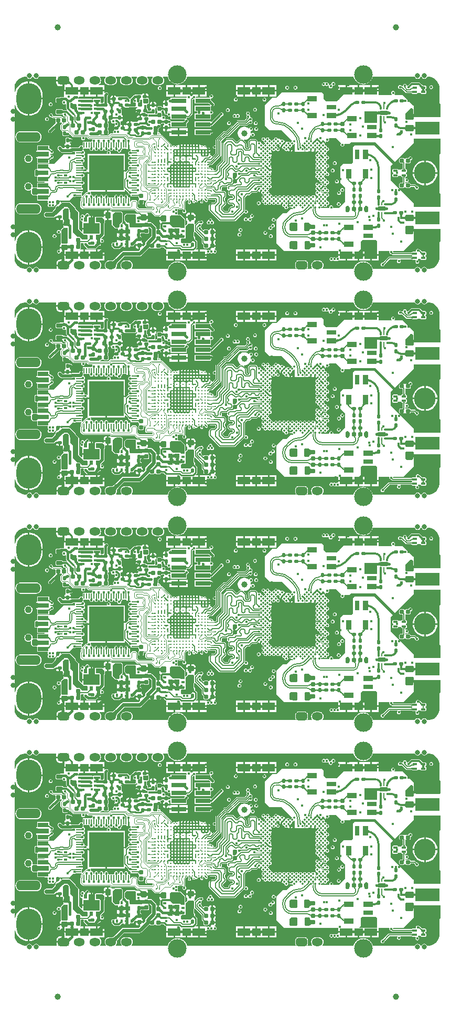
<source format=gtl>
G04*
G04 #@! TF.GenerationSoftware,Altium Limited,Altium Designer,19.1.6 (110)*
G04*
G04 Layer_Physical_Order=1*
G04 Layer_Color=255*
%FSLAX44Y44*%
%MOMM*%
G71*
G01*
G75*
%ADD10C,1.0000*%
%ADD11C,0.3090*%
%ADD12C,0.2000*%
%ADD13C,0.3000*%
G04:AMPARAMS|DCode=14|XSize=0.6mm|YSize=1mm|CornerRadius=0.075mm|HoleSize=0mm|Usage=FLASHONLY|Rotation=270.000|XOffset=0mm|YOffset=0mm|HoleType=Round|Shape=RoundedRectangle|*
%AMROUNDEDRECTD14*
21,1,0.6000,0.8500,0,0,270.0*
21,1,0.4500,1.0000,0,0,270.0*
1,1,0.1500,-0.4250,-0.2250*
1,1,0.1500,-0.4250,0.2250*
1,1,0.1500,0.4250,0.2250*
1,1,0.1500,0.4250,-0.2250*
%
%ADD14ROUNDEDRECTD14*%
G04:AMPARAMS|DCode=15|XSize=0.6mm|YSize=0.6mm|CornerRadius=0.06mm|HoleSize=0mm|Usage=FLASHONLY|Rotation=270.000|XOffset=0mm|YOffset=0mm|HoleType=Round|Shape=RoundedRectangle|*
%AMROUNDEDRECTD15*
21,1,0.6000,0.4800,0,0,270.0*
21,1,0.4800,0.6000,0,0,270.0*
1,1,0.1200,-0.2400,-0.2400*
1,1,0.1200,-0.2400,0.2400*
1,1,0.1200,0.2400,0.2400*
1,1,0.1200,0.2400,-0.2400*
%
%ADD15ROUNDEDRECTD15*%
G04:AMPARAMS|DCode=16|XSize=0.5mm|YSize=0.6mm|CornerRadius=0.05mm|HoleSize=0mm|Usage=FLASHONLY|Rotation=90.000|XOffset=0mm|YOffset=0mm|HoleType=Round|Shape=RoundedRectangle|*
%AMROUNDEDRECTD16*
21,1,0.5000,0.5000,0,0,90.0*
21,1,0.4000,0.6000,0,0,90.0*
1,1,0.1000,0.2500,0.2000*
1,1,0.1000,0.2500,-0.2000*
1,1,0.1000,-0.2500,-0.2000*
1,1,0.1000,-0.2500,0.2000*
%
%ADD16ROUNDEDRECTD16*%
%ADD17R,0.8000X0.8000*%
%ADD18R,0.4500X0.5000*%
%ADD19R,0.8000X0.8000*%
%ADD20R,0.5000X0.4500*%
%ADD21R,1.4000X1.3000*%
%ADD22R,2.0000X1.3000*%
%ADD23C,0.2900*%
G04:AMPARAMS|DCode=24|XSize=0.5mm|YSize=0.6mm|CornerRadius=0.05mm|HoleSize=0mm|Usage=FLASHONLY|Rotation=0.000|XOffset=0mm|YOffset=0mm|HoleType=Round|Shape=RoundedRectangle|*
%AMROUNDEDRECTD24*
21,1,0.5000,0.5000,0,0,0.0*
21,1,0.4000,0.6000,0,0,0.0*
1,1,0.1000,0.2000,-0.2500*
1,1,0.1000,-0.2000,-0.2500*
1,1,0.1000,-0.2000,0.2500*
1,1,0.1000,0.2000,0.2500*
%
%ADD24ROUNDEDRECTD24*%
%ADD25R,0.2000X0.9000*%
%ADD26R,0.9000X0.2000*%
%ADD27R,5.5500X5.5500*%
%ADD28R,1.0000X0.4000*%
%ADD29R,0.3000X0.3500*%
%ADD30R,1.8000X0.7000*%
G04:AMPARAMS|DCode=31|XSize=0.7mm|YSize=0.4mm|CornerRadius=0.05mm|HoleSize=0mm|Usage=FLASHONLY|Rotation=180.000|XOffset=0mm|YOffset=0mm|HoleType=Round|Shape=RoundedRectangle|*
%AMROUNDEDRECTD31*
21,1,0.7000,0.3000,0,0,180.0*
21,1,0.6000,0.4000,0,0,180.0*
1,1,0.1000,-0.3000,0.1500*
1,1,0.1000,0.3000,0.1500*
1,1,0.1000,0.3000,-0.1500*
1,1,0.1000,-0.3000,-0.1500*
%
%ADD31ROUNDEDRECTD31*%
%ADD32R,0.5000X0.2300*%
%ADD33R,0.4000X0.2300*%
%ADD34R,0.6000X0.4500*%
G04:AMPARAMS|DCode=35|XSize=1.3mm|YSize=0.8mm|CornerRadius=0.1mm|HoleSize=0mm|Usage=FLASHONLY|Rotation=270.000|XOffset=0mm|YOffset=0mm|HoleType=Round|Shape=RoundedRectangle|*
%AMROUNDEDRECTD35*
21,1,1.3000,0.6000,0,0,270.0*
21,1,1.1000,0.8000,0,0,270.0*
1,1,0.2000,-0.3000,-0.5500*
1,1,0.2000,-0.3000,0.5500*
1,1,0.2000,0.3000,0.5500*
1,1,0.2000,0.3000,-0.5500*
%
%ADD35ROUNDEDRECTD35*%
G04:AMPARAMS|DCode=36|XSize=1.3mm|YSize=1mm|CornerRadius=0.125mm|HoleSize=0mm|Usage=FLASHONLY|Rotation=180.000|XOffset=0mm|YOffset=0mm|HoleType=Round|Shape=RoundedRectangle|*
%AMROUNDEDRECTD36*
21,1,1.3000,0.7500,0,0,180.0*
21,1,1.0500,1.0000,0,0,180.0*
1,1,0.2500,-0.5250,0.3750*
1,1,0.2500,0.5250,0.3750*
1,1,0.2500,0.5250,-0.3750*
1,1,0.2500,-0.5250,-0.3750*
%
%ADD36ROUNDEDRECTD36*%
G04:AMPARAMS|DCode=37|XSize=0.6mm|YSize=0.6mm|CornerRadius=0.06mm|HoleSize=0mm|Usage=FLASHONLY|Rotation=0.000|XOffset=0mm|YOffset=0mm|HoleType=Round|Shape=RoundedRectangle|*
%AMROUNDEDRECTD37*
21,1,0.6000,0.4800,0,0,0.0*
21,1,0.4800,0.6000,0,0,0.0*
1,1,0.1200,0.2400,-0.2400*
1,1,0.1200,-0.2400,-0.2400*
1,1,0.1200,-0.2400,0.2400*
1,1,0.1200,0.2400,0.2400*
%
%ADD37ROUNDEDRECTD37*%
G04:AMPARAMS|DCode=38|XSize=1mm|YSize=0.9mm|CornerRadius=0.1125mm|HoleSize=0mm|Usage=FLASHONLY|Rotation=0.000|XOffset=0mm|YOffset=0mm|HoleType=Round|Shape=RoundedRectangle|*
%AMROUNDEDRECTD38*
21,1,1.0000,0.6750,0,0,0.0*
21,1,0.7750,0.9000,0,0,0.0*
1,1,0.2250,0.3875,-0.3375*
1,1,0.2250,-0.3875,-0.3375*
1,1,0.2250,-0.3875,0.3375*
1,1,0.2250,0.3875,0.3375*
%
%ADD38ROUNDEDRECTD38*%
G04:AMPARAMS|DCode=39|XSize=1mm|YSize=0.9mm|CornerRadius=0.1125mm|HoleSize=0mm|Usage=FLASHONLY|Rotation=270.000|XOffset=0mm|YOffset=0mm|HoleType=Round|Shape=RoundedRectangle|*
%AMROUNDEDRECTD39*
21,1,1.0000,0.6750,0,0,270.0*
21,1,0.7750,0.9000,0,0,270.0*
1,1,0.2250,-0.3375,-0.3875*
1,1,0.2250,-0.3375,0.3875*
1,1,0.2250,0.3375,0.3875*
1,1,0.2250,0.3375,-0.3875*
%
%ADD39ROUNDEDRECTD39*%
%ADD40R,1.6500X0.9000*%
%ADD41R,1.6500X0.7600*%
%ADD42R,0.9000X1.6500*%
%ADD43R,0.7600X1.6500*%
%ADD44R,0.3100X0.3000*%
%ADD45R,0.3000X0.3100*%
%ADD46R,4.0000X2.0000*%
%ADD47R,2.4000X0.7500*%
%ADD48R,0.3500X0.3000*%
%ADD49R,1.2000X0.7000*%
%ADD50R,0.2500X0.3500*%
%ADD51R,2.5000X1.7000*%
%ADD52R,0.5000X0.7000*%
%ADD53R,0.2000X0.2000*%
%ADD54C,0.3500*%
%ADD55C,0.4000*%
%ADD56C,0.1000*%
%ADD57C,0.1500*%
%ADD58C,0.1300*%
%ADD59C,0.5000*%
%ADD60C,0.7000*%
%ADD61C,0.2500*%
%ADD62C,0.6000*%
%ADD63C,0.3500*%
%ADD64C,0.3100*%
%ADD65C,0.1100*%
%ADD66C,0.4500*%
%ADD67R,7.0000X7.0000*%
%ADD68C,0.8000*%
%ADD69C,3.5000*%
%ADD70C,1.1000*%
%ADD71O,4.0000X1.6000*%
G04:AMPARAMS|DCode=72|XSize=1.8mm|YSize=1.3mm|CornerRadius=0.325mm|HoleSize=0mm|Usage=FLASHONLY|Rotation=0.000|XOffset=0mm|YOffset=0mm|HoleType=Round|Shape=RoundedRectangle|*
%AMROUNDEDRECTD72*
21,1,1.8000,0.6500,0,0,0.0*
21,1,1.1500,1.3000,0,0,0.0*
1,1,0.6500,0.5750,-0.3250*
1,1,0.6500,-0.5750,-0.3250*
1,1,0.6500,-0.5750,0.3250*
1,1,0.6500,0.5750,0.3250*
%
%ADD72ROUNDEDRECTD72*%
%ADD73O,1.8000X1.3000*%
%ADD74C,3.0000*%
%ADD75O,4.0000X5.0000*%
%ADD76C,0.4000*%
%ADD77C,0.3000*%
%ADD78C,0.5000*%
G36*
X675239Y1402071D02*
X678508Y1400717D01*
X681449Y1398751D01*
X683951Y1396250D01*
X685917Y1393308D01*
X687271Y1390039D01*
X687961Y1386569D01*
Y1384800D01*
Y1360715D01*
X687636D01*
X689500Y1358851D01*
Y1338100D01*
X647000D01*
Y1360715D01*
X646910D01*
Y1356872D01*
X645986Y1356489D01*
X628625Y1373850D01*
X615836D01*
X615532Y1374850D01*
X615663Y1374937D01*
X616326Y1375930D01*
X616559Y1377100D01*
X616326Y1378271D01*
X615663Y1379263D01*
X614671Y1379926D01*
X613500Y1380159D01*
X612329Y1379926D01*
X611337Y1379263D01*
X610674Y1378271D01*
X610441Y1377100D01*
X610674Y1375930D01*
X611337Y1374937D01*
X611468Y1374850D01*
X611164Y1373850D01*
X590040D01*
Y1379080D01*
X577500D01*
Y1380350D01*
X576230D01*
Y1389390D01*
X558770D01*
Y1380350D01*
X556230D01*
Y1389390D01*
X538770D01*
Y1380350D01*
X537500D01*
Y1379080D01*
X534250D01*
X534250Y1374850D01*
X522500Y1363100D01*
X505250Y1363100D01*
X501250Y1367100D01*
Y1374850D01*
X498250Y1377850D01*
X433250Y1377850D01*
X424809Y1369409D01*
X418059Y1369409D01*
X406000Y1357350D01*
X406000Y1324350D01*
X414000Y1316350D01*
X433250Y1316350D01*
X450046Y1299554D01*
X449717Y1298469D01*
X449527Y1298431D01*
X448618Y1297823D01*
X448010Y1296913D01*
X447932Y1296523D01*
X447270Y1296194D01*
X446608Y1296523D01*
X446530Y1296913D01*
X445923Y1297823D01*
X445013Y1298431D01*
X443940Y1298644D01*
X442867Y1298431D01*
X442173Y1297967D01*
X441242Y1298011D01*
X440935Y1298092D01*
X440373Y1298933D01*
X438954Y1299881D01*
X437280Y1300214D01*
X436574Y1300074D01*
X436540Y1300243D01*
X435933Y1301153D01*
X435023Y1301761D01*
X433950Y1301974D01*
X432877Y1301761D01*
X432183Y1301297D01*
X431252Y1301342D01*
X430945Y1301422D01*
X430383Y1302263D01*
X428964Y1303212D01*
X427290Y1303544D01*
X426584Y1303404D01*
X426550Y1303573D01*
X425943Y1304483D01*
X425033Y1305091D01*
X423960Y1305304D01*
X422887Y1305091D01*
X421977Y1304483D01*
X421370Y1303573D01*
X421231Y1302874D01*
X420840Y1302290D01*
X420256Y1301900D01*
X419557Y1301761D01*
X418647Y1301153D01*
X418040Y1300243D01*
X417974Y1299912D01*
X417300Y1299580D01*
X416626Y1299912D01*
X416560Y1300243D01*
X415953Y1301153D01*
X415043Y1301761D01*
X414344Y1301900D01*
X413444Y1302500D01*
X413230Y1303573D01*
X412622Y1304483D01*
X411713Y1305091D01*
X410640Y1305304D01*
X409567Y1305091D01*
X408657Y1304483D01*
X408050Y1303573D01*
X407984Y1303242D01*
X407310Y1302910D01*
X406636Y1303242D01*
X406570Y1303573D01*
X405962Y1304483D01*
X405053Y1305091D01*
X403980Y1305304D01*
X402907Y1305091D01*
X401997Y1304483D01*
X401389Y1303573D01*
X401176Y1302500D01*
X401389Y1301427D01*
X401997Y1300518D01*
X402907Y1299910D01*
X403606Y1299771D01*
X404506Y1299170D01*
X404720Y1298097D01*
X405327Y1297188D01*
X406237Y1296580D01*
X406248Y1296578D01*
X406996Y1295511D01*
X406935Y1295240D01*
X406237Y1295101D01*
X405327Y1294493D01*
X404720Y1293583D01*
X404654Y1293252D01*
X403980Y1292920D01*
X403306Y1293252D01*
X403240Y1293583D01*
X402632Y1294493D01*
X401723Y1295101D01*
X401024Y1295240D01*
X400124Y1295840D01*
X399910Y1296913D01*
X399302Y1297823D01*
X398393Y1298431D01*
X397320Y1298644D01*
X396247Y1298431D01*
X395534Y1297955D01*
X394828Y1298188D01*
X394534Y1298398D01*
Y1298600D01*
X394398Y1299283D01*
X394012Y1299862D01*
X392262Y1301612D01*
X391683Y1301999D01*
X391000Y1302135D01*
X383000D01*
X382317Y1301999D01*
X381738Y1301612D01*
X379738Y1299612D01*
X379352Y1299033D01*
X379216Y1298350D01*
Y1289589D01*
X378261Y1288634D01*
X377489D01*
X376284Y1289839D01*
Y1295600D01*
X376148Y1296283D01*
X375762Y1296862D01*
X372273Y1300350D01*
X372688Y1301350D01*
X374034Y1301350D01*
X376063Y1301754D01*
X377974Y1302545D01*
X379693Y1303694D01*
X381156Y1305157D01*
X382305Y1306877D01*
X382885Y1308277D01*
X383924Y1308180D01*
X384587Y1307188D01*
X385580Y1306525D01*
X386750Y1306292D01*
X387921Y1306525D01*
X388913Y1307188D01*
X389576Y1308180D01*
X389809Y1309350D01*
X389576Y1310521D01*
X388913Y1311513D01*
X387921Y1312176D01*
X386750Y1312409D01*
X385580Y1312176D01*
X384587Y1311513D01*
X384500Y1311383D01*
X383500Y1311686D01*
Y1311850D01*
X383500Y1312885D01*
X383097Y1314913D01*
X383073Y1314970D01*
X383793Y1315847D01*
X384000Y1315805D01*
X385171Y1316038D01*
X386163Y1316701D01*
X386826Y1317694D01*
X387059Y1318864D01*
X386826Y1320035D01*
X386163Y1321027D01*
X385171Y1321690D01*
X384000Y1321923D01*
X382830Y1321690D01*
X381837Y1321027D01*
X381174Y1320035D01*
X381158Y1319956D01*
X380073Y1319627D01*
X379694Y1320006D01*
X377974Y1321156D01*
X376063Y1321947D01*
X374034Y1322350D01*
X373000Y1322350D01*
X371966Y1322350D01*
X369937Y1321947D01*
X368026Y1321155D01*
X366306Y1320006D01*
X364844Y1318544D01*
X363695Y1316824D01*
X362903Y1314913D01*
X362500Y1312884D01*
X362500Y1311850D01*
X362500Y1310816D01*
X362904Y1308787D01*
X363695Y1306876D01*
X364844Y1305157D01*
X366307Y1303694D01*
X367144Y1303134D01*
X366841Y1302135D01*
X366750D01*
X366067Y1301999D01*
X365488Y1301612D01*
X361761Y1297885D01*
X360489D01*
X355012Y1303362D01*
X354433Y1303749D01*
X353750Y1303884D01*
X344750D01*
X344067Y1303749D01*
X343488Y1303362D01*
X337488Y1297362D01*
X337102Y1296783D01*
X336966Y1296100D01*
Y1268589D01*
X328738Y1260362D01*
X328352Y1259783D01*
X328216Y1259100D01*
Y1253589D01*
X326861Y1252234D01*
X324600D01*
X323920Y1252099D01*
X323894Y1252117D01*
X323297Y1252587D01*
X323160Y1252764D01*
X323150Y1252816D01*
X323306Y1253600D01*
X323131Y1254483D01*
X322631Y1255231D01*
X321883Y1255731D01*
X321082Y1255890D01*
X321004Y1255925D01*
X320882Y1255928D01*
X320795Y1255936D01*
X320717Y1255949D01*
X320646Y1255967D01*
X320581Y1255989D01*
X320521Y1256015D01*
X320513Y1256019D01*
X320116Y1256416D01*
X319150Y1256816D01*
X316357D01*
X316329Y1256823D01*
X316259Y1256846D01*
X316197Y1256873D01*
X316142Y1256903D01*
X316091Y1256937D01*
X316043Y1256975D01*
X315971Y1257045D01*
X315907Y1257070D01*
X315421Y1257395D01*
X315338Y1257779D01*
Y1258122D01*
X315421Y1258506D01*
X315944Y1258856D01*
X316433Y1259587D01*
X316511Y1259980D01*
X316598Y1260113D01*
X316614Y1260200D01*
X316632Y1260256D01*
X316664Y1260333D01*
X316712Y1260428D01*
X316779Y1260539D01*
X316840Y1260626D01*
X317177Y1260964D01*
X319549D01*
X319567Y1260952D01*
X320250Y1260816D01*
X320933Y1260952D01*
X321512Y1261339D01*
X335012Y1274838D01*
X335398Y1275417D01*
X335534Y1276100D01*
Y1299040D01*
X343310Y1306816D01*
X347000D01*
X347683Y1306952D01*
X348262Y1307339D01*
X365239Y1324316D01*
X377250D01*
X377933Y1324452D01*
X378512Y1324839D01*
X381101Y1327428D01*
X382080Y1326774D01*
X383250Y1326541D01*
X384421Y1326774D01*
X385413Y1327437D01*
X386076Y1328430D01*
X386309Y1329600D01*
X386076Y1330771D01*
X385413Y1331763D01*
X385657Y1332803D01*
X386076Y1333430D01*
X386309Y1334600D01*
X386076Y1335771D01*
X385413Y1336763D01*
X384421Y1337426D01*
X383250Y1337659D01*
X382495Y1338528D01*
X382559Y1338850D01*
X382326Y1340021D01*
X381663Y1341013D01*
X381163Y1341347D01*
Y1341687D01*
X381826Y1342680D01*
X382059Y1343850D01*
X381826Y1345021D01*
X381163Y1346013D01*
X380171Y1346676D01*
X379000Y1346909D01*
X377830Y1346676D01*
X376837Y1346013D01*
X376174Y1345021D01*
X375941Y1343850D01*
X376174Y1342680D01*
X376837Y1341687D01*
X377337Y1341353D01*
Y1341013D01*
X376674Y1340021D01*
X376441Y1338850D01*
X376674Y1337680D01*
X377337Y1336687D01*
X376902Y1335775D01*
X374011Y1332885D01*
X361750D01*
X361067Y1332749D01*
X360488Y1332362D01*
X343511Y1315385D01*
X340500D01*
X339817Y1315249D01*
X339238Y1314862D01*
X327488Y1303112D01*
X327102Y1302533D01*
X326966Y1301850D01*
Y1292669D01*
X326279Y1292302D01*
X325966Y1292224D01*
X325000Y1292416D01*
X323922Y1292202D01*
X323009Y1291591D01*
X322398Y1290678D01*
X322184Y1289600D01*
X322398Y1288522D01*
X323009Y1287609D01*
X323922Y1286998D01*
X325000Y1286784D01*
X325966Y1286976D01*
X326279Y1286898D01*
X326966Y1286531D01*
Y1279589D01*
X321786Y1274410D01*
X321353Y1274494D01*
X320766Y1274804D01*
X320631Y1275483D01*
X320131Y1276231D01*
X319383Y1276731D01*
X318500Y1276907D01*
X318142Y1276835D01*
X318108Y1277007D01*
X317477Y1277950D01*
X318108Y1278893D01*
X318165Y1279180D01*
X315446D01*
X315379Y1277950D01*
X315465Y1276376D01*
X313424Y1276376D01*
X313423Y1274334D01*
X313377Y1274356D01*
X313294Y1274376D01*
X313173Y1274393D01*
X312822Y1274421D01*
X312162Y1274437D01*
X310275Y1274334D01*
X309349Y1275450D01*
X310117Y1276376D01*
X308581D01*
X309349Y1275450D01*
X308423Y1274334D01*
X306849Y1274420D01*
X305275Y1274334D01*
X305275Y1276376D01*
X303233D01*
X303255Y1276422D01*
X303275Y1276506D01*
X303292Y1276626D01*
X303320Y1276977D01*
X303344Y1277950D01*
X303320Y1278923D01*
X303292Y1279275D01*
X303283Y1279342D01*
X301849Y1279420D01*
X300275Y1279334D01*
Y1281376D01*
X298424D01*
Y1279334D01*
X298377Y1279356D01*
X298294Y1279376D01*
X298174Y1279393D01*
X297822Y1279421D01*
X297162Y1279437D01*
X295275Y1279334D01*
Y1281376D01*
X293424D01*
Y1279334D01*
X293377Y1279356D01*
X293294Y1279376D01*
X293174Y1279393D01*
X292822Y1279421D01*
X292162Y1279437D01*
X290455Y1279344D01*
X290349Y1277400D01*
X288349D01*
X288348Y1277779D01*
X288320Y1278923D01*
X288292Y1279275D01*
X288277Y1279378D01*
X288174Y1279393D01*
X287822Y1279421D01*
X287162Y1279437D01*
X285455Y1279344D01*
X285382Y1277998D01*
X285429Y1277730D01*
X285529Y1277430D01*
X285669Y1277170D01*
X285849Y1276950D01*
X286069Y1276770D01*
X286329Y1276630D01*
X286629Y1276530D01*
X286969Y1276470D01*
X287349Y1276450D01*
X284349Y1274450D01*
X282349Y1275784D01*
Y1274450D01*
X281969Y1274430D01*
X281629Y1274370D01*
X281329Y1274270D01*
X281069Y1274130D01*
X280849Y1273950D01*
X280669Y1273730D01*
X280529Y1273470D01*
X280429Y1273170D01*
X280382Y1272902D01*
X280465Y1271376D01*
X278233D01*
X278255Y1271422D01*
X278275Y1271506D01*
X278292Y1271626D01*
X278320Y1271977D01*
X278337Y1272678D01*
X278329Y1272830D01*
X278269Y1273170D01*
X278169Y1273470D01*
X278029Y1273730D01*
X277849Y1273950D01*
X277629Y1274130D01*
X277369Y1274270D01*
X277069Y1274370D01*
X276729Y1274430D01*
X276349Y1274450D01*
Y1275784D01*
X274349Y1274450D01*
X272399Y1275750D01*
Y1274450D01*
X270455Y1274344D01*
X270379Y1272950D01*
X270465Y1271376D01*
X268233D01*
X268255Y1271422D01*
X268275Y1271506D01*
X268292Y1271626D01*
X268320Y1271977D01*
X268344Y1272950D01*
X268320Y1273923D01*
X268292Y1274275D01*
X268277Y1274378D01*
X268174Y1274393D01*
X267822Y1274421D01*
X266678Y1274449D01*
X266299Y1274450D01*
X266299Y1275750D01*
X264349Y1274450D01*
X262349D01*
X262349Y1274450D01*
Y1274450D01*
X261969Y1274430D01*
X261629Y1274370D01*
X261329Y1274270D01*
X261069Y1274130D01*
X260849Y1273950D01*
X260669Y1273730D01*
X260529Y1273470D01*
X260429Y1273170D01*
X260382Y1272902D01*
X260465Y1271376D01*
X258233D01*
X258255Y1271422D01*
X258275Y1271506D01*
X258292Y1271626D01*
X258320Y1271977D01*
X258348Y1273122D01*
X258349Y1273500D01*
X259649Y1273500D01*
X258349Y1275450D01*
X259649Y1277400D01*
X258349Y1277400D01*
X258348Y1277779D01*
X258320Y1278923D01*
X258292Y1279275D01*
X258275Y1279395D01*
X258255Y1279478D01*
X258233Y1279525D01*
X259349Y1280450D01*
X258233Y1281376D01*
X258255Y1281422D01*
X258275Y1281506D01*
X258292Y1281626D01*
X258320Y1281977D01*
X258336Y1282637D01*
X258233Y1284525D01*
X260275D01*
Y1286566D01*
X260321Y1286544D01*
X260405Y1286525D01*
X260525Y1286507D01*
X260876Y1286479D01*
X261849Y1286456D01*
X262822Y1286479D01*
X263174Y1286507D01*
X263294Y1286525D01*
X263377Y1286544D01*
X263424Y1286566D01*
X264349Y1285450D01*
X263581Y1284525D01*
X265117D01*
X264349Y1285450D01*
X265275Y1286566D01*
X265321Y1286544D01*
X265405Y1286525D01*
X265525Y1286507D01*
X265876Y1286479D01*
X266849Y1286456D01*
X267822Y1286479D01*
X268174Y1286507D01*
X268277Y1286522D01*
X268292Y1286626D01*
X268320Y1286977D01*
X268336Y1287637D01*
X268233Y1289525D01*
X270275D01*
Y1290450D01*
X268079D01*
Y1294266D01*
X267792Y1294209D01*
X266473Y1293327D01*
X266055Y1292701D01*
X265212Y1292534D01*
X264349Y1292706D01*
X263486Y1292534D01*
X262754Y1292045D01*
X262405Y1291522D01*
X262021Y1291439D01*
X261678D01*
X261294Y1291522D01*
X260944Y1292045D01*
X260212Y1292534D01*
X259349Y1292706D01*
X258486Y1292534D01*
X257754Y1292045D01*
X257405Y1291522D01*
X257021Y1291439D01*
X256678D01*
X256294Y1291522D01*
X255969Y1292007D01*
X255944Y1292072D01*
X255875Y1292144D01*
X255836Y1292192D01*
X255802Y1292243D01*
X255772Y1292298D01*
X255745Y1292361D01*
X255728Y1292411D01*
X255973Y1293001D01*
X255497Y1294149D01*
X240648Y1308998D01*
X239500Y1309474D01*
X238198D01*
X237474Y1310474D01*
X237549Y1310850D01*
X237355Y1311826D01*
X236802Y1312653D01*
X235975Y1313205D01*
X235000Y1313399D01*
X234680Y1313336D01*
X234337Y1313723D01*
X234078Y1314235D01*
X234332Y1314850D01*
Y1319357D01*
X235271Y1320296D01*
X236421Y1320524D01*
X237413Y1321187D01*
X238076Y1322180D01*
X238309Y1323350D01*
X238076Y1324521D01*
X237413Y1325513D01*
X237329Y1325569D01*
X237633Y1326569D01*
X238400D01*
X239024Y1326693D01*
X239090Y1326737D01*
X239157Y1326731D01*
X239359Y1326898D01*
X239601Y1326999D01*
X239665Y1327154D01*
X239794Y1327261D01*
X239876Y1327418D01*
X239929Y1327484D01*
X240012Y1327558D01*
X240139Y1327640D01*
X240322Y1327725D01*
X240563Y1327805D01*
X240864Y1327874D01*
X241223Y1327928D01*
X241638Y1327961D01*
X241748Y1327964D01*
X241861Y1327961D01*
X242267Y1327927D01*
X242618Y1327874D01*
X242913Y1327804D01*
X243148Y1327723D01*
X243328Y1327637D01*
X243454Y1327554D01*
X243500Y1327512D01*
Y1325754D01*
X242808Y1325292D01*
X242136Y1324286D01*
X241901Y1323100D01*
Y1321870D01*
X247000D01*
Y1320600D01*
X248270D01*
Y1315001D01*
X249000D01*
X250186Y1315237D01*
X251192Y1315909D01*
X251460Y1316311D01*
X252460Y1316007D01*
Y1314720D01*
X265730D01*
Y1319740D01*
X253100D01*
X252460Y1319740D01*
X252100Y1320591D01*
Y1323100D01*
X251864Y1324286D01*
X251192Y1325292D01*
X250500Y1325754D01*
Y1326883D01*
X251482Y1327644D01*
X252000Y1327541D01*
X253000Y1327740D01*
X254000Y1327218D01*
Y1321450D01*
X280000D01*
Y1327111D01*
X280020Y1327153D01*
X280000Y1327209D01*
Y1327410D01*
X280002Y1327417D01*
X280000Y1327419D01*
Y1327664D01*
X280025Y1327707D01*
X280212Y1327977D01*
X280847Y1328710D01*
X281171Y1328774D01*
X282163Y1329437D01*
X282826Y1330430D01*
X283059Y1331600D01*
X282826Y1332771D01*
X282163Y1333763D01*
X281171Y1334426D01*
X280000Y1334659D01*
Y1336748D01*
X280037Y1336763D01*
X280180Y1336801D01*
X280387Y1336836D01*
X280652Y1336859D01*
X280998Y1336868D01*
X281095Y1336911D01*
X283100D01*
X283880Y1337066D01*
X284542Y1337508D01*
X289192Y1342158D01*
X289192Y1342158D01*
X289634Y1342820D01*
X289789Y1343600D01*
X289789Y1343600D01*
Y1365506D01*
X290774Y1366490D01*
X290869Y1366526D01*
X291147Y1366783D01*
X291241Y1366859D01*
X291331Y1366924D01*
X291406Y1366970D01*
X291462Y1367000D01*
X291497Y1367015D01*
X291505Y1367018D01*
X291544Y1367020D01*
X291564Y1367030D01*
X291568Y1367030D01*
X291575Y1367035D01*
X291651Y1367071D01*
X292000Y1367141D01*
X293000Y1366384D01*
Y1359700D01*
X313932D01*
X314090Y1359656D01*
X314169Y1359700D01*
X314187D01*
X314266Y1359692D01*
X314277Y1359700D01*
X315855D01*
X315896Y1359677D01*
X316490Y1359257D01*
X317996Y1357968D01*
X318530Y1357450D01*
X318125Y1356450D01*
X293000D01*
Y1346950D01*
X296623D01*
X296666Y1346227D01*
X296668Y1345847D01*
X296714Y1345736D01*
X296920Y1344700D01*
X296955Y1344519D01*
X296388Y1343700D01*
X293000D01*
Y1334200D01*
X319000D01*
Y1341702D01*
X319773Y1342336D01*
X320000Y1342291D01*
X321171Y1342524D01*
X322163Y1343187D01*
X322826Y1344180D01*
X323059Y1345350D01*
X322826Y1346521D01*
X322163Y1347513D01*
X321171Y1348176D01*
X320000Y1348409D01*
X319773Y1348364D01*
X319000Y1348998D01*
Y1355652D01*
X320000Y1356161D01*
X320579Y1355774D01*
X321750Y1355541D01*
X322921Y1355774D01*
X323913Y1356437D01*
X324576Y1357430D01*
X324809Y1358600D01*
X324576Y1359771D01*
X323913Y1360763D01*
X323913Y1360763D01*
X321600Y1363076D01*
X321578Y1363131D01*
X320877Y1363860D01*
X320292Y1364525D01*
X319808Y1365139D01*
X319427Y1365697D01*
X319147Y1366191D01*
X319000Y1366533D01*
Y1367623D01*
X319907Y1368450D01*
X319938Y1368456D01*
X319944Y1368455D01*
X321115Y1368688D01*
X322107Y1369351D01*
X322770Y1370343D01*
X323003Y1371514D01*
X322770Y1372684D01*
X322107Y1373676D01*
X321115Y1374339D01*
X319944Y1374572D01*
X318774Y1374339D01*
X317782Y1373676D01*
X317118Y1372684D01*
X316886Y1371514D01*
X317118Y1370343D01*
X317214Y1370200D01*
X316679Y1369200D01*
X295168D01*
X294534Y1369973D01*
X294559Y1370100D01*
X294517Y1370310D01*
X295338Y1371310D01*
X298480D01*
Y1380350D01*
Y1389390D01*
X281020D01*
Y1380350D01*
X278480D01*
Y1389390D01*
X261020D01*
Y1380350D01*
Y1371310D01*
X279628D01*
X280389Y1370482D01*
X280349Y1369628D01*
X279820Y1369200D01*
X254000D01*
Y1366841D01*
X253150Y1366785D01*
X252743Y1366783D01*
X252631Y1366735D01*
X251579Y1366526D01*
X250587Y1365863D01*
X249924Y1364871D01*
X249895Y1364722D01*
X248750Y1364949D01*
X248020D01*
Y1359350D01*
X246750D01*
Y1358080D01*
X241651D01*
Y1356850D01*
X241886Y1355664D01*
X242378Y1354928D01*
X242262Y1354486D01*
X242117Y1354241D01*
X241962Y1354041D01*
X241901Y1353978D01*
X241440Y1353988D01*
X241026Y1354017D01*
X240682Y1354062D01*
X240415Y1354118D01*
X240232Y1354177D01*
X240193Y1354196D01*
X240157Y1354375D01*
X239804Y1354904D01*
X239274Y1355257D01*
X238650Y1355381D01*
X233850D01*
X233226Y1355257D01*
X232696Y1354904D01*
X232343Y1354375D01*
X232219Y1353750D01*
Y1348950D01*
X232343Y1348326D01*
X232696Y1347797D01*
X232750Y1347761D01*
Y1344940D01*
X232696Y1344904D01*
X232343Y1344375D01*
X232219Y1343750D01*
Y1343600D01*
X232185Y1343534D01*
X232173Y1343385D01*
X232145Y1343358D01*
X232043Y1343296D01*
X231852Y1343219D01*
X231572Y1343145D01*
X231205Y1343085D01*
X230757Y1343046D01*
X230206Y1343032D01*
X230131Y1342999D01*
X229652D01*
X229084Y1343999D01*
X229374Y1344700D01*
Y1349700D01*
X229199Y1350123D01*
X229250Y1350200D01*
X229250D01*
Y1352046D01*
X229942Y1352509D01*
X230614Y1353514D01*
X230850Y1354700D01*
Y1355930D01*
X220651D01*
Y1354700D01*
X220887Y1353514D01*
X221559Y1352509D01*
X222250Y1352046D01*
Y1350200D01*
X222250D01*
X222302Y1350123D01*
X222127Y1349700D01*
Y1348713D01*
X221171Y1348276D01*
X220000Y1348509D01*
X218830Y1348276D01*
X218415Y1347999D01*
X217374D01*
Y1350350D01*
X217131Y1350935D01*
X217140Y1351040D01*
X217038Y1351161D01*
X216898Y1351498D01*
X216673Y1351592D01*
X216604Y1351672D01*
X216427Y1351763D01*
X216341Y1351828D01*
X216257Y1351916D01*
X216171Y1352040D01*
X216085Y1352210D01*
X216003Y1352433D01*
X216000Y1353400D01*
X216038Y1354256D01*
X216017Y1354346D01*
X216052Y1354431D01*
X216000Y1354556D01*
Y1357768D01*
X216457Y1358681D01*
X216797Y1358891D01*
X217265Y1359085D01*
X219015Y1360835D01*
X219332Y1361600D01*
Y1366796D01*
X219333Y1366796D01*
X219016Y1367561D01*
X219015D01*
X218461Y1368116D01*
X218461Y1368116D01*
X218223Y1368214D01*
X218350Y1368850D01*
Y1369580D01*
X212750D01*
Y1370850D01*
X211480D01*
Y1375950D01*
X210250D01*
X209064Y1375714D01*
X208058Y1375042D01*
X207596Y1374350D01*
X205750D01*
Y1374350D01*
X205250Y1374474D01*
X204801Y1374474D01*
X200250D01*
X199395Y1374120D01*
X199361Y1374118D01*
X199321Y1374099D01*
X196939Y1373936D01*
X196323Y1373933D01*
X196212Y1373886D01*
X195159Y1373676D01*
X194167Y1373013D01*
X189338Y1368184D01*
X189043Y1367744D01*
X187815Y1367605D01*
X185167Y1370253D01*
X184340Y1370805D01*
X183364Y1370999D01*
X178339D01*
X178258Y1371033D01*
X178251Y1371029D01*
X178243Y1371033D01*
X176107Y1371002D01*
X176101Y1370999D01*
X176059D01*
X176057Y1371000D01*
X176046Y1370999D01*
X173600D01*
X172624Y1370805D01*
X172503Y1370724D01*
X170199D01*
X169750Y1370724D01*
X169250Y1370600D01*
Y1370600D01*
X167404D01*
X166942Y1371292D01*
X165936Y1371964D01*
X164750Y1372200D01*
X163520D01*
Y1367100D01*
X162250D01*
Y1365830D01*
X156650D01*
Y1365100D01*
X156886Y1363914D01*
X157364Y1363200D01*
X156986Y1362272D01*
X156921Y1362200D01*
X156500D01*
X155314Y1361964D01*
X154308Y1361292D01*
X153846Y1360600D01*
X152350D01*
X152347Y1360608D01*
X152275Y1360898D01*
X152213Y1361256D01*
X152091Y1362930D01*
X152082Y1363621D01*
X152059Y1363676D01*
Y1372083D01*
X152663Y1372687D01*
X153326Y1373680D01*
X153559Y1374850D01*
X153326Y1376021D01*
X152663Y1377013D01*
X151671Y1377676D01*
X150500Y1377909D01*
X149330Y1377676D01*
X148337Y1377013D01*
X148214Y1376890D01*
X147290Y1377272D01*
Y1379080D01*
X136020D01*
Y1371310D01*
X145941D01*
Y1363676D01*
X145918Y1363621D01*
X145909Y1362921D01*
X145844Y1361734D01*
X145791Y1361278D01*
X145725Y1360898D01*
X145666Y1360659D01*
X143116D01*
X142522Y1360682D01*
X142460Y1360659D01*
X142067D01*
X141250Y1361100D01*
Y1367100D01*
X135546D01*
X135250Y1367159D01*
X134955Y1367100D01*
X129250D01*
Y1367047D01*
X128250Y1366539D01*
X127671Y1366926D01*
X126500Y1367159D01*
X110250D01*
X109955Y1367100D01*
X104960D01*
X104706Y1367489D01*
X104522Y1368100D01*
X105076Y1368930D01*
X105309Y1370100D01*
X105267Y1370310D01*
X106088Y1371310D01*
X113480D01*
Y1380350D01*
X116020D01*
Y1371310D01*
X133480D01*
Y1380350D01*
X134750D01*
Y1381620D01*
X147290D01*
Y1389390D01*
X138502D01*
X138248Y1389971D01*
X138223Y1390390D01*
X139670Y1391501D01*
X140873Y1393068D01*
X141628Y1394892D01*
X141886Y1396850D01*
X141628Y1398808D01*
X140873Y1400633D01*
X140007Y1401761D01*
X140500Y1402761D01*
X148572D01*
X149065Y1401761D01*
X148199Y1400633D01*
X147443Y1398808D01*
X147185Y1396850D01*
X147443Y1394892D01*
X148199Y1393068D01*
X149401Y1391501D01*
X150968Y1390299D01*
X152792Y1389543D01*
X154750Y1389285D01*
X159750D01*
X161708Y1389543D01*
X163532Y1390299D01*
X165099Y1391501D01*
X166301Y1393068D01*
X167057Y1394892D01*
X167315Y1396850D01*
X167057Y1398808D01*
X166301Y1400633D01*
X165435Y1401761D01*
X165928Y1402761D01*
X174000D01*
X174493Y1401761D01*
X173627Y1400633D01*
X172872Y1398808D01*
X172614Y1396850D01*
X172872Y1394892D01*
X173627Y1393068D01*
X174830Y1391501D01*
X176396Y1390299D01*
X178221Y1389543D01*
X180179Y1389285D01*
X185179D01*
X187136Y1389543D01*
X188961Y1390299D01*
X190528Y1391501D01*
X191730Y1393068D01*
X192486Y1394892D01*
X192743Y1396850D01*
X192486Y1398808D01*
X191730Y1400633D01*
X190864Y1401761D01*
X191357Y1402761D01*
X199429D01*
X199922Y1401761D01*
X199056Y1400633D01*
X198300Y1398808D01*
X198042Y1396850D01*
X198300Y1394892D01*
X199056Y1393068D01*
X200258Y1391501D01*
X201825Y1390299D01*
X203649Y1389543D01*
X205607Y1389285D01*
X210607D01*
X212565Y1389543D01*
X214389Y1390299D01*
X215956Y1391501D01*
X217158Y1393068D01*
X217914Y1394892D01*
X218172Y1396850D01*
X217914Y1398808D01*
X217158Y1400633D01*
X216292Y1401761D01*
X216786Y1402761D01*
X224857D01*
X225350Y1401761D01*
X224484Y1400633D01*
X223729Y1398808D01*
X223471Y1396850D01*
X223729Y1394892D01*
X224484Y1393068D01*
X225687Y1391501D01*
X227253Y1390299D01*
X229078Y1389543D01*
X231036Y1389285D01*
X236036D01*
X237994Y1389543D01*
X239818Y1390299D01*
X241385Y1391501D01*
X242587Y1393068D01*
X243343Y1394892D01*
X243600Y1396850D01*
X243343Y1398808D01*
X242587Y1400633D01*
X241721Y1401761D01*
X242214Y1402761D01*
X249505D01*
X250146Y1400648D01*
X251632Y1397868D01*
X253631Y1395432D01*
X256068Y1393432D01*
X258847Y1391947D01*
X261863Y1391032D01*
X265000Y1390723D01*
X268137Y1391032D01*
X271153Y1391947D01*
X273932Y1393432D01*
X276369Y1395432D01*
X278368Y1397868D01*
X279854Y1400648D01*
X280495Y1402761D01*
X549505D01*
X550146Y1400648D01*
X551632Y1397868D01*
X553632Y1395432D01*
X556068Y1393432D01*
X558847Y1391947D01*
X561864Y1391032D01*
X565000Y1390723D01*
X568137Y1391032D01*
X571153Y1391947D01*
X573932Y1393432D01*
X576368Y1395432D01*
X578368Y1397868D01*
X579854Y1400648D01*
X580495Y1402761D01*
X648349D01*
X649395Y1401195D01*
X651049Y1400090D01*
X653000Y1399702D01*
X654951Y1400090D01*
X656605Y1401195D01*
X657651Y1402761D01*
X659099D01*
X660145Y1401195D01*
X661799Y1400090D01*
X663750Y1399702D01*
X665701Y1400090D01*
X667355Y1401195D01*
X668401Y1402761D01*
X671769Y1402761D01*
X675239Y1402071D01*
D02*
G37*
G36*
X69641Y1401761D02*
X69311Y1400100D01*
Y1398120D01*
X80964D01*
Y1395580D01*
X69311D01*
Y1393600D01*
X69760Y1391341D01*
X71040Y1389426D01*
X72955Y1388146D01*
X75214Y1387697D01*
X82210D01*
Y1381620D01*
X94750D01*
Y1379080D01*
X82210D01*
Y1371310D01*
X82210Y1371310D01*
X81971Y1370409D01*
X76500D01*
X76500Y1370409D01*
X75329Y1370176D01*
X74337Y1369513D01*
X74337Y1369513D01*
X74209Y1369384D01*
X70250D01*
X69567Y1369249D01*
X68988Y1368862D01*
X68602Y1368283D01*
X68466Y1367600D01*
Y1363100D01*
X68602Y1362417D01*
X68988Y1361839D01*
X69567Y1361452D01*
X70250Y1361316D01*
X78750D01*
X79296Y1361425D01*
X79524Y1360280D01*
X80187Y1359287D01*
X81180Y1358624D01*
X82350Y1358392D01*
X83521Y1358624D01*
X83941Y1358905D01*
X84941Y1358371D01*
Y1353100D01*
X85174Y1351930D01*
X85837Y1350937D01*
X85868Y1350916D01*
X85948Y1350798D01*
X86970Y1349776D01*
X86477Y1348854D01*
X86250Y1348899D01*
X82587D01*
X82514Y1348932D01*
X82088Y1348944D01*
X81731Y1348976D01*
X81413Y1349026D01*
X81135Y1349094D01*
X80896Y1349175D01*
X80694Y1349267D01*
X80526Y1349367D01*
X80386Y1349475D01*
X80270Y1349592D01*
X80128Y1349777D01*
X80063Y1349815D01*
X80034Y1349884D01*
X79887Y1349945D01*
X79433Y1350249D01*
X78750Y1350385D01*
X70250D01*
X69567Y1350249D01*
X68988Y1349862D01*
X68602Y1349283D01*
X68466Y1348600D01*
Y1344100D01*
X68602Y1343417D01*
X68988Y1342838D01*
X69567Y1342452D01*
X70250Y1342316D01*
X78750D01*
X79285Y1342422D01*
X79919Y1342022D01*
X80208Y1341767D01*
X80424Y1340680D01*
X81087Y1339687D01*
X82079Y1339024D01*
X83158Y1338810D01*
X83255Y1338768D01*
X83472Y1338765D01*
X83644Y1338754D01*
X83796Y1338734D01*
X83928Y1338709D01*
X84039Y1338679D01*
X84132Y1338647D01*
X84179Y1338625D01*
X84888Y1337916D01*
X84847Y1336793D01*
X84650Y1336631D01*
X81279D01*
X81221Y1336680D01*
X81146Y1336673D01*
X81082Y1336714D01*
X80786Y1336647D01*
X80744Y1336670D01*
X80690Y1336707D01*
X78398Y1338998D01*
X77250Y1339474D01*
X64672D01*
X64100Y1340046D01*
X64079Y1340093D01*
X64046Y1340186D01*
X64016Y1340297D01*
X63994Y1340413D01*
X63960Y1340768D01*
X63957Y1340970D01*
X63916Y1341067D01*
X63701Y1342146D01*
X63038Y1343138D01*
X62046Y1343801D01*
X60875Y1344034D01*
X59704Y1343801D01*
X58712Y1343138D01*
X58049Y1342146D01*
X57816Y1340975D01*
X58049Y1339805D01*
X58712Y1338812D01*
X59704Y1338149D01*
X60783Y1337935D01*
X60880Y1337893D01*
X61097Y1337890D01*
X61269Y1337879D01*
X61421Y1337859D01*
X61553Y1337834D01*
X61665Y1337804D01*
X61757Y1337771D01*
X61804Y1337750D01*
X62852Y1336702D01*
X64000Y1336227D01*
X67542D01*
X67716Y1336096D01*
X68264Y1335227D01*
X68218Y1335000D01*
Y1330200D01*
X68343Y1329576D01*
X68696Y1329047D01*
X68712Y1328888D01*
X57337Y1317513D01*
X56674Y1316521D01*
X56441Y1315350D01*
X56674Y1314180D01*
X57337Y1313187D01*
X58330Y1312524D01*
X59500Y1312291D01*
X60671Y1312524D01*
X61663Y1313187D01*
X74413Y1325937D01*
X74413Y1325937D01*
X75076Y1326929D01*
X75309Y1328100D01*
Y1328716D01*
X75803Y1329047D01*
X75839Y1329100D01*
X77946D01*
X78585Y1328223D01*
X78547Y1327944D01*
X76852Y1326248D01*
X76376Y1325100D01*
Y1318100D01*
X76852Y1316952D01*
X78352Y1315452D01*
X78725Y1315298D01*
X79150Y1314156D01*
X79127Y1314100D01*
Y1309100D01*
X79602Y1307952D01*
X80750Y1307477D01*
X84750D01*
X84906Y1307541D01*
X87278D01*
X87693Y1307519D01*
X87722Y1307530D01*
X87750Y1307518D01*
X87860Y1307563D01*
X88921Y1307774D01*
X89913Y1308437D01*
X90576Y1309430D01*
X90668Y1309893D01*
X91754Y1310222D01*
X96024Y1305952D01*
X97172Y1305477D01*
X109535D01*
X110116Y1304477D01*
X109941Y1303600D01*
X110174Y1302430D01*
X110837Y1301437D01*
X111830Y1300774D01*
X113000Y1300541D01*
X114171Y1300774D01*
X115163Y1301437D01*
X115826Y1302430D01*
X116059Y1303600D01*
X115885Y1304477D01*
X116466Y1305477D01*
X118328D01*
X120602Y1303202D01*
X121750Y1302727D01*
X127954D01*
X128257Y1301727D01*
X128087Y1301613D01*
X127424Y1300621D01*
X127191Y1299450D01*
X127236Y1299223D01*
X126602Y1298450D01*
X125250D01*
X124250Y1298450D01*
Y1298450D01*
X124250D01*
Y1298450D01*
X112250D01*
Y1292425D01*
X111250Y1291890D01*
X110866Y1292147D01*
X109500Y1292419D01*
X108134Y1292147D01*
X106977Y1291374D01*
X106203Y1290216D01*
X105945Y1288919D01*
X94750D01*
X93850Y1288740D01*
X92958Y1289330D01*
X82651D01*
Y1288100D01*
X82297Y1287669D01*
X80228D01*
X77523Y1290374D01*
X76366Y1291147D01*
X75000Y1291419D01*
X73634Y1291147D01*
X72477Y1290374D01*
X71703Y1289216D01*
X71431Y1287850D01*
X71703Y1286485D01*
X72477Y1285327D01*
X76227Y1281577D01*
X77384Y1280803D01*
X78750Y1280532D01*
X93500D01*
X94866Y1280803D01*
X96023Y1281577D01*
X96228Y1281782D01*
X99750D01*
Y1278100D01*
X81500Y1278100D01*
X65800Y1262400D01*
X59500Y1262400D01*
X58500Y1262450D01*
X58500Y1262450D01*
X58500Y1262450D01*
X38500D01*
Y1253933D01*
X36250D01*
X36250Y1253933D01*
X35485Y1253616D01*
X35485Y1253615D01*
X34485Y1252616D01*
X34168Y1251850D01*
X34168Y1247950D01*
X34168Y1244050D01*
X34167Y1244050D01*
X34485Y1243285D01*
X34485Y1243285D01*
X35485Y1242285D01*
X36250Y1241968D01*
X38500D01*
Y1233450D01*
X50750D01*
Y1232450D01*
X38500D01*
Y1224717D01*
X38000Y1224383D01*
X32250D01*
X32250Y1224383D01*
X31836Y1224211D01*
X30964Y1224753D01*
X30908Y1224827D01*
X31056Y1225950D01*
X30833Y1227647D01*
X30178Y1229228D01*
X29136Y1230586D01*
X27778Y1231628D01*
X26197Y1232283D01*
X24500Y1232506D01*
X22803Y1232283D01*
X21222Y1231628D01*
X19864Y1230586D01*
X18822Y1229228D01*
X18167Y1227647D01*
X17944Y1225950D01*
X18167Y1224253D01*
X18822Y1222672D01*
X19864Y1221314D01*
X21222Y1220273D01*
X22803Y1219617D01*
X24500Y1219394D01*
X26197Y1219617D01*
X27778Y1220273D01*
X27918Y1220380D01*
X28918Y1219886D01*
X28918Y1218050D01*
X28918Y1218050D01*
Y1217850D01*
X28918Y1217850D01*
X28918Y1214850D01*
X28918Y1214850D01*
X29235Y1214085D01*
X31485Y1211835D01*
X32250Y1211518D01*
X38000D01*
X38500Y1211184D01*
Y1203450D01*
X50750D01*
Y1203350D01*
X55443D01*
X55978Y1202350D01*
X55924Y1202271D01*
X55692Y1201100D01*
X55924Y1199930D01*
X56588Y1198937D01*
X56459Y1197821D01*
X55924Y1197021D01*
X55691Y1195850D01*
X55924Y1194680D01*
X56587Y1193687D01*
X57580Y1193024D01*
X58750Y1192792D01*
X59921Y1193024D01*
X60913Y1193687D01*
X62030Y1193559D01*
X62830Y1193024D01*
X64000Y1192791D01*
X65171Y1193024D01*
X66163Y1193687D01*
X66625Y1194378D01*
X67617Y1194691D01*
X67849Y1194694D01*
X68250Y1194408D01*
Y1193350D01*
X68250D01*
X68126Y1192850D01*
Y1192507D01*
X68125Y1192487D01*
X68113Y1192407D01*
X68006Y1191955D01*
X67800Y1191398D01*
X67496Y1190774D01*
X67091Y1190088D01*
X66597Y1189364D01*
X64429Y1186787D01*
X63794Y1186132D01*
X62600Y1184938D01*
X54250D01*
X52494Y1184589D01*
X51006Y1183595D01*
X50011Y1182106D01*
X49662Y1180350D01*
X50011Y1178594D01*
X51006Y1177106D01*
X52494Y1176111D01*
X54250Y1175762D01*
X64500D01*
X66256Y1176111D01*
X67744Y1177106D01*
X68477Y1177838D01*
X69401Y1177456D01*
Y1174850D01*
X69636Y1173664D01*
X70308Y1172658D01*
X71314Y1171987D01*
X72500Y1171751D01*
X73730D01*
Y1176850D01*
X76270D01*
Y1171751D01*
X77500D01*
X78686Y1171987D01*
X79374Y1172446D01*
X80668Y1171152D01*
Y1165850D01*
X80668Y1165850D01*
X80719Y1165727D01*
Y1163450D01*
X80843Y1162826D01*
X81196Y1162297D01*
X81250Y1162261D01*
Y1159933D01*
X81000D01*
X80235Y1159616D01*
X77235Y1156616D01*
X76918Y1155850D01*
Y1154685D01*
X75918Y1154382D01*
X75663Y1154763D01*
X74671Y1155426D01*
X73500Y1155659D01*
X72330Y1155426D01*
X71337Y1154763D01*
X70674Y1153771D01*
X70441Y1152600D01*
X70674Y1151430D01*
X71337Y1150437D01*
X72330Y1149774D01*
X73500Y1149541D01*
X74671Y1149774D01*
X75663Y1150437D01*
X75918Y1150818D01*
X76918Y1150515D01*
Y1147100D01*
X76958Y1147002D01*
Y1141949D01*
X76918Y1141850D01*
Y1135100D01*
X76918Y1135100D01*
X77000Y1134901D01*
Y1133963D01*
X76483Y1133618D01*
X75673Y1132405D01*
X75388Y1130975D01*
Y1128870D01*
X83000D01*
Y1126330D01*
X75388D01*
Y1124775D01*
X75340Y1124687D01*
X74522Y1124051D01*
X74408Y1124028D01*
X73750Y1124159D01*
X72579Y1123926D01*
X71587Y1123263D01*
X70924Y1122271D01*
X70691Y1121100D01*
X70924Y1119930D01*
X71587Y1118937D01*
X72579Y1118274D01*
X73750Y1118041D01*
X74921Y1118274D01*
X75913Y1118937D01*
X76576Y1119930D01*
X76644Y1120272D01*
X77695Y1120773D01*
X79125Y1120489D01*
X79243D01*
X79241Y1120631D01*
X79168Y1121550D01*
X79104Y1121945D01*
X79022Y1122299D01*
X78921Y1122611D01*
X78802Y1122880D01*
X78665Y1123108D01*
X78510Y1123293D01*
X78336Y1123436D01*
X83750Y1123140D01*
X83465Y1123124D01*
X83210Y1123045D01*
X82985Y1122902D01*
X82790Y1122694D01*
X82625Y1122423D01*
X82490Y1122088D01*
X82385Y1121689D01*
X82310Y1121227D01*
X82265Y1120700D01*
X82250Y1120109D01*
X82210D01*
Y1116620D01*
X94750D01*
Y1114080D01*
X82210D01*
Y1109548D01*
X82250D01*
X82270Y1108782D01*
X82330Y1108096D01*
X82430Y1107492D01*
X82570Y1106968D01*
X82750Y1106525D01*
X82970Y1106162D01*
X83230Y1105880D01*
X83530Y1105678D01*
X83870Y1105557D01*
X84250Y1105517D01*
X76250D01*
X76630Y1105557D01*
X76970Y1105678D01*
X77270Y1105880D01*
X77530Y1106162D01*
X77750Y1106525D01*
X77930Y1106968D01*
X78070Y1107492D01*
X78170Y1108096D01*
X78179Y1108204D01*
X75643D01*
X73384Y1107754D01*
X71469Y1106475D01*
X70189Y1104559D01*
X69739Y1102300D01*
Y1100320D01*
X81393D01*
Y1097780D01*
X69739D01*
Y1095800D01*
X70070Y1094139D01*
X69346Y1093139D01*
X41651D01*
X40605Y1094705D01*
X38951Y1095810D01*
X37000Y1096198D01*
X35049Y1095810D01*
X33395Y1094705D01*
X32349Y1093139D01*
X30901D01*
X29855Y1094705D01*
X28201Y1095810D01*
X26250Y1096198D01*
X24299Y1095810D01*
X22645Y1094705D01*
X21599Y1093139D01*
X18231Y1093139D01*
X14761Y1093829D01*
X11492Y1095183D01*
X8551Y1097149D01*
X6049Y1099651D01*
X4083Y1102592D01*
X2729Y1105861D01*
X2039Y1109331D01*
Y1117499D01*
X3039Y1117647D01*
X4075Y1114233D01*
X6168Y1110317D01*
X8985Y1106885D01*
X12417Y1104068D01*
X16332Y1101975D01*
X20581Y1100686D01*
X23730Y1100376D01*
Y1127900D01*
Y1155424D01*
X20581Y1155114D01*
X16332Y1153825D01*
X12417Y1151732D01*
X8985Y1148916D01*
X6168Y1145483D01*
X4075Y1141568D01*
X3039Y1138153D01*
X2039Y1138302D01*
Y1357499D01*
X3039Y1357647D01*
X4075Y1354233D01*
X6168Y1350317D01*
X8985Y1346885D01*
X12417Y1344068D01*
X16332Y1341975D01*
X20581Y1340686D01*
X23730Y1340376D01*
Y1367900D01*
Y1395424D01*
X20581Y1395114D01*
X16332Y1393825D01*
X12417Y1391732D01*
X8985Y1388916D01*
X6168Y1385484D01*
X4075Y1381568D01*
X3039Y1378153D01*
X2039Y1378302D01*
Y1384800D01*
X2039Y1386569D01*
X2729Y1390039D01*
X4083Y1393308D01*
X6049Y1396250D01*
X8551Y1398751D01*
X11492Y1400717D01*
X14761Y1402071D01*
X18231Y1402761D01*
X21599D01*
X22645Y1401195D01*
X24299Y1400090D01*
X26250Y1399702D01*
X28201Y1400090D01*
X29855Y1401195D01*
X30901Y1402761D01*
X32349D01*
X33395Y1401195D01*
X35049Y1400090D01*
X37000Y1399702D01*
X38951Y1400090D01*
X40605Y1401195D01*
X41651Y1402761D01*
X68918D01*
X69641Y1401761D01*
D02*
G37*
G36*
X89917Y1397608D02*
X89946Y1397284D01*
X90018Y1396952D01*
X90133Y1396611D01*
X90291Y1396261D01*
X90492Y1395904D01*
X90737Y1395537D01*
X91025Y1395163D01*
X91355Y1394780D01*
X91729Y1394389D01*
X91610Y1390972D01*
X91186Y1391379D01*
X90803Y1391709D01*
X90460Y1391963D01*
X90158Y1392141D01*
X89897Y1392242D01*
X89677Y1392267D01*
X89497Y1392216D01*
X89358Y1392089D01*
X89261Y1391886D01*
X89204Y1391606D01*
X89931Y1397924D01*
X89917Y1397608D01*
D02*
G37*
G36*
X83227Y1390358D02*
X83014Y1390282D01*
X82827Y1390156D01*
X82664Y1389978D01*
X82527Y1389751D01*
X82414Y1389472D01*
X82327Y1389143D01*
X82264Y1388764D01*
X82227Y1388334D01*
X82214Y1387853D01*
X79714D01*
X79702Y1388334D01*
X79664Y1388764D01*
X79602Y1389143D01*
X79514Y1389472D01*
X79402Y1389751D01*
X79264Y1389978D01*
X79102Y1390156D01*
X78914Y1390282D01*
X78702Y1390358D01*
X78464Y1390383D01*
X83464D01*
X83227Y1390358D01*
D02*
G37*
G36*
X96012Y1388839D02*
X96050Y1388409D01*
X96112Y1388029D01*
X96200Y1387700D01*
X96312Y1387422D01*
X96450Y1387194D01*
X96612Y1387017D01*
X96800Y1386891D01*
X97012Y1386815D01*
X97250Y1386789D01*
X92250D01*
X92487Y1386815D01*
X92700Y1386891D01*
X92887Y1387017D01*
X93050Y1387194D01*
X93187Y1387422D01*
X93300Y1387700D01*
X93387Y1388029D01*
X93450Y1388409D01*
X93487Y1388839D01*
X93500Y1389320D01*
X96000D01*
X96012Y1388839D01*
D02*
G37*
G36*
X567561Y1382111D02*
X567970Y1382100D01*
Y1378600D01*
X567561Y1378590D01*
Y1376850D01*
X567526Y1377183D01*
X567420Y1377480D01*
X567243Y1377743D01*
X566996Y1377970D01*
X566678Y1378163D01*
X566290Y1378320D01*
X566000Y1378398D01*
X565710Y1378320D01*
X565322Y1378163D01*
X565004Y1377970D01*
X564757Y1377743D01*
X564580Y1377480D01*
X564474Y1377183D01*
X564439Y1376850D01*
Y1378590D01*
X564030Y1378600D01*
Y1382100D01*
X564439Y1382111D01*
Y1383850D01*
X564474Y1383518D01*
X564580Y1383220D01*
X564757Y1382958D01*
X565004Y1382730D01*
X565322Y1382538D01*
X565710Y1382380D01*
X566000Y1382303D01*
X566290Y1382380D01*
X566678Y1382538D01*
X566996Y1382730D01*
X567243Y1382958D01*
X567420Y1383220D01*
X567526Y1383518D01*
X567561Y1383850D01*
Y1382111D01*
D02*
G37*
G36*
X550561D02*
X550970Y1382100D01*
Y1378600D01*
X550561Y1378590D01*
Y1376850D01*
X550526Y1377183D01*
X550420Y1377480D01*
X550243Y1377743D01*
X549996Y1377970D01*
X549678Y1378163D01*
X549290Y1378320D01*
X549000Y1378398D01*
X548710Y1378320D01*
X548322Y1378163D01*
X548004Y1377970D01*
X547757Y1377743D01*
X547580Y1377480D01*
X547474Y1377183D01*
X547439Y1376850D01*
Y1378590D01*
X547030Y1378600D01*
Y1382100D01*
X547439Y1382111D01*
Y1383850D01*
X547474Y1383518D01*
X547580Y1383220D01*
X547757Y1382958D01*
X548004Y1382730D01*
X548322Y1382538D01*
X548710Y1382380D01*
X549000Y1382303D01*
X549290Y1382380D01*
X549678Y1382538D01*
X549996Y1382730D01*
X550243Y1382958D01*
X550420Y1383220D01*
X550526Y1383518D01*
X550561Y1383850D01*
Y1382111D01*
D02*
G37*
G36*
X289811Y1382111D02*
X290219Y1382100D01*
Y1378600D01*
X290012Y1378595D01*
X291591Y1373911D01*
X291502Y1374090D01*
X291376Y1374203D01*
X291214Y1374253D01*
X291016Y1374237D01*
X290781Y1374158D01*
X290510Y1374013D01*
X290202Y1373804D01*
X289858Y1373530D01*
X289478Y1373192D01*
X289061Y1372790D01*
X288259Y1374415D01*
X286939Y1372790D01*
X286667Y1373058D01*
X285843Y1373784D01*
X285703Y1373879D01*
X285589Y1373939D01*
X285502Y1373964D01*
X285442Y1373955D01*
X285408Y1373911D01*
X286689Y1377692D01*
Y1378590D01*
X286280Y1378600D01*
Y1382100D01*
X286689Y1382111D01*
Y1383850D01*
X286724Y1383518D01*
X286830Y1383220D01*
X287007Y1382958D01*
X287254Y1382730D01*
X287571Y1382538D01*
X287960Y1382380D01*
X288250Y1382303D01*
X288540Y1382380D01*
X288928Y1382538D01*
X289246Y1382730D01*
X289493Y1382958D01*
X289669Y1383220D01*
X289775Y1383518D01*
X289811Y1383850D01*
Y1382111D01*
D02*
G37*
G36*
X272811D02*
X273219Y1382100D01*
Y1378600D01*
X272811Y1378590D01*
Y1376850D01*
X272775Y1377183D01*
X272670Y1377480D01*
X272493Y1377743D01*
X272246Y1377970D01*
X271928Y1378163D01*
X271540Y1378320D01*
X271250Y1378398D01*
X270960Y1378320D01*
X270571Y1378163D01*
X270254Y1377970D01*
X270007Y1377743D01*
X269830Y1377480D01*
X269724Y1377183D01*
X269689Y1376850D01*
Y1378590D01*
X269280Y1378600D01*
Y1382100D01*
X269689Y1382111D01*
Y1383850D01*
X269724Y1383518D01*
X269830Y1383220D01*
X270007Y1382958D01*
X270254Y1382730D01*
X270571Y1382538D01*
X270960Y1382380D01*
X271250Y1382303D01*
X271540Y1382380D01*
X271928Y1382538D01*
X272246Y1382730D01*
X272493Y1382958D01*
X272670Y1383220D01*
X272775Y1383518D01*
X272811Y1383850D01*
Y1382111D01*
D02*
G37*
G36*
X124811Y1377850D02*
X124785Y1378088D01*
X124710Y1378300D01*
X124583Y1378488D01*
X124406Y1378650D01*
X124178Y1378788D01*
X123900Y1378900D01*
X123571Y1378988D01*
X123250Y1379041D01*
X122929Y1378988D01*
X122600Y1378900D01*
X122321Y1378788D01*
X122094Y1378650D01*
X121917Y1378488D01*
X121790Y1378300D01*
X121714Y1378088D01*
X121689Y1377850D01*
Y1382850D01*
X121714Y1382613D01*
X121790Y1382400D01*
X121917Y1382213D01*
X122094Y1382050D01*
X122321Y1381913D01*
X122600Y1381800D01*
X122929Y1381713D01*
X123250Y1381660D01*
X123571Y1381713D01*
X123900Y1381800D01*
X124178Y1381913D01*
X124406Y1382050D01*
X124583Y1382213D01*
X124710Y1382400D01*
X124785Y1382613D01*
X124811Y1382850D01*
Y1377850D01*
D02*
G37*
G36*
X107811D02*
X107786Y1378088D01*
X107710Y1378300D01*
X107583Y1378488D01*
X107406Y1378650D01*
X107178Y1378788D01*
X106900Y1378900D01*
X106571Y1378988D01*
X106250Y1379041D01*
X105929Y1378988D01*
X105600Y1378900D01*
X105321Y1378788D01*
X105094Y1378650D01*
X104917Y1378488D01*
X104790Y1378300D01*
X104714Y1378088D01*
X104689Y1377850D01*
Y1382850D01*
X104714Y1382613D01*
X104790Y1382400D01*
X104917Y1382213D01*
X105094Y1382050D01*
X105321Y1381913D01*
X105600Y1381800D01*
X105929Y1381713D01*
X106250Y1381660D01*
X106571Y1381713D01*
X106900Y1381800D01*
X107178Y1381913D01*
X107406Y1382050D01*
X107583Y1382213D01*
X107710Y1382400D01*
X107786Y1382613D01*
X107811Y1382850D01*
Y1377850D01*
D02*
G37*
G36*
X291480Y1368100D02*
X291366Y1368094D01*
X291247Y1368071D01*
X291124Y1368032D01*
X290996Y1367978D01*
X290863Y1367908D01*
X290727Y1367822D01*
X290585Y1367720D01*
X290439Y1367603D01*
X290134Y1367320D01*
X288720Y1368734D01*
X288869Y1368889D01*
X289120Y1369185D01*
X289222Y1369327D01*
X289308Y1369464D01*
X289378Y1369596D01*
X289432Y1369724D01*
X289471Y1369847D01*
X289493Y1369966D01*
X289500Y1370080D01*
X291480Y1368100D01*
D02*
G37*
G36*
X178258Y1366950D02*
X177651Y1366935D01*
X177112Y1366890D01*
X176640Y1366815D01*
X176236Y1366710D01*
X175899Y1366575D01*
X175630Y1366410D01*
X175428Y1366215D01*
X175294Y1365990D01*
X175227Y1365735D01*
X175228Y1365450D01*
X174750Y1369608D01*
X174637Y1369673D01*
X174626Y1369731D01*
X174719Y1369783D01*
X174915Y1369827D01*
X175215Y1369865D01*
X176122Y1369919D01*
X178258Y1369950D01*
Y1366950D01*
D02*
G37*
G36*
X199891Y1368840D02*
X205489Y1368474D01*
X205111Y1368456D01*
X204773Y1368350D01*
X204475Y1368157D01*
X204216Y1367875D01*
X203997Y1367506D01*
X203818Y1367049D01*
X203679Y1366504D01*
X203580Y1365871D01*
X203520Y1365150D01*
X203500Y1364342D01*
X199500D01*
X199729Y1368607D01*
X199701Y1368620D01*
X199508Y1368674D01*
X199249Y1368721D01*
X198926Y1368760D01*
X198083Y1368818D01*
X196329Y1368850D01*
Y1372850D01*
X196979Y1372854D01*
X199508Y1373026D01*
X199701Y1373080D01*
X199828Y1373141D01*
X199891Y1373210D01*
Y1368840D01*
D02*
G37*
G36*
X83484Y1365350D02*
X82687Y1365330D01*
X81978Y1365270D01*
X81356Y1365170D01*
X80822Y1365030D01*
X80375Y1364850D01*
X80016Y1364630D01*
X79744Y1364370D01*
X79559Y1364070D01*
X79463Y1363730D01*
X79453Y1363350D01*
X79031Y1368278D01*
X78787Y1368482D01*
X78695Y1368664D01*
X78758Y1368825D01*
X78973Y1368964D01*
X79342Y1369082D01*
X79864Y1369179D01*
X80539Y1369254D01*
X82349Y1369339D01*
X83484Y1369350D01*
Y1365350D01*
D02*
G37*
G36*
X474130Y1363081D02*
X474116Y1363206D01*
X474074Y1363289D01*
X474003Y1363329D01*
X473904Y1363325D01*
X473777Y1363279D01*
X473621Y1363190D01*
X473437Y1363057D01*
X473225Y1362882D01*
X472716Y1362402D01*
Y1365231D01*
X472989Y1365517D01*
X473233Y1365803D01*
X473449Y1366088D01*
X473637Y1366373D01*
X473795Y1366656D01*
X473926Y1366938D01*
X474027Y1367220D01*
X474100Y1367500D01*
X474145Y1367780D01*
X474161Y1368059D01*
X474130Y1363081D01*
D02*
G37*
G36*
X471922Y1361608D02*
X471552Y1361224D01*
X470966Y1360522D01*
X470751Y1360206D01*
X470587Y1359911D01*
X470474Y1359640D01*
X470413Y1359391D01*
X470403Y1359165D01*
X470445Y1358961D01*
X470539Y1358780D01*
X468180Y1362139D01*
X468315Y1362000D01*
X468484Y1361923D01*
X468685Y1361907D01*
X468918Y1361953D01*
X469185Y1362061D01*
X469484Y1362230D01*
X469816Y1362461D01*
X470181Y1362753D01*
X471008Y1363523D01*
X471922Y1361608D01*
D02*
G37*
G36*
X630404Y1365950D02*
X630475Y1365834D01*
X630593Y1365731D01*
X630759Y1365642D01*
X630972Y1365567D01*
X631233Y1365505D01*
X631541Y1365457D01*
X631897Y1365423D01*
X632750Y1365395D01*
Y1362305D01*
X632300Y1362298D01*
X631541Y1362243D01*
X631233Y1362195D01*
X630972Y1362134D01*
X630759Y1362059D01*
X630593Y1361969D01*
X630475Y1361867D01*
X630404Y1361750D01*
X630380Y1361620D01*
Y1366080D01*
X630404Y1365950D01*
D02*
G37*
G36*
X255061Y1361419D02*
X255038Y1361473D01*
X254969Y1361521D01*
X254853Y1361563D01*
X254692Y1361599D01*
X254484Y1361630D01*
X253929Y1361675D01*
X252750Y1361700D01*
Y1365700D01*
X253189Y1365703D01*
X254692Y1365801D01*
X254853Y1365838D01*
X254969Y1365880D01*
X255038Y1365928D01*
X255061Y1365981D01*
Y1361419D01*
D02*
G37*
G36*
X615000Y1361342D02*
X614813Y1361400D01*
X614594Y1361432D01*
X614344Y1361439D01*
X614063Y1361419D01*
X613750Y1361374D01*
X613406Y1361303D01*
X612624Y1361084D01*
X612186Y1360935D01*
X611716Y1360761D01*
X611564Y1364273D01*
X612082Y1364480D01*
X613356Y1365084D01*
X613687Y1365279D01*
X613971Y1365471D01*
X614208Y1365660D01*
X614399Y1365846D01*
X614543Y1366030D01*
X614641Y1366210D01*
X615000Y1361342D01*
D02*
G37*
G36*
X207995Y1362969D02*
X207826Y1360268D01*
X207763Y1360085D01*
X207691Y1360021D01*
X207608Y1360076D01*
X207516Y1360250D01*
X203500Y1360836D01*
X203785Y1360827D01*
X204040Y1360887D01*
X204265Y1361017D01*
X204460Y1361216D01*
X204625Y1361484D01*
X204760Y1361822D01*
X204865Y1362229D01*
X204940Y1362706D01*
X204985Y1363251D01*
X205000Y1363867D01*
X208000D01*
X207995Y1362969D01*
D02*
G37*
G36*
X217696Y1367350D02*
X218250Y1366796D01*
Y1361600D01*
X216500Y1359850D01*
X211250Y1359850D01*
X209500Y1361600D01*
Y1366850D01*
X210000Y1367350D01*
X217696Y1367350D01*
D02*
G37*
G36*
X164513Y1364597D02*
X164300Y1364521D01*
X164113Y1364395D01*
X163950Y1364217D01*
X163813Y1363990D01*
X163700Y1363711D01*
X163626Y1363434D01*
X163770Y1363075D01*
X163980Y1362750D01*
X164250Y1362475D01*
X164580Y1362250D01*
X164970Y1362075D01*
X165420Y1361950D01*
X165930Y1361875D01*
X166500Y1361850D01*
X165518Y1358850D01*
X164930Y1358833D01*
X164367Y1358780D01*
X163829Y1358691D01*
X163315Y1358567D01*
X162826Y1358408D01*
X162362Y1358214D01*
X161922Y1357984D01*
X161507Y1357719D01*
X161116Y1357418D01*
X160750Y1357083D01*
X159438Y1358827D01*
X155961Y1356120D01*
X156132Y1356309D01*
X156219Y1356545D01*
X156221Y1356828D01*
X156139Y1357157D01*
X155972Y1357533D01*
X155721Y1357955D01*
X155385Y1358423D01*
X154965Y1358938D01*
X153870Y1360108D01*
X156492Y1361730D01*
X157058Y1361183D01*
X158078Y1360314D01*
X158532Y1359993D01*
X158950Y1359746D01*
X159330Y1359575D01*
X159599Y1359499D01*
X159869Y1359837D01*
X160134Y1360227D01*
X160364Y1360632D01*
X160558Y1361051D01*
X160717Y1361485D01*
X160841Y1361934D01*
X160929Y1362397D01*
X160971Y1362769D01*
X160951Y1363002D01*
X160889Y1363382D01*
X160802Y1363710D01*
X160690Y1363988D01*
X160554Y1364216D01*
X160393Y1364393D01*
X160208Y1364519D01*
X159997Y1364595D01*
X159762Y1364620D01*
X164750Y1364622D01*
X164513Y1364597D01*
D02*
G37*
G36*
X151009Y1362884D02*
X151138Y1361124D01*
X151215Y1360675D01*
X151309Y1360294D01*
X151421Y1359982D01*
X151550Y1359739D01*
X151696Y1359565D01*
X151859Y1359460D01*
X146141D01*
X146304Y1359565D01*
X146450Y1359739D01*
X146579Y1359982D01*
X146691Y1360294D01*
X146785Y1360675D01*
X146862Y1361124D01*
X146923Y1361642D01*
X146992Y1362884D01*
X147000Y1363608D01*
X151000D01*
X151009Y1362884D01*
D02*
G37*
G36*
X568203Y1363805D02*
X568347Y1363666D01*
X568543Y1363544D01*
X568789Y1363438D01*
X569088Y1363349D01*
X569437Y1363275D01*
X569838Y1363219D01*
X570794Y1363153D01*
X571348Y1363145D01*
Y1360055D01*
X570794Y1360047D01*
X569838Y1359982D01*
X569437Y1359925D01*
X569088Y1359852D01*
X568789Y1359762D01*
X568543Y1359656D01*
X568347Y1359534D01*
X568203Y1359396D01*
X568109Y1359241D01*
Y1363960D01*
X568203Y1363805D01*
D02*
G37*
G36*
X191664Y1355014D02*
X191616Y1355031D01*
X191486Y1355045D01*
X190978Y1355069D01*
X189502Y1355082D01*
X186795Y1354924D01*
X186573Y1354870D01*
X186428Y1354809D01*
X186359Y1354741D01*
Y1359460D01*
X186428Y1359391D01*
X186573Y1359330D01*
X186795Y1359276D01*
X187094Y1359230D01*
X187924Y1359158D01*
X188486Y1359141D01*
X188778Y1359164D01*
X189340Y1359243D01*
X189844Y1359354D01*
X190291Y1359497D01*
X190680Y1359671D01*
X191012Y1359877D01*
X191287Y1360115D01*
X191504Y1360385D01*
X191664Y1360686D01*
Y1355014D01*
D02*
G37*
G36*
X552750Y1359092D02*
X552587Y1359139D01*
X552385Y1359160D01*
X552146Y1359156D01*
X551870Y1359126D01*
X551556Y1359070D01*
X550815Y1358882D01*
X550387Y1358749D01*
X549420Y1358406D01*
X549316Y1361848D01*
X549817Y1362047D01*
X550689Y1362452D01*
X551060Y1362659D01*
X551389Y1362869D01*
X551675Y1363082D01*
X551918Y1363297D01*
X552119Y1363515D01*
X552276Y1363736D01*
X552391Y1363960D01*
X552750Y1359092D01*
D02*
G37*
G36*
X137270Y1362804D02*
X137326Y1362161D01*
X139250D01*
X138870Y1362121D01*
X138530Y1362000D01*
X138230Y1361798D01*
X137970Y1361516D01*
X137750Y1361154D01*
X137627Y1360850D01*
X137750Y1360547D01*
X137970Y1360184D01*
X138230Y1359902D01*
X138530Y1359700D01*
X138870Y1359580D01*
X139250Y1359539D01*
X137326D01*
X137270Y1358896D01*
X137250Y1358131D01*
X133250D01*
X133230Y1358896D01*
X133174Y1359539D01*
X131250D01*
X131630Y1359580D01*
X131970Y1359700D01*
X132270Y1359902D01*
X132530Y1360184D01*
X132750Y1360547D01*
X132873Y1360850D01*
X132750Y1361154D01*
X132530Y1361516D01*
X132270Y1361798D01*
X131970Y1362000D01*
X131630Y1362121D01*
X131250Y1362161D01*
X133174D01*
X133230Y1362804D01*
X133250Y1363570D01*
X137250D01*
X137270Y1362804D01*
D02*
G37*
G36*
X317818Y1367652D02*
X317763Y1367226D01*
X317804Y1366761D01*
X317942Y1366255D01*
X318176Y1365710D01*
X318507Y1365124D01*
X318935Y1364498D01*
X319459Y1363832D01*
X320081Y1363126D01*
X320798Y1362380D01*
X319620Y1357902D01*
X318725Y1358768D01*
X317155Y1360112D01*
X316480Y1360589D01*
X315878Y1360937D01*
X315349Y1361155D01*
X314893Y1361243D01*
X314510Y1361202D01*
X314200Y1361031D01*
X313963Y1360731D01*
X317970Y1368037D01*
X317818Y1367652D01*
D02*
G37*
G36*
X599999Y1359117D02*
X599856Y1359025D01*
X599729Y1358921D01*
X599617Y1358806D01*
X599520Y1358678D01*
X599437Y1358539D01*
X599370Y1358388D01*
X599318Y1358225D01*
X599280Y1358050D01*
X599258Y1357864D01*
X599250Y1357666D01*
X597750Y1358089D01*
X597746Y1358279D01*
X597709Y1358648D01*
X597676Y1358827D01*
X597635Y1359002D01*
X597584Y1359173D01*
X597523Y1359340D01*
X597454Y1359503D01*
X597375Y1359662D01*
X597288Y1359817D01*
X599999Y1359117D01*
D02*
G37*
G36*
X459998Y1360910D02*
X460059Y1360740D01*
X460161Y1360590D01*
X460303Y1360460D01*
X460486Y1360350D01*
X460709Y1360260D01*
X460973Y1360190D01*
X461278Y1360140D01*
X461623Y1360110D01*
X462008Y1360100D01*
Y1358100D01*
X461623Y1358090D01*
X461278Y1358061D01*
X460974Y1358011D01*
X460710Y1357942D01*
X460487Y1357853D01*
X460304Y1357744D01*
X460162Y1357616D01*
X460061Y1357468D01*
X460000Y1357300D01*
X459980Y1357112D01*
X459978Y1361100D01*
X459998Y1360910D01*
D02*
G37*
G36*
X444022Y1357100D02*
X444002Y1357290D01*
X443941Y1357460D01*
X443839Y1357610D01*
X443697Y1357740D01*
X443515Y1357850D01*
X443291Y1357940D01*
X443027Y1358010D01*
X442723Y1358060D01*
X442378Y1358090D01*
X441992Y1358100D01*
Y1360100D01*
X442377Y1360110D01*
X442722Y1360140D01*
X443027Y1360189D01*
X443290Y1360258D01*
X443513Y1360347D01*
X443696Y1360456D01*
X443838Y1360585D01*
X443939Y1360733D01*
X444000Y1360901D01*
X444020Y1361089D01*
X444022Y1357100D01*
D02*
G37*
G36*
X438998Y1360910D02*
X439059Y1360740D01*
X439160Y1360590D01*
X439303Y1360460D01*
X439485Y1360350D01*
X439709Y1360260D01*
X439973Y1360190D01*
X440277Y1360140D01*
X440622Y1360110D01*
X441008Y1360100D01*
Y1358100D01*
X440622Y1358090D01*
X440277Y1358060D01*
X439973Y1358010D01*
X439709Y1357940D01*
X439485Y1357850D01*
X439303Y1357740D01*
X439160Y1357610D01*
X439059Y1357460D01*
X438998Y1357290D01*
X438978Y1357100D01*
Y1361100D01*
X438998Y1360910D01*
D02*
G37*
G36*
X465522Y1357100D02*
X465502Y1357290D01*
X465441Y1357460D01*
X465340Y1357610D01*
X465197Y1357740D01*
X465015Y1357850D01*
X464791Y1357940D01*
X464527Y1358010D01*
X464223Y1358060D01*
X463878Y1358090D01*
X463492Y1358100D01*
Y1360100D01*
X463878Y1360110D01*
X464223Y1360140D01*
X464527Y1360190D01*
X464791Y1360260D01*
X465015Y1360350D01*
X465197Y1360460D01*
X465340Y1360590D01*
X465441Y1360740D01*
X465502Y1360910D01*
X465522Y1361100D01*
Y1357100D01*
D02*
G37*
G36*
X434022Y1356725D02*
X434018Y1356815D01*
X434006Y1356889D01*
X433986Y1356947D01*
X433957Y1356989D01*
X433921Y1357015D01*
X433876Y1357025D01*
X433823Y1357019D01*
X433762Y1356997D01*
X433693Y1356959D01*
X433615Y1356905D01*
X432337Y1358452D01*
X432657Y1358700D01*
X433601Y1359518D01*
X433753Y1359679D01*
X433871Y1359823D01*
X433955Y1359950D01*
X434006Y1360059D01*
X434022Y1360151D01*
Y1356725D01*
D02*
G37*
G36*
X146141Y1359460D02*
Y1354741D01*
X146035Y1354904D01*
X145861Y1355050D01*
X145618Y1355179D01*
X145306Y1355291D01*
X144925Y1355385D01*
X144476Y1355463D01*
X143958Y1355523D01*
X142716Y1355592D01*
X141992Y1355600D01*
X142480Y1359600D01*
X146141Y1359460D01*
D02*
G37*
G36*
X599255Y1355035D02*
X599292Y1354555D01*
X599325Y1354360D01*
X599368Y1354195D01*
X599419Y1354060D01*
X599480Y1353955D01*
X599551Y1353880D01*
X599631Y1353835D01*
X599720Y1353820D01*
X597281D01*
X597370Y1353835D01*
X597450Y1353880D01*
X597520Y1353955D01*
X597581Y1354060D01*
X597633Y1354195D01*
X597675Y1354360D01*
X597708Y1354555D01*
X597731Y1354780D01*
X597750Y1355320D01*
X599250D01*
X599255Y1355035D01*
D02*
G37*
G36*
X200151Y1354350D02*
X200250Y1353350D01*
X199564Y1353214D01*
X198558Y1352542D01*
X197886Y1351536D01*
X197651Y1350350D01*
Y1349620D01*
X203250D01*
Y1348350D01*
X204520D01*
Y1343251D01*
X205750D01*
X206936Y1343487D01*
X207942Y1344158D01*
X208404Y1344850D01*
X210250D01*
Y1344850D01*
X210327Y1344902D01*
X210750Y1344727D01*
X213269D01*
X214348Y1343648D01*
X215175Y1343095D01*
X216150Y1342901D01*
X216827D01*
X217362Y1341901D01*
X217174Y1341621D01*
X216942Y1340450D01*
X217017Y1340074D01*
X216201Y1339074D01*
X212500D01*
X212078Y1338899D01*
X212001Y1338950D01*
Y1338950D01*
X210154D01*
X209692Y1339642D01*
X208687Y1340314D01*
X207500Y1340550D01*
X206271D01*
Y1335450D01*
X205000D01*
Y1334180D01*
X199401D01*
Y1333450D01*
X199637Y1332264D01*
X200309Y1331259D01*
X200599Y1331065D01*
X200482Y1330029D01*
X200432Y1329974D01*
X195500D01*
X195077Y1329799D01*
X195000Y1329850D01*
Y1329850D01*
X193154D01*
X192692Y1330542D01*
X191686Y1331214D01*
X190500Y1331450D01*
X189270D01*
Y1326350D01*
X188000D01*
Y1325080D01*
X182400D01*
Y1324930D01*
X182329Y1324865D01*
X181401Y1324487D01*
X180686Y1324964D01*
X179500Y1325200D01*
X178270D01*
Y1320100D01*
X175730D01*
Y1325200D01*
X174500D01*
X173799Y1325775D01*
Y1328564D01*
X173605Y1329540D01*
X173130Y1330251D01*
X173347Y1331077D01*
X173419Y1331251D01*
X173750D01*
X174936Y1331487D01*
X175942Y1332159D01*
X176614Y1333164D01*
X176850Y1334350D01*
Y1335580D01*
X171750D01*
Y1338120D01*
X176850D01*
Y1339350D01*
X176614Y1340536D01*
X175942Y1341542D01*
X175250Y1342004D01*
Y1343850D01*
X175250D01*
X175198Y1343927D01*
X175374Y1344350D01*
Y1349350D01*
X174898Y1350498D01*
X173750Y1350974D01*
X172997D01*
X172979Y1351001D01*
X173513Y1352001D01*
X176000D01*
X177186Y1352237D01*
X178192Y1352908D01*
X178654Y1353600D01*
X180500D01*
Y1353600D01*
X180577Y1353652D01*
X181000Y1353477D01*
X186000D01*
X186807Y1353811D01*
X186847Y1353811D01*
X186912Y1353839D01*
X186956Y1353849D01*
X189529Y1354000D01*
X190948Y1353987D01*
X191400Y1353966D01*
X191450Y1353960D01*
X191476Y1353943D01*
X192100Y1353819D01*
X196900D01*
X197524Y1353943D01*
X198054Y1354297D01*
X198089Y1354350D01*
X200151Y1354350D01*
D02*
G37*
G36*
X176289Y1358126D02*
X176189Y1357870D01*
X176180Y1357566D01*
X176261Y1357214D01*
X176431Y1356813D01*
X176691Y1356365D01*
X177041Y1355869D01*
X177481Y1355325D01*
X178629Y1354092D01*
X176008Y1352471D01*
X175413Y1353045D01*
X174336Y1353955D01*
X173854Y1354290D01*
X173411Y1354545D01*
X173006Y1354720D01*
X172639Y1354816D01*
X172309Y1354831D01*
X172019Y1354767D01*
X171765Y1354622D01*
X176478Y1358335D01*
X176289Y1358126D01*
D02*
G37*
G36*
X434022Y1348050D02*
X434006Y1348142D01*
X433955Y1348251D01*
X433871Y1348377D01*
X433753Y1348521D01*
X433601Y1348683D01*
X433197Y1349057D01*
X432657Y1349501D01*
X432337Y1349749D01*
X433615Y1351295D01*
X433693Y1351241D01*
X433762Y1351203D01*
X433823Y1351181D01*
X433876Y1351175D01*
X433921Y1351185D01*
X433957Y1351211D01*
X433986Y1351253D01*
X434006Y1351311D01*
X434018Y1351385D01*
X434022Y1351475D01*
Y1348050D01*
D02*
G37*
G36*
X214928Y1354400D02*
X214891Y1354311D01*
X214858Y1354160D01*
X214829Y1353951D01*
X214785Y1353351D01*
X214782Y1353159D01*
X214805Y1352905D01*
X214873Y1352489D01*
X214968Y1352113D01*
X215090Y1351778D01*
X215240Y1351484D01*
X215416Y1351229D01*
X215620Y1351016D01*
X215851Y1350842D01*
X216109Y1350710D01*
X210391D01*
X210649Y1350842D01*
X210880Y1351016D01*
X211084Y1351230D01*
X211261Y1351484D01*
X211410Y1351778D01*
X211533Y1352113D01*
X211628Y1352489D01*
X211695Y1352896D01*
X211610Y1354311D01*
X211573Y1354400D01*
X211531Y1354431D01*
X214970D01*
X214928Y1354400D01*
D02*
G37*
G36*
X606560Y1355623D02*
X606210Y1354927D01*
X605180Y1352526D01*
X605014Y1352021D01*
X604793Y1351125D01*
X604738Y1350734D01*
X604720Y1350381D01*
X602281Y1353820D01*
X602254Y1353848D01*
X602262Y1353933D01*
X602303Y1354074D01*
X602377Y1354272D01*
X602625Y1354838D01*
X603524Y1356649D01*
X606560Y1355623D01*
D02*
G37*
G36*
X161262Y1354597D02*
X161050Y1354521D01*
X160863Y1354395D01*
X160700Y1354217D01*
X160562Y1353990D01*
X160450Y1353711D01*
X160362Y1353382D01*
X160300Y1353003D01*
X160263Y1352573D01*
X160250Y1352100D01*
X160262Y1351628D01*
X160300Y1351198D01*
X160361Y1350819D01*
X160448Y1350490D01*
X160560Y1350212D01*
X160696Y1349985D01*
X160857Y1349808D01*
X161043Y1349681D01*
X161253Y1349606D01*
X161488Y1349580D01*
X156512D01*
X156747Y1349606D01*
X156958Y1349681D01*
X157143Y1349808D01*
X157304Y1349985D01*
X157440Y1350212D01*
X157552Y1350490D01*
X157639Y1350819D01*
X157701Y1351198D01*
X157738Y1351628D01*
X157750Y1352100D01*
X157738Y1352572D01*
X157701Y1353002D01*
X157639Y1353382D01*
X157552Y1353710D01*
X157440Y1353988D01*
X157304Y1354216D01*
X157143Y1354393D01*
X156958Y1354519D01*
X156747Y1354595D01*
X156512Y1354620D01*
X161500Y1354622D01*
X161262Y1354597D01*
D02*
G37*
G36*
X102442Y1353294D02*
X102454Y1353176D01*
X102474Y1352659D01*
X102500Y1348867D01*
X98500D01*
X98480Y1349658D01*
X98420Y1350363D01*
X98320Y1350982D01*
X98180Y1351514D01*
X98000Y1351961D01*
X97780Y1352321D01*
X97520Y1352594D01*
X97220Y1352782D01*
X96880Y1352882D01*
X96500Y1352897D01*
X102428Y1353320D01*
X102442Y1353294D01*
D02*
G37*
G36*
X239161Y1353784D02*
X239244Y1353598D01*
X239384Y1353433D01*
X239579Y1353291D01*
X239830Y1353170D01*
X240137Y1353071D01*
X240499Y1352994D01*
X240917Y1352939D01*
X241391Y1352906D01*
X241921Y1352895D01*
X244750Y1352358D01*
X244272Y1348552D01*
X244267Y1348713D01*
X244211Y1348866D01*
X244104Y1349010D01*
X243946Y1349148D01*
X243736Y1349277D01*
X243475Y1349398D01*
X243164Y1349512D01*
X242801Y1349617D01*
X241921Y1349805D01*
X241391Y1349794D01*
X240499Y1349706D01*
X240137Y1349630D01*
X239830Y1349531D01*
X239579Y1349410D01*
X239384Y1349267D01*
X239244Y1349102D01*
X239161Y1348916D01*
X239133Y1348707D01*
Y1353993D01*
X239161Y1353784D01*
D02*
G37*
G36*
X149480Y1349639D02*
X145961Y1347120D01*
X145958Y1347160D01*
X145902Y1347248D01*
X145794Y1347384D01*
X145423Y1347801D01*
X143586Y1349686D01*
X146492Y1352437D01*
X149480Y1349639D01*
D02*
G37*
G36*
X444022Y1347100D02*
X444002Y1347290D01*
X443941Y1347460D01*
X443839Y1347610D01*
X443697Y1347740D01*
X443515Y1347850D01*
X443291Y1347940D01*
X443027Y1348010D01*
X442723Y1348060D01*
X442378Y1348090D01*
X441992Y1348100D01*
Y1350100D01*
X442377Y1350110D01*
X442722Y1350140D01*
X443027Y1350189D01*
X443290Y1350258D01*
X443513Y1350347D01*
X443696Y1350456D01*
X443838Y1350585D01*
X443939Y1350733D01*
X444000Y1350901D01*
X444020Y1351089D01*
X444022Y1347100D01*
D02*
G37*
G36*
X438998Y1350910D02*
X439059Y1350740D01*
X439160Y1350590D01*
X439303Y1350460D01*
X439485Y1350350D01*
X439709Y1350260D01*
X439973Y1350190D01*
X440277Y1350140D01*
X440622Y1350110D01*
X441008Y1350100D01*
Y1348100D01*
X440622Y1348090D01*
X440277Y1348060D01*
X439973Y1348010D01*
X439709Y1347940D01*
X439485Y1347850D01*
X439303Y1347740D01*
X439160Y1347610D01*
X439059Y1347460D01*
X438998Y1347290D01*
X438978Y1347100D01*
Y1351100D01*
X438998Y1350910D01*
D02*
G37*
G36*
X465522Y1347100D02*
X465502Y1347290D01*
X465441Y1347460D01*
X465340Y1347610D01*
X465197Y1347740D01*
X465015Y1347850D01*
X464791Y1347940D01*
X464527Y1348010D01*
X464223Y1348060D01*
X463878Y1348090D01*
X463492Y1348100D01*
Y1350100D01*
X463878Y1350110D01*
X464223Y1350140D01*
X464527Y1350190D01*
X464791Y1350260D01*
X465015Y1350350D01*
X465197Y1350460D01*
X465340Y1350590D01*
X465441Y1350740D01*
X465502Y1350910D01*
X465522Y1351100D01*
Y1347100D01*
D02*
G37*
G36*
X301856Y1347990D02*
X301833Y1347925D01*
X301814Y1347817D01*
X301797Y1347666D01*
X301762Y1346952D01*
X301750Y1345850D01*
X297750D01*
X297749Y1346261D01*
X297644Y1347990D01*
X297619Y1348011D01*
X301880D01*
X301856Y1347990D01*
D02*
G37*
G36*
X470390Y1349245D02*
X470354Y1349046D01*
X470369Y1348824D01*
X470436Y1348577D01*
X470555Y1348306D01*
X470725Y1348011D01*
X470947Y1347692D01*
X471221Y1347349D01*
X471922Y1346592D01*
X471008Y1344678D01*
X470573Y1345099D01*
X469804Y1345757D01*
X469471Y1345994D01*
X469171Y1346169D01*
X468905Y1346283D01*
X468673Y1346335D01*
X468475Y1346326D01*
X468310Y1346255D01*
X468180Y1346123D01*
X470478Y1349420D01*
X470390Y1349245D01*
D02*
G37*
G36*
X223750Y1344192D02*
X223820Y1344146D01*
X223797Y1344105D01*
X223680Y1344069D01*
X223469Y1344037D01*
X223165Y1344011D01*
X221692Y1343960D01*
X220242Y1343950D01*
Y1346950D01*
X220848Y1346965D01*
X221387Y1347010D01*
X221858Y1347085D01*
X222262Y1347190D01*
X222599Y1347325D01*
X222869Y1347490D01*
X223071Y1347685D01*
X223205Y1347910D01*
X223273Y1348165D01*
X223273Y1348450D01*
X223750Y1344192D01*
D02*
G37*
G36*
X151506Y1344561D02*
X151190Y1344328D01*
X150911Y1344044D01*
X150669Y1343707D01*
X150465Y1343319D01*
X150297Y1342878D01*
X150167Y1342384D01*
X150074Y1341839D01*
X150042Y1341493D01*
X150086Y1339436D01*
X144414D01*
X144715Y1339596D01*
X144985Y1339814D01*
X145223Y1340088D01*
X145429Y1340420D01*
X145604Y1340810D01*
X145746Y1341256D01*
X145857Y1341760D01*
X145937Y1342322D01*
X145984Y1342941D01*
X146000Y1343617D01*
X146097Y1343613D01*
X146141Y1344741D01*
X151859D01*
X151506Y1344561D01*
D02*
G37*
G36*
X79454Y1348878D02*
X79669Y1348662D01*
X79914Y1348472D01*
X80190Y1348307D01*
X80496Y1348167D01*
X80833Y1348053D01*
X81200Y1347964D01*
X81598Y1347901D01*
X82025Y1347863D01*
X82484Y1347850D01*
Y1344850D01*
X82025Y1344837D01*
X81598Y1344799D01*
X81200Y1344736D01*
X80833Y1344647D01*
X80496Y1344533D01*
X80190Y1344393D01*
X79914Y1344229D01*
X79669Y1344038D01*
X79454Y1343822D01*
X79269Y1343582D01*
Y1349119D01*
X79454Y1348878D01*
D02*
G37*
G36*
X604462Y1347077D02*
X604532Y1347030D01*
X604647Y1346987D01*
X604809Y1346951D01*
X605017Y1346920D01*
X605572Y1346875D01*
X606750Y1346850D01*
Y1342850D01*
X606311Y1342847D01*
X604809Y1342749D01*
X604647Y1342713D01*
X604532Y1342671D01*
X604462Y1342623D01*
X604439Y1342570D01*
Y1347130D01*
X604462Y1347077D01*
D02*
G37*
G36*
X592531Y1341381D02*
X592491Y1341660D01*
X592371Y1341910D01*
X592171Y1342130D01*
X591891Y1342321D01*
X591531Y1342483D01*
X591091Y1342615D01*
X590571Y1342718D01*
X589971Y1342791D01*
X589291Y1342835D01*
X588531Y1342850D01*
Y1346850D01*
X589291Y1346865D01*
X590571Y1346982D01*
X591091Y1347085D01*
X591531Y1347218D01*
X591891Y1347379D01*
X592171Y1347570D01*
X592371Y1347791D01*
X592491Y1348040D01*
X592531Y1348320D01*
Y1341381D01*
D02*
G37*
G36*
X646000Y1349850D02*
X646000Y1341350D01*
X633000D01*
X633000Y1343600D01*
X641250Y1351850D01*
X644000Y1351850D01*
X646000Y1349850D01*
D02*
G37*
G36*
X472853Y1345670D02*
X472990Y1345554D01*
X473129Y1345452D01*
X473268Y1345364D01*
X473409Y1345289D01*
X473551Y1345228D01*
X473694Y1345181D01*
X473839Y1345147D01*
X473984Y1345126D01*
X474130Y1345120D01*
X474161Y1340142D01*
X474145Y1340421D01*
X474100Y1340700D01*
X474027Y1340981D01*
X473926Y1341262D01*
X473795Y1341545D01*
X473637Y1341828D01*
X473449Y1342112D01*
X473233Y1342397D01*
X472989Y1342683D01*
X472716Y1342970D01*
Y1345798D01*
X472853Y1345670D01*
D02*
G37*
G36*
X98647Y1343177D02*
X98708Y1343029D01*
X98806Y1342855D01*
X98941Y1342654D01*
X99113Y1342425D01*
X99569Y1341888D01*
X100530Y1340880D01*
X99470Y1339820D01*
X99107Y1340178D01*
X97697Y1341409D01*
X97495Y1341544D01*
X97321Y1341642D01*
X97174Y1341703D01*
X97053Y1341727D01*
X98623Y1343297D01*
X98647Y1343177D01*
D02*
G37*
G36*
X161262Y1344597D02*
X161050Y1344521D01*
X160863Y1344395D01*
X160700Y1344217D01*
X160562Y1343990D01*
X160450Y1343711D01*
X160362Y1343382D01*
X160300Y1343003D01*
X160263Y1342573D01*
X160250Y1342092D01*
X157857D01*
X160250Y1341540D01*
X160266Y1339000D01*
X160205Y1339010D01*
X160222Y1338853D01*
X160300Y1338643D01*
X160428Y1338457D01*
X160608Y1338296D01*
X160839Y1338160D01*
X161122Y1338048D01*
X161456Y1337962D01*
X161841Y1337900D01*
X162278Y1337863D01*
X162766Y1337850D01*
Y1335350D01*
X162278Y1335338D01*
X161841Y1335301D01*
X161456Y1335239D01*
X161122Y1335152D01*
X160839Y1335041D01*
X160608Y1334904D01*
X160428Y1334743D01*
X160300Y1334558D01*
X160222Y1334347D01*
X160197Y1334112D01*
Y1339011D01*
X156500Y1339586D01*
X156737Y1339576D01*
X156950Y1339625D01*
X157137Y1339732D01*
X157300Y1339898D01*
X157437Y1340121D01*
X157550Y1340404D01*
X157638Y1340744D01*
X157700Y1341143D01*
X157738Y1341601D01*
X157750Y1342104D01*
X157738Y1342572D01*
X157701Y1343002D01*
X157639Y1343382D01*
X157552Y1343710D01*
X157440Y1343988D01*
X157304Y1344216D01*
X157143Y1344393D01*
X156958Y1344519D01*
X156747Y1344595D01*
X156512Y1344620D01*
X161500Y1344622D01*
X161262Y1344597D01*
D02*
G37*
G36*
X85253Y1341585D02*
X85296Y1341135D01*
X85335Y1340930D01*
X85386Y1340739D01*
X85450Y1340561D01*
X85525Y1340397D01*
X85612Y1340247D01*
X85710Y1340110D01*
X85821Y1339986D01*
X85114Y1339279D01*
X84991Y1339390D01*
X84854Y1339489D01*
X84703Y1339576D01*
X84539Y1339651D01*
X84361Y1339714D01*
X84170Y1339765D01*
X83965Y1339804D01*
X83747Y1339832D01*
X83515Y1339847D01*
X83270Y1339850D01*
X85250Y1341830D01*
X85253Y1341585D01*
D02*
G37*
G36*
X138210Y1342624D02*
X137923Y1342513D01*
X137670Y1342327D01*
X137451Y1342066D01*
X137265Y1341732D01*
X137113Y1341323D01*
X136995Y1340840D01*
X136911Y1340282D01*
X136860Y1339650D01*
X136843Y1338943D01*
X132843D01*
X132826Y1339650D01*
X132776Y1340282D01*
X132691Y1340840D01*
X132573Y1341323D01*
X132421Y1341732D01*
X132236Y1342066D01*
X132016Y1342327D01*
X131763Y1342513D01*
X131476Y1342624D01*
X131156Y1342661D01*
X138531D01*
X138210Y1342624D01*
D02*
G37*
G36*
X233414Y1338514D02*
X233350Y1338597D01*
X233229Y1338671D01*
X233052Y1338737D01*
X232819Y1338793D01*
X232529Y1338841D01*
X231780Y1338911D01*
X230805Y1338946D01*
X230234Y1338950D01*
Y1341950D01*
X230818Y1341965D01*
X231339Y1342010D01*
X231798Y1342085D01*
X232195Y1342190D01*
X232529Y1342325D01*
X232801Y1342490D01*
X233011Y1342685D01*
X233157Y1342910D01*
X233242Y1343165D01*
X233264Y1343450D01*
X233414Y1338514D01*
D02*
G37*
G36*
X107008Y1341885D02*
X107134Y1340107D01*
X107209Y1339654D01*
X107301Y1339271D01*
X107410Y1338958D01*
X107535Y1338714D01*
X107677Y1338540D01*
X107836Y1338436D01*
X102164D01*
X102323Y1338540D01*
X102465Y1338714D01*
X102590Y1338958D01*
X102699Y1339271D01*
X102791Y1339654D01*
X102866Y1340107D01*
X102925Y1340630D01*
X102992Y1341885D01*
X103000Y1342617D01*
X107000D01*
X107008Y1341885D01*
D02*
G37*
G36*
X62878Y1340710D02*
X62921Y1340260D01*
X62960Y1340055D01*
X63011Y1339864D01*
X63075Y1339686D01*
X63150Y1339522D01*
X63237Y1339372D01*
X63336Y1339234D01*
X63446Y1339111D01*
X62739Y1338404D01*
X62616Y1338515D01*
X62479Y1338614D01*
X62328Y1338701D01*
X62164Y1338776D01*
X61986Y1338839D01*
X61795Y1338890D01*
X61590Y1338929D01*
X61372Y1338956D01*
X61140Y1338972D01*
X60895Y1338975D01*
X62875Y1340955D01*
X62878Y1340710D01*
D02*
G37*
G36*
X522399Y1343813D02*
X522490Y1343569D01*
X522640Y1343369D01*
X522851Y1343212D01*
X523122Y1343100D01*
X523453Y1343032D01*
X523844Y1343008D01*
X524295Y1343028D01*
X524807Y1343092D01*
X525378Y1343200D01*
X525396Y1339995D01*
X524821Y1339855D01*
X524306Y1339697D01*
X523852Y1339521D01*
X523459Y1339327D01*
X523126Y1339115D01*
X522854Y1338885D01*
X522642Y1338637D01*
X522491Y1338370D01*
X522400Y1338086D01*
X522369Y1337783D01*
Y1344102D01*
X522399Y1343813D01*
D02*
G37*
G36*
X278990Y1340760D02*
X279050Y1340590D01*
X279150Y1340440D01*
X279290Y1340310D01*
X279470Y1340200D01*
X279690Y1340110D01*
X279950Y1340040D01*
X280250Y1339990D01*
X280590Y1339960D01*
X280970Y1339950D01*
Y1337950D01*
X280590Y1337940D01*
X280250Y1337910D01*
X279950Y1337860D01*
X279690Y1337790D01*
X279470Y1337700D01*
X279290Y1337590D01*
X279150Y1337460D01*
X279050Y1337310D01*
X278990Y1337140D01*
X278970Y1336950D01*
Y1340950D01*
X278990Y1340760D01*
D02*
G37*
G36*
X94400Y1340335D02*
X95182Y1339656D01*
X95548Y1339380D01*
X95898Y1339147D01*
X96232Y1338956D01*
X96549Y1338808D01*
X96849Y1338701D01*
X97133Y1338638D01*
X97400Y1338617D01*
X92014Y1336374D01*
X92260Y1336526D01*
X92406Y1336735D01*
X92453Y1337001D01*
X92402Y1337325D01*
X92250Y1337706D01*
X92000Y1338144D01*
X91651Y1338640D01*
X91202Y1339193D01*
X90007Y1340472D01*
X93984Y1340738D01*
X94400Y1340335D01*
D02*
G37*
G36*
X604751Y1339287D02*
X604843Y1339257D01*
X604998Y1339231D01*
X605214Y1339208D01*
X606234Y1339161D01*
X607810Y1339145D01*
Y1336055D01*
X607223Y1336053D01*
X604751Y1335914D01*
X604720Y1335881D01*
Y1339320D01*
X604751Y1339287D01*
D02*
G37*
G36*
X380588Y1337158D02*
X380517Y1337075D01*
X380454Y1336976D01*
X380400Y1336862D01*
X380354Y1336732D01*
X380317Y1336587D01*
X380288Y1336426D01*
X380267Y1336250D01*
X380254Y1336058D01*
X380250Y1335850D01*
X378750D01*
X378746Y1336058D01*
X378713Y1336426D01*
X378683Y1336587D01*
X378646Y1336732D01*
X378600Y1336862D01*
X378546Y1336976D01*
X378483Y1337075D01*
X378413Y1337158D01*
X378333Y1337226D01*
X380667D01*
X380588Y1337158D01*
D02*
G37*
G36*
X79674Y1336140D02*
X80023Y1335851D01*
X80181Y1335744D01*
X80328Y1335664D01*
X80464Y1335609D01*
X80589Y1335580D01*
X80703Y1335577D01*
X80806Y1335599D01*
X80898Y1335647D01*
X79203Y1334453D01*
X79275Y1334521D01*
X79316Y1334605D01*
X79328Y1334704D01*
X79310Y1334818D01*
X79262Y1334947D01*
X79184Y1335091D01*
X79076Y1335251D01*
X78938Y1335425D01*
X78771Y1335615D01*
X78573Y1335820D01*
X79484Y1336324D01*
X79674Y1336140D01*
D02*
G37*
G36*
X599631Y1335866D02*
X599551Y1335821D01*
X599480Y1335746D01*
X599419Y1335641D01*
X599368Y1335506D01*
X599325Y1335341D01*
X599292Y1335146D01*
X599269Y1334921D01*
X599250Y1334381D01*
X597750D01*
X597746Y1334666D01*
X597708Y1335146D01*
X597675Y1335341D01*
X597633Y1335506D01*
X597581Y1335641D01*
X597520Y1335746D01*
X597450Y1335821D01*
X597370Y1335866D01*
X597281Y1335881D01*
X599720D01*
X599631Y1335866D01*
D02*
G37*
G36*
X169374Y1334112D02*
X169343Y1334347D01*
X169260Y1334558D01*
X169126Y1334743D01*
X168940Y1334904D01*
X168703Y1335041D01*
X168414Y1335152D01*
X168074Y1335239D01*
X167681Y1335301D01*
X167237Y1335338D01*
X166742Y1335350D01*
Y1337850D01*
X167227Y1337863D01*
X167661Y1337900D01*
X168043Y1337963D01*
X168374Y1338050D01*
X168652Y1338163D01*
X168880Y1338300D01*
X169055Y1338463D01*
X169179Y1338650D01*
X169252Y1338863D01*
X169272Y1339100D01*
X169374Y1334112D01*
D02*
G37*
G36*
X614559Y1338403D02*
X615955Y1337775D01*
X616143Y1337659D01*
X616266Y1337559D01*
X616325Y1337476D01*
X616320Y1337409D01*
X616250Y1337358D01*
X615772Y1332928D01*
X615776Y1333250D01*
X615716Y1333562D01*
X615592Y1333864D01*
X615405Y1334157D01*
X615154Y1334439D01*
X614840Y1334712D01*
X614462Y1334974D01*
X614020Y1335227D01*
X613515Y1335470D01*
X612947Y1335703D01*
X614049Y1338600D01*
X614559Y1338403D01*
D02*
G37*
G36*
X382348Y1332815D02*
X382205Y1332876D01*
X382062Y1332915D01*
X381918Y1332932D01*
X381774Y1332927D01*
X381629Y1332900D01*
X381483Y1332851D01*
X381337Y1332780D01*
X381191Y1332687D01*
X381044Y1332572D01*
X380896Y1332435D01*
X380431Y1334091D01*
X380570Y1334234D01*
X380934Y1334649D01*
X381039Y1334784D01*
X381221Y1335048D01*
X381299Y1335177D01*
X381430Y1335429D01*
X382348Y1332815D01*
D02*
G37*
G36*
X244641Y1327741D02*
X244510Y1327991D01*
X244337Y1328214D01*
X244121Y1328411D01*
X243861Y1328582D01*
X243559Y1328727D01*
X243213Y1328845D01*
X242825Y1328937D01*
X242394Y1329003D01*
X241919Y1329042D01*
X241748Y1329046D01*
X241581Y1329042D01*
X241100Y1329004D01*
X240663Y1328939D01*
X240270Y1328849D01*
X239921Y1328732D01*
X239616Y1328591D01*
X239355Y1328423D01*
X239138Y1328229D01*
X238965Y1328010D01*
X238836Y1327764D01*
Y1333436D01*
X238965Y1333191D01*
X239138Y1332971D01*
X239355Y1332778D01*
X239616Y1332610D01*
X239921Y1332468D01*
X240270Y1332352D01*
X240663Y1332261D01*
X241100Y1332197D01*
X241581Y1332158D01*
X241748Y1332154D01*
X241919Y1332158D01*
X242394Y1332198D01*
X242825Y1332263D01*
X243213Y1332355D01*
X243559Y1332474D01*
X243861Y1332618D01*
X244121Y1332789D01*
X244337Y1332986D01*
X244510Y1333210D01*
X244641Y1333459D01*
Y1327741D01*
D02*
G37*
G36*
X158500Y1333614D02*
X158263Y1333597D01*
X158050Y1333528D01*
X157863Y1333406D01*
X157700Y1333231D01*
X157563Y1333005D01*
X157450Y1332725D01*
X157362Y1332394D01*
X157300Y1332009D01*
X157262Y1331573D01*
X157250Y1331084D01*
X154750Y1331125D01*
X154747Y1331602D01*
X154629Y1333275D01*
X154585Y1333468D01*
X154535Y1333614D01*
X154478Y1333713D01*
X154414Y1333764D01*
X158500Y1333614D01*
D02*
G37*
G36*
X242536Y1348567D02*
X242827Y1348483D01*
X243061Y1348397D01*
X243126Y1348367D01*
Y1346850D01*
X243602Y1345702D01*
X243841Y1345603D01*
X243691Y1344850D01*
X243924Y1343680D01*
X244587Y1342687D01*
X245579Y1342024D01*
X246750Y1341792D01*
X247530Y1341947D01*
X247930Y1342014D01*
X248605Y1341279D01*
X248674Y1340930D01*
X249337Y1339937D01*
X250329Y1339274D01*
X251500Y1339041D01*
X252671Y1339274D01*
X253000Y1339495D01*
X254000Y1338960D01*
Y1334200D01*
X276926D01*
X277461Y1333200D01*
X277174Y1332771D01*
X277091Y1332355D01*
X277072Y1332336D01*
X276214Y1331570D01*
X275872Y1331301D01*
X275579Y1331098D01*
X275354Y1330968D01*
X275314Y1330950D01*
X274758D01*
X274751Y1330952D01*
X274749Y1330950D01*
X254989D01*
X254826Y1331771D01*
X254163Y1332763D01*
X253171Y1333426D01*
X252000Y1333659D01*
X250830Y1333426D01*
X250172Y1334190D01*
X250148Y1334248D01*
X249000Y1334724D01*
X245848D01*
X245313Y1335724D01*
X245451Y1335930D01*
X245684Y1337100D01*
X245451Y1338271D01*
X244788Y1339263D01*
X243796Y1339926D01*
X242625Y1340159D01*
X241455Y1339926D01*
X241281Y1339810D01*
X240281Y1340345D01*
Y1343750D01*
X240157Y1344375D01*
X239804Y1344904D01*
X239750Y1344940D01*
Y1347761D01*
X239804Y1347797D01*
X240157Y1348326D01*
X240193Y1348504D01*
X240232Y1348523D01*
X240415Y1348582D01*
X240665Y1348635D01*
X241456Y1348713D01*
X241818Y1348720D01*
X242536Y1348567D01*
D02*
G37*
G36*
X281061Y1330540D02*
X280528Y1329994D01*
X279356Y1328642D01*
X279109Y1328285D01*
X278932Y1327976D01*
X278827Y1327713D01*
X278793Y1327498D01*
X278831Y1327330D01*
X278939Y1327209D01*
X274959Y1329889D01*
X275122Y1329823D01*
X275324Y1329820D01*
X275565Y1329879D01*
X275843Y1330000D01*
X276160Y1330184D01*
X276516Y1330430D01*
X276909Y1330739D01*
X277811Y1331545D01*
X278320Y1332041D01*
X281061Y1330540D01*
D02*
G37*
G36*
X535681Y1329617D02*
X535285Y1329207D01*
X534662Y1328471D01*
X534436Y1328146D01*
X534266Y1327849D01*
X534153Y1327581D01*
X534097Y1327340D01*
Y1327128D01*
X534153Y1326944D01*
X534266Y1326788D01*
X531438Y1329617D01*
X531594Y1329504D01*
X531777Y1329447D01*
X531990D01*
X532230Y1329504D01*
X532499Y1329617D01*
X532796Y1329787D01*
X533121Y1330013D01*
X533475Y1330296D01*
X534266Y1331031D01*
X535681Y1329617D01*
D02*
G37*
G36*
X82155Y1329604D02*
X82070Y1329573D01*
X81995Y1329521D01*
X81930Y1329449D01*
X81875Y1329357D01*
X81830Y1329243D01*
X81795Y1329109D01*
X81770Y1328955D01*
X81755Y1328780D01*
X81750Y1328584D01*
X80750D01*
X80745Y1328780D01*
X80730Y1328955D01*
X80705Y1329109D01*
X80670Y1329243D01*
X80625Y1329357D01*
X80570Y1329449D01*
X80505Y1329521D01*
X80430Y1329573D01*
X80345Y1329604D01*
X80250Y1329614D01*
X82250D01*
X82155Y1329604D01*
D02*
G37*
G36*
X587250Y1328427D02*
X566900D01*
X566900Y1346850D01*
X587250D01*
X587250Y1328427D01*
D02*
G37*
G36*
X249503Y1332912D02*
X249579Y1332751D01*
X249705Y1332609D01*
X249881Y1332486D01*
X250108Y1332382D01*
X250386Y1332297D01*
X250714Y1332230D01*
X251092Y1332183D01*
X251521Y1332155D01*
X252000Y1332145D01*
Y1329055D01*
X251521Y1329046D01*
X250714Y1328970D01*
X250386Y1328904D01*
X250108Y1328819D01*
X249881Y1328714D01*
X249705Y1328591D01*
X249579Y1328449D01*
X249503Y1328288D01*
X249478Y1328109D01*
Y1333092D01*
X249503Y1332912D01*
D02*
G37*
G36*
X223164Y1327764D02*
X223048Y1327981D01*
X222886Y1328175D01*
X222681Y1328346D01*
X222431Y1328495D01*
X222137Y1328620D01*
X221798Y1328723D01*
X221415Y1328802D01*
X220988Y1328860D01*
X220516Y1328894D01*
X220000Y1328905D01*
Y1331995D01*
X220605Y1332009D01*
X221147Y1332052D01*
X221625Y1332124D01*
X222039Y1332224D01*
X222390Y1332352D01*
X222677Y1332509D01*
X222901Y1332694D01*
X223061Y1332908D01*
X223158Y1333151D01*
X223191Y1333422D01*
X223164Y1327764D01*
D02*
G37*
G36*
X151216Y1335188D02*
X151379Y1334847D01*
X151513Y1334272D01*
X151616Y1333463D01*
X151691Y1332418D01*
X151708Y1331617D01*
X151750D01*
X151758Y1330885D01*
X151884Y1329107D01*
X151959Y1328654D01*
X152051Y1328271D01*
X152160Y1327958D01*
X152285Y1327714D01*
X152427Y1327540D01*
X152586Y1327436D01*
X146914D01*
X147073Y1327540D01*
X147215Y1327714D01*
X147340Y1327958D01*
X147449Y1328271D01*
X147541Y1328654D01*
X147616Y1329107D01*
X147675Y1329630D01*
X147721Y1330502D01*
X147670Y1331118D01*
X147570Y1331748D01*
X147430Y1332288D01*
X147250Y1332736D01*
X147030Y1333094D01*
X146770Y1333360D01*
X146470Y1333536D01*
X146130Y1333621D01*
X145750Y1333614D01*
X150267Y1334200D01*
X150548Y1334799D01*
X150801Y1335163D01*
X151023Y1335293D01*
X151216Y1335188D01*
D02*
G37*
G36*
X97630Y1332652D02*
X97445Y1332493D01*
X97282Y1332289D01*
X97141Y1332039D01*
X97022Y1331744D01*
X96924Y1331403D01*
X96848Y1331017D01*
X96793Y1330585D01*
X96763Y1330130D01*
X96765Y1330031D01*
X96810Y1329509D01*
X96885Y1329049D01*
X96990Y1328652D01*
X97125Y1328318D01*
X97290Y1328046D01*
X97485Y1327837D01*
X97710Y1327691D01*
X97965Y1327607D01*
X98250Y1327586D01*
X93914Y1327436D01*
X93883Y1327450D01*
X93855Y1327518D01*
X93830Y1327642D01*
X93809Y1327820D01*
X93776Y1328341D01*
X93757Y1329584D01*
X93750D01*
X93735Y1330187D01*
X93691Y1330727D01*
X93616Y1331203D01*
X93512Y1331615D01*
X93378Y1331965D01*
X93214Y1332250D01*
X93021Y1332472D01*
X92797Y1332631D01*
X92544Y1332726D01*
X92262Y1332757D01*
X97836Y1332764D01*
X97630Y1332652D01*
D02*
G37*
G36*
X126891Y1331460D02*
Y1325741D01*
X126711Y1326094D01*
X126478Y1326410D01*
X126194Y1326689D01*
X125857Y1326931D01*
X125468Y1327135D01*
X125027Y1327303D01*
X124534Y1327433D01*
X123989Y1327526D01*
X123392Y1327582D01*
X122742Y1327600D01*
X123230Y1331600D01*
X126891Y1331460D01*
D02*
G37*
G36*
X523248Y1328410D02*
X523309Y1328240D01*
X523411Y1328090D01*
X523553Y1327960D01*
X523736Y1327850D01*
X523959Y1327760D01*
X524223Y1327690D01*
X524527Y1327640D01*
X524873Y1327610D01*
X525258Y1327600D01*
Y1325600D01*
X524873Y1325590D01*
X524528Y1325561D01*
X524224Y1325511D01*
X523960Y1325442D01*
X523737Y1325353D01*
X523554Y1325244D01*
X523412Y1325116D01*
X523311Y1324968D01*
X523250Y1324800D01*
X523230Y1324612D01*
X523228Y1328600D01*
X523248Y1328410D01*
D02*
G37*
G36*
X528264Y1324600D02*
X528244Y1324790D01*
X528183Y1324960D01*
X528081Y1325110D01*
X527939Y1325240D01*
X527757Y1325350D01*
X527533Y1325440D01*
X527269Y1325510D01*
X526965Y1325560D01*
X526619Y1325590D01*
X526234Y1325600D01*
Y1327600D01*
X526619Y1327610D01*
X526965Y1327640D01*
X527269Y1327690D01*
X527533Y1327760D01*
X527757Y1327850D01*
X527939Y1327960D01*
X528081Y1328090D01*
X528183Y1328240D01*
X528244Y1328410D01*
X528264Y1328600D01*
Y1324600D01*
D02*
G37*
G36*
X507272D02*
X507252Y1324790D01*
X507191Y1324960D01*
X507089Y1325110D01*
X506947Y1325240D01*
X506764Y1325350D01*
X506541Y1325440D01*
X506277Y1325510D01*
X505973Y1325560D01*
X505628Y1325590D01*
X505242Y1325600D01*
Y1327600D01*
X505627Y1327610D01*
X505972Y1327640D01*
X506276Y1327689D01*
X506540Y1327758D01*
X506763Y1327847D01*
X506946Y1327956D01*
X507088Y1328084D01*
X507189Y1328233D01*
X507250Y1328401D01*
X507270Y1328589D01*
X507272Y1324600D01*
D02*
G37*
G36*
X502248Y1328410D02*
X502309Y1328240D01*
X502411Y1328090D01*
X502553Y1327960D01*
X502735Y1327850D01*
X502959Y1327760D01*
X503223Y1327690D01*
X503527Y1327640D01*
X503872Y1327610D01*
X504258Y1327600D01*
Y1325600D01*
X503872Y1325590D01*
X503527Y1325560D01*
X503223Y1325510D01*
X502959Y1325440D01*
X502735Y1325350D01*
X502553Y1325240D01*
X502411Y1325110D01*
X502309Y1324960D01*
X502248Y1324790D01*
X502228Y1324600D01*
Y1328600D01*
X502248Y1328410D01*
D02*
G37*
G36*
X104044Y1328377D02*
X104599Y1327904D01*
X104844Y1327732D01*
X105067Y1327601D01*
X105268Y1327513D01*
X105448Y1327468D01*
X105605Y1327465D01*
X105741Y1327504D01*
X105855Y1327586D01*
X105389Y1327120D01*
X106340Y1326287D01*
X106510Y1326183D01*
X106647Y1326121D01*
X106751Y1326100D01*
X105250Y1324599D01*
X105229Y1324704D01*
X105167Y1324841D01*
X105064Y1325010D01*
X104919Y1325212D01*
X104505Y1325714D01*
X104253Y1325984D01*
X103764Y1325495D01*
X103846Y1325609D01*
X103885Y1325745D01*
X103882Y1325903D01*
X103837Y1326082D01*
X103749Y1326283D01*
X103618Y1326506D01*
X103446Y1326751D01*
X103231Y1327018D01*
X102673Y1327617D01*
X103734Y1328677D01*
X104044Y1328377D01*
D02*
G37*
G36*
X217602Y1332958D02*
X217370Y1332785D01*
X217167Y1332571D01*
X216990Y1332317D01*
X216840Y1332022D01*
X216718Y1331687D01*
X216623Y1331312D01*
X216555Y1330896D01*
X216552Y1330860D01*
X216585Y1330557D01*
X216691Y1330001D01*
X216840Y1329463D01*
X217031Y1328942D01*
X217264Y1328438D01*
X217540Y1327953D01*
X217858Y1327484D01*
X218219Y1327034D01*
X218622Y1326601D01*
X216500Y1324479D01*
X216067Y1324882D01*
X215617Y1325243D01*
X215149Y1325561D01*
X214663Y1325837D01*
X214160Y1326070D01*
X213639Y1326261D01*
X213100Y1326410D01*
X212544Y1326516D01*
X211970Y1326579D01*
X211379Y1326601D01*
X210501Y1329601D01*
X211070Y1329631D01*
X211581Y1329721D01*
X212031Y1329871D01*
X212421Y1330081D01*
X212750Y1330351D01*
X213020Y1330681D01*
X213230Y1331071D01*
X213349Y1331426D01*
X213283Y1331687D01*
X213161Y1332022D01*
X213011Y1332317D01*
X212834Y1332571D01*
X212631Y1332785D01*
X212399Y1332958D01*
X212141Y1333091D01*
X217860D01*
X217602Y1332958D01*
D02*
G37*
G36*
X497272Y1324225D02*
X497268Y1324315D01*
X497256Y1324389D01*
X497236Y1324447D01*
X497207Y1324489D01*
X497170Y1324515D01*
X497126Y1324525D01*
X497073Y1324519D01*
X497012Y1324497D01*
X496942Y1324459D01*
X496865Y1324405D01*
X495587Y1325952D01*
X495907Y1326199D01*
X496851Y1327018D01*
X497003Y1327179D01*
X497121Y1327323D01*
X497205Y1327449D01*
X497256Y1327559D01*
X497272Y1327650D01*
Y1324225D01*
D02*
G37*
G36*
X200904Y1328442D02*
X200975Y1328318D01*
X201093Y1328208D01*
X201259Y1328113D01*
X201472Y1328033D01*
X201733Y1327967D01*
X202041Y1327916D01*
X202397Y1327879D01*
X203250Y1327850D01*
Y1324850D01*
X202800Y1324843D01*
X202041Y1324785D01*
X201733Y1324733D01*
X201472Y1324668D01*
X201259Y1324587D01*
X201093Y1324492D01*
X200975Y1324383D01*
X200904Y1324259D01*
X200880Y1324120D01*
Y1328580D01*
X200904Y1328442D01*
D02*
G37*
G36*
X131753Y1331147D02*
X131930Y1330818D01*
X132142Y1330473D01*
X132668Y1329733D01*
X132983Y1329338D01*
X134134Y1328053D01*
X134587Y1327592D01*
X133336Y1323186D01*
X132530Y1323963D01*
X131107Y1325163D01*
X130490Y1325584D01*
X129935Y1325887D01*
X129443Y1326071D01*
X129014Y1326137D01*
X128647Y1326084D01*
X128343Y1325913D01*
X128101Y1325623D01*
X131609Y1331460D01*
X131753Y1331147D01*
D02*
G37*
G36*
X172130Y1323108D02*
X171583Y1322548D01*
X170385Y1321150D01*
X170133Y1320778D01*
X169955Y1320452D01*
X169850Y1320174D01*
X169819Y1319942D01*
X169862Y1319757D01*
X169978Y1319619D01*
X166019Y1322578D01*
X166192Y1322496D01*
X166404Y1322481D01*
X166655Y1322531D01*
X166945Y1322648D01*
X167274Y1322830D01*
X167643Y1323078D01*
X168050Y1323392D01*
X168983Y1324218D01*
X169508Y1324730D01*
X172130Y1323108D01*
D02*
G37*
G36*
X648511Y1321910D02*
X649083Y1321895D01*
Y1318805D01*
X648511Y1318790D01*
Y1317260D01*
X648480Y1317554D01*
X648386Y1317816D01*
X648230Y1318048D01*
X648012Y1318249D01*
X647731Y1318419D01*
X647388Y1318558D01*
X647237Y1318598D01*
X647086Y1318558D01*
X646743Y1318419D01*
X646462Y1318249D01*
X646244Y1318048D01*
X646088Y1317816D01*
X645994Y1317554D01*
X645963Y1317260D01*
Y1318790D01*
X645390Y1318805D01*
Y1321895D01*
X645963Y1321910D01*
Y1323440D01*
X645994Y1323147D01*
X646088Y1322884D01*
X646244Y1322652D01*
X646462Y1322451D01*
X646743Y1322281D01*
X647086Y1322142D01*
X647237Y1322102D01*
X647388Y1322142D01*
X647731Y1322281D01*
X648012Y1322451D01*
X648230Y1322652D01*
X648386Y1322884D01*
X648480Y1323147D01*
X648511Y1323440D01*
Y1321910D01*
D02*
G37*
G36*
X88087Y1324109D02*
X85228Y1321120D01*
X82771Y1324578D01*
X82806Y1324589D01*
X82890Y1324651D01*
X83024Y1324766D01*
X84430Y1326113D01*
X85336Y1327014D01*
X88087Y1324109D01*
D02*
G37*
G36*
X595053Y1322644D02*
X595118Y1321688D01*
X595175Y1321287D01*
X595249Y1320938D01*
X595338Y1320640D01*
X595444Y1320393D01*
X595566Y1320197D01*
X595705Y1320053D01*
X595859Y1319960D01*
X591141D01*
X591295Y1320053D01*
X591434Y1320197D01*
X591556Y1320393D01*
X591662Y1320640D01*
X591752Y1320938D01*
X591825Y1321288D01*
X591882Y1321688D01*
X591947Y1322644D01*
X591955Y1323198D01*
X595045D01*
X595053Y1322644D01*
D02*
G37*
G36*
X190601Y1323858D02*
X190370Y1323685D01*
X190166Y1323471D01*
X189989Y1323217D01*
X189840Y1322922D01*
X189718Y1322587D01*
X189622Y1322211D01*
X189563Y1321850D01*
X189622Y1321489D01*
X189718Y1321113D01*
X189840Y1320778D01*
X189989Y1320484D01*
X190166Y1320229D01*
X190370Y1320016D01*
X190601Y1319842D01*
X190859Y1319710D01*
X185141D01*
X185399Y1319842D01*
X185630Y1320016D01*
X185834Y1320229D01*
X186011Y1320484D01*
X186160Y1320778D01*
X186283Y1321113D01*
X186378Y1321489D01*
X186437Y1321850D01*
X186378Y1322211D01*
X186283Y1322587D01*
X186160Y1322922D01*
X186011Y1323217D01*
X185834Y1323471D01*
X185630Y1323685D01*
X185399Y1323858D01*
X185141Y1323991D01*
X190859D01*
X190601Y1323858D01*
D02*
G37*
G36*
X620546Y1325248D02*
X620478Y1324988D01*
X620522Y1324700D01*
X620679Y1324386D01*
X620948Y1324045D01*
X621331Y1323676D01*
X621826Y1323281D01*
X622434Y1322858D01*
X623989Y1321932D01*
X621634Y1319595D01*
X621009Y1319927D01*
X619250Y1320713D01*
X618702Y1320905D01*
X617664Y1321185D01*
X617173Y1321272D01*
X616702Y1321324D01*
X616250Y1321342D01*
X620728Y1325482D01*
X620546Y1325248D01*
D02*
G37*
G36*
X211502Y1323708D02*
X211577Y1323633D01*
X211700Y1323567D01*
X211873Y1323509D01*
X212096Y1323461D01*
X212368Y1323421D01*
X213060Y1323368D01*
X213950Y1323350D01*
Y1319350D01*
X213480Y1319346D01*
X212096Y1319240D01*
X211873Y1319191D01*
X211700Y1319134D01*
X211577Y1319067D01*
X211502Y1318992D01*
X211478Y1318908D01*
Y1323792D01*
X211502Y1323708D01*
D02*
G37*
G36*
X497272Y1315550D02*
X497256Y1315642D01*
X497205Y1315751D01*
X497121Y1315877D01*
X497003Y1316021D01*
X496851Y1316182D01*
X496447Y1316557D01*
X495907Y1317001D01*
X495587Y1317249D01*
X496865Y1318795D01*
X496942Y1318741D01*
X497012Y1318703D01*
X497073Y1318681D01*
X497126Y1318675D01*
X497170Y1318685D01*
X497207Y1318711D01*
X497236Y1318753D01*
X497256Y1318811D01*
X497268Y1318885D01*
X497272Y1318975D01*
Y1315550D01*
D02*
G37*
G36*
X109332Y1321633D02*
X109105Y1321461D01*
X108905Y1321247D01*
X108731Y1320992D01*
X108584Y1320697D01*
X108464Y1320360D01*
X108370Y1319982D01*
X108303Y1319562D01*
X108263Y1319102D01*
X108250Y1318600D01*
X105250D01*
X105237Y1319102D01*
X105197Y1319562D01*
X105130Y1319982D01*
X105036Y1320360D01*
X104916Y1320697D01*
X104769Y1320992D01*
X104595Y1321247D01*
X104395Y1321461D01*
X104168Y1321633D01*
X103914Y1321764D01*
X109586D01*
X109332Y1321633D01*
D02*
G37*
G36*
X206641Y1318491D02*
X206572Y1318559D01*
X206427Y1318620D01*
X206205Y1318674D01*
X205905Y1318721D01*
X205076Y1318793D01*
X203253Y1318847D01*
X202492Y1318850D01*
Y1322850D01*
X203179Y1322864D01*
X204371Y1322973D01*
X204877Y1323068D01*
X205322Y1323190D01*
X205707Y1323340D01*
X206031Y1323516D01*
X206294Y1323720D01*
X206498Y1323951D01*
X206641Y1324210D01*
Y1318491D01*
D02*
G37*
G36*
X249503Y1322863D02*
X249579Y1322650D01*
X249706Y1322463D01*
X249883Y1322300D01*
X250111Y1322163D01*
X250389Y1322050D01*
X250718Y1321963D01*
X251097Y1321900D01*
X251528Y1321863D01*
X252008Y1321850D01*
Y1319350D01*
X251528Y1319338D01*
X251098Y1319301D01*
X250719Y1319239D01*
X250390Y1319152D01*
X250112Y1319041D01*
X249884Y1318904D01*
X249707Y1318743D01*
X249581Y1318558D01*
X249505Y1318347D01*
X249480Y1318112D01*
X249478Y1323100D01*
X249503Y1322863D01*
D02*
G37*
G36*
X633037Y1316760D02*
X633006Y1317054D01*
X632912Y1317316D01*
X632756Y1317548D01*
X632538Y1317749D01*
X632257Y1317919D01*
X631914Y1318058D01*
X631508Y1318166D01*
X631040Y1318244D01*
X630509Y1318290D01*
X629917Y1318305D01*
Y1321395D01*
X630509Y1321411D01*
X631040Y1321457D01*
X631508Y1321534D01*
X631914Y1321642D01*
X632257Y1321782D01*
X632538Y1321951D01*
X632756Y1322152D01*
X632912Y1322384D01*
X633006Y1322647D01*
X633037Y1322940D01*
Y1316760D01*
D02*
G37*
G36*
X152427Y1321660D02*
X152285Y1321486D01*
X152160Y1321243D01*
X152051Y1320929D01*
X151959Y1320546D01*
X151884Y1320093D01*
X151825Y1319570D01*
X151806Y1319209D01*
X151884Y1318107D01*
X151959Y1317654D01*
X152051Y1317271D01*
X152160Y1316958D01*
X152285Y1316714D01*
X152427Y1316540D01*
X152586Y1316436D01*
X146914D01*
X147073Y1316540D01*
X147215Y1316714D01*
X147340Y1316958D01*
X147449Y1317271D01*
X147541Y1317654D01*
X147616Y1318107D01*
X147675Y1318630D01*
X147694Y1318991D01*
X147616Y1320093D01*
X147541Y1320546D01*
X147449Y1320929D01*
X147340Y1321243D01*
X147215Y1321486D01*
X147073Y1321660D01*
X146914Y1321764D01*
X152586D01*
X152427Y1321660D01*
D02*
G37*
G36*
X107388Y1317117D02*
X106788Y1316498D01*
X105845Y1315405D01*
X105502Y1314930D01*
X105244Y1314502D01*
X105072Y1314122D01*
X104985Y1313791D01*
X104983Y1313506D01*
X105067Y1313270D01*
X105236Y1313081D01*
X100731Y1316586D01*
X100962Y1316459D01*
X101231Y1316408D01*
X101539Y1316434D01*
X101885Y1316535D01*
X102270Y1316712D01*
X102692Y1316965D01*
X103153Y1317294D01*
X103653Y1317699D01*
X104766Y1318738D01*
X107388Y1317117D01*
D02*
G37*
G36*
X126891Y1315741D02*
X126830Y1315809D01*
X126707Y1315870D01*
X126523Y1315924D01*
X126277Y1315971D01*
X125969Y1316010D01*
X125167Y1316068D01*
X123500Y1316100D01*
Y1320100D01*
X124141Y1320112D01*
X125221Y1320211D01*
X125659Y1320297D01*
X126030Y1320408D01*
X126333Y1320543D01*
X126569Y1320703D01*
X126737Y1320887D01*
X126837Y1321097D01*
X126870Y1321330D01*
X126891Y1315741D01*
D02*
G37*
G36*
X185141Y1314991D02*
X185032Y1315202D01*
X184888Y1315390D01*
X184709Y1315557D01*
X184496Y1315701D01*
X184249Y1315823D01*
X183967Y1315923D01*
X183650Y1316000D01*
X183298Y1316056D01*
X182912Y1316089D01*
X182492Y1316100D01*
Y1318600D01*
X182912Y1318611D01*
X183298Y1318645D01*
X183650Y1318700D01*
X183967Y1318778D01*
X184249Y1318878D01*
X184496Y1319000D01*
X184709Y1319144D01*
X184888Y1319310D01*
X185032Y1319499D01*
X185141Y1319710D01*
Y1314991D01*
D02*
G37*
G36*
X528264Y1314600D02*
X528244Y1314790D01*
X528183Y1314960D01*
X528081Y1315110D01*
X527939Y1315240D01*
X527757Y1315350D01*
X527533Y1315440D01*
X527269Y1315510D01*
X526965Y1315560D01*
X526619Y1315590D01*
X526234Y1315600D01*
Y1317600D01*
X526619Y1317610D01*
X526965Y1317640D01*
X527269Y1317690D01*
X527533Y1317760D01*
X527757Y1317850D01*
X527939Y1317960D01*
X528081Y1318090D01*
X528183Y1318240D01*
X528244Y1318410D01*
X528264Y1318600D01*
Y1314600D01*
D02*
G37*
G36*
X507272Y1314600D02*
X507252Y1314790D01*
X507191Y1314960D01*
X507089Y1315110D01*
X506947Y1315240D01*
X506764Y1315350D01*
X506541Y1315440D01*
X506277Y1315510D01*
X505973Y1315560D01*
X505628Y1315590D01*
X505242Y1315600D01*
Y1317600D01*
X505627Y1317610D01*
X505972Y1317640D01*
X506276Y1317689D01*
X506540Y1317758D01*
X506763Y1317847D01*
X506946Y1317956D01*
X507088Y1318084D01*
X507189Y1318233D01*
X507250Y1318401D01*
X507270Y1318589D01*
X507272Y1314600D01*
D02*
G37*
G36*
X502248Y1318410D02*
X502309Y1318240D01*
X502411Y1318090D01*
X502553Y1317960D01*
X502735Y1317850D01*
X502959Y1317760D01*
X503223Y1317690D01*
X503527Y1317640D01*
X503872Y1317610D01*
X504258Y1317600D01*
Y1315600D01*
X503872Y1315590D01*
X503527Y1315560D01*
X503223Y1315510D01*
X502959Y1315440D01*
X502735Y1315350D01*
X502553Y1315240D01*
X502411Y1315110D01*
X502309Y1314960D01*
X502248Y1314790D01*
X502228Y1314600D01*
Y1318600D01*
X502248Y1318410D01*
D02*
G37*
G36*
X534126Y1316260D02*
X534072Y1316078D01*
X534075Y1315867D01*
X534135Y1315628D01*
X534251Y1315359D01*
X534424Y1315062D01*
X534653Y1314736D01*
X534939Y1314381D01*
X535681Y1313584D01*
X534266Y1312170D01*
X533854Y1312569D01*
X533115Y1313197D01*
X532788Y1313427D01*
X532491Y1313599D01*
X532223Y1313716D01*
X531983Y1313775D01*
X531772Y1313778D01*
X531591Y1313725D01*
X531438Y1313615D01*
X534236Y1316413D01*
X534126Y1316260D01*
D02*
G37*
G36*
X200669Y1317877D02*
X200471Y1317599D01*
X200385Y1317265D01*
X200411Y1316875D01*
X200549Y1316429D01*
X200799Y1315928D01*
X201160Y1315371D01*
X201633Y1314758D01*
X202218Y1314089D01*
X202915Y1313365D01*
X200023Y1310599D01*
X195141Y1314991D01*
X200978Y1318099D01*
X200669Y1317877D01*
D02*
G37*
G36*
X154850Y1330999D02*
X158069D01*
X158191Y1330850D01*
X158424Y1329680D01*
X159087Y1328687D01*
X160079Y1328024D01*
X161250Y1327791D01*
X162421Y1328024D01*
X163150Y1328512D01*
X163798Y1327975D01*
X163914Y1327820D01*
X163692Y1326700D01*
X163924Y1325530D01*
X164471Y1324712D01*
X164478Y1324491D01*
X164366Y1324007D01*
X164195Y1323597D01*
X163352Y1323248D01*
X162876Y1322100D01*
Y1318100D01*
X163130Y1317488D01*
X162829Y1316926D01*
X161837Y1316263D01*
X161174Y1315271D01*
X160941Y1314100D01*
X161174Y1312930D01*
X161646Y1312224D01*
X161275Y1311305D01*
X161203Y1311224D01*
X157000D01*
X155852Y1310748D01*
X153077Y1307974D01*
X140696D01*
X140313Y1308861D01*
X140882Y1309569D01*
X142150D01*
X142774Y1309693D01*
X143303Y1310047D01*
X143339Y1310100D01*
X146161D01*
X146196Y1310047D01*
X146726Y1309693D01*
X147350Y1309569D01*
X152150D01*
X152774Y1309693D01*
X153303Y1310047D01*
X153657Y1310576D01*
X153781Y1311200D01*
Y1316000D01*
X153657Y1316624D01*
X153643Y1316645D01*
X153646Y1316657D01*
X153470Y1316914D01*
X153351Y1317202D01*
X153250Y1317243D01*
X153225Y1317275D01*
X153180Y1317340D01*
X153157Y1317385D01*
X153091Y1317576D01*
X153020Y1317870D01*
X152960Y1318234D01*
X152890Y1319218D01*
X152904Y1319481D01*
X152956Y1319944D01*
X153020Y1320331D01*
X153091Y1320625D01*
X153157Y1320816D01*
X153180Y1320860D01*
X153224Y1320925D01*
X153250Y1320957D01*
X153351Y1320999D01*
X153470Y1321286D01*
X153646Y1321544D01*
X153643Y1321555D01*
X153657Y1321576D01*
X153781Y1322200D01*
Y1327000D01*
X153657Y1327625D01*
X153643Y1327645D01*
X153646Y1327657D01*
X153470Y1327914D01*
X153351Y1328201D01*
X153250Y1328243D01*
X153225Y1328275D01*
X153180Y1328340D01*
X153157Y1328385D01*
X153091Y1328576D01*
X153020Y1328870D01*
X152960Y1329234D01*
X152867Y1330546D01*
X153271Y1330917D01*
X153595Y1331134D01*
X153837Y1331200D01*
X154850Y1330999D01*
D02*
G37*
G36*
X211469Y1313999D02*
X211612Y1313810D01*
X211791Y1313644D01*
X212004Y1313500D01*
X212251Y1313378D01*
X212533Y1313278D01*
X212850Y1313200D01*
X213202Y1313145D01*
X213588Y1313111D01*
X214000Y1313100D01*
X214412Y1313111D01*
X214798Y1313145D01*
X215150Y1313200D01*
X215466Y1313278D01*
X215749Y1313378D01*
X215996Y1313500D01*
X216209Y1313644D01*
X216388Y1313810D01*
X216532Y1313999D01*
X216641Y1314210D01*
Y1309491D01*
X216532Y1309702D01*
X216388Y1309890D01*
X216209Y1310057D01*
X215996Y1310201D01*
X215749Y1310323D01*
X215466Y1310423D01*
X215150Y1310500D01*
X214798Y1310556D01*
X214412Y1310589D01*
X214000Y1310600D01*
X213522Y1310588D01*
X213088Y1310550D01*
X212705Y1310488D01*
X212374Y1310400D01*
X212095Y1310288D01*
X211868Y1310150D01*
X211693Y1309988D01*
X211569Y1309800D01*
X211497Y1309588D01*
X211478Y1309350D01*
X211359Y1314210D01*
X211469Y1313999D01*
D02*
G37*
G36*
X233250Y1321100D02*
Y1314850D01*
X232500Y1314100D01*
Y1309850D01*
X232000Y1309350D01*
X229000D01*
X226500Y1311850D01*
X226500Y1317350D01*
X226750Y1317600D01*
Y1322100D01*
X227750Y1323100D01*
X231250Y1323100D01*
X233250Y1321100D01*
D02*
G37*
G36*
X188508Y1311882D02*
X188533Y1311821D01*
X188575Y1311748D01*
X188633Y1311662D01*
X188708Y1311563D01*
X188909Y1311328D01*
X189337Y1310882D01*
X187569Y1309114D01*
X187408Y1309273D01*
X186789Y1309818D01*
X186703Y1309876D01*
X186630Y1309918D01*
X186569Y1309942D01*
X186520Y1309950D01*
X188500Y1311930D01*
X188508Y1311882D01*
D02*
G37*
G36*
X137350Y1310584D02*
X138156Y1310207D01*
X138659Y1309870D01*
X138860Y1309572D01*
X138757Y1309314D01*
X138351Y1309096D01*
X137642Y1308918D01*
X136630Y1308779D01*
X135315Y1308680D01*
X131775Y1308600D01*
X131734Y1313600D01*
X132741Y1313625D01*
X133638Y1313700D01*
X134423Y1313824D01*
X135097Y1313998D01*
X135659Y1314222D01*
X136111Y1314496D01*
X136451Y1314819D01*
X136679Y1315193D01*
X136797Y1315616D01*
X136803Y1316089D01*
X137350Y1310584D01*
D02*
G37*
G36*
X85251Y1312998D02*
X85325Y1312915D01*
X85449Y1312841D01*
X85625Y1312777D01*
X85852Y1312723D01*
X86130Y1312679D01*
X86458Y1312644D01*
X87269Y1312605D01*
X87750Y1312600D01*
Y1308600D01*
X85110Y1308741D01*
X85228Y1313092D01*
X85251Y1312998D01*
D02*
G37*
G36*
X628500Y1311850D02*
X624750Y1308100D01*
X619750Y1308100D01*
X619000Y1308850D01*
Y1311100D01*
X620250Y1312350D01*
X622750D01*
X625000Y1314600D01*
X625000Y1316850D01*
X628500D01*
X628500Y1311850D01*
D02*
G37*
G36*
X208273Y1308342D02*
X208256Y1308327D01*
X208205Y1308279D01*
X206634Y1306716D01*
X204866Y1308484D01*
X206492Y1310123D01*
X208273Y1308342D01*
D02*
G37*
G36*
X587150Y1309897D02*
X587243Y1309634D01*
X587398Y1309402D01*
X587614Y1309201D01*
X587892Y1309032D01*
X588232Y1308892D01*
X588633Y1308784D01*
X589029Y1308718D01*
X589325Y1308763D01*
X589713Y1308855D01*
X590059Y1308974D01*
X590361Y1309118D01*
X590620Y1309289D01*
X590837Y1309486D01*
X591010Y1309710D01*
X591141Y1309960D01*
Y1304241D01*
X591010Y1304491D01*
X590837Y1304714D01*
X590620Y1304911D01*
X590361Y1305082D01*
X590059Y1305227D01*
X589713Y1305345D01*
X589325Y1305437D01*
X589029Y1305482D01*
X588633Y1305416D01*
X588232Y1305308D01*
X587892Y1305169D01*
X587614Y1304999D01*
X587398Y1304798D01*
X587243Y1304566D01*
X587150Y1304304D01*
X587119Y1304010D01*
Y1310190D01*
X587150Y1309897D01*
D02*
G37*
G36*
X478511Y1305890D02*
X478463Y1305556D01*
X478412Y1304950D01*
X478409Y1304677D01*
X478420Y1304424D01*
X478447Y1304192D01*
X478488Y1303979D01*
X478544Y1303788D01*
X478615Y1303616D01*
X478701Y1303464D01*
X475961Y1303695D01*
X476009Y1303763D01*
X476058Y1303866D01*
X476108Y1304004D01*
X476160Y1304178D01*
X476267Y1304630D01*
X476438Y1305572D01*
X476497Y1305956D01*
X478511Y1305890D01*
D02*
G37*
G36*
X235163Y1301470D02*
X235148Y1301471D01*
X235125Y1301463D01*
X235096Y1301447D01*
X235060Y1301422D01*
X235018Y1301389D01*
X234912Y1301297D01*
X234703Y1301096D01*
X233996Y1301803D01*
X234071Y1301879D01*
X234347Y1302197D01*
X234363Y1302226D01*
X234370Y1302248D01*
X234370Y1302263D01*
X235163Y1301470D01*
D02*
G37*
G36*
X492325Y1302579D02*
X492377Y1302437D01*
X492454Y1302280D01*
X492556Y1302109D01*
X492683Y1301924D01*
X492909Y1301640D01*
X493314Y1301294D01*
X493499Y1301166D01*
X493670Y1301064D01*
X493827Y1300987D01*
X493969Y1300935D01*
X494096Y1300908D01*
X492152Y1298965D01*
X492126Y1299092D01*
X492074Y1299234D01*
X491997Y1299390D01*
X491894Y1299561D01*
X491767Y1299747D01*
X491542Y1300031D01*
X491137Y1300377D01*
X490951Y1300505D01*
X490780Y1300607D01*
X490624Y1300684D01*
X490560Y1300707D01*
X490497Y1300684D01*
X490340Y1300607D01*
X490169Y1300505D01*
X489984Y1300377D01*
X489700Y1300152D01*
X489353Y1299747D01*
X489226Y1299561D01*
X489124Y1299390D01*
X489047Y1299234D01*
X488995Y1299092D01*
X488968Y1298965D01*
X487024Y1300908D01*
X487152Y1300935D01*
X487294Y1300987D01*
X487450Y1301064D01*
X487621Y1301166D01*
X487807Y1301294D01*
X488090Y1301519D01*
X488437Y1301924D01*
X488564Y1302109D01*
X488667Y1302280D01*
X488744Y1302437D01*
X488796Y1302579D01*
X488823Y1302706D01*
X490560Y1300968D01*
X492298Y1302706D01*
X492325Y1302579D01*
D02*
G37*
G36*
X227753Y1302684D02*
X227767Y1302538D01*
X227791Y1302398D01*
X227825Y1302263D01*
X227869Y1302133D01*
X227923Y1302009D01*
X227987Y1301891D01*
X228061Y1301777D01*
X228146Y1301670D01*
X228240Y1301567D01*
X227533Y1300860D01*
X227431Y1300955D01*
X227323Y1301039D01*
X227210Y1301113D01*
X227091Y1301178D01*
X226967Y1301232D01*
X226838Y1301276D01*
X226703Y1301309D01*
X226562Y1301333D01*
X226416Y1301347D01*
X226265Y1301350D01*
X227750Y1302835D01*
X227753Y1302684D01*
D02*
G37*
G36*
X521000Y1304100D02*
X529382Y1295718D01*
X529337Y1295263D01*
X528674Y1294271D01*
X528441Y1293100D01*
X528674Y1291930D01*
X529337Y1290937D01*
X530330Y1290274D01*
X531204Y1290100D01*
X531796D01*
X532671Y1290274D01*
X533663Y1290937D01*
X534326Y1291930D01*
X534559Y1293100D01*
X534360Y1294101D01*
X534883Y1295101D01*
X543250Y1295101D01*
X545249Y1297100D01*
X584750Y1297100D01*
X616125Y1265725D01*
X645986Y1295586D01*
X646910Y1295204D01*
Y1294045D01*
X647000D01*
Y1302850D01*
X689500D01*
X689500Y1279639D01*
X687961Y1278100D01*
Y1215715D01*
X687636D01*
X689500Y1213851D01*
Y1193100D01*
X647000D01*
Y1201905D01*
X646910D01*
Y1199747D01*
X645986Y1199364D01*
X609000Y1236350D01*
X609000Y1258600D01*
X612788Y1262388D01*
X582826Y1292350D01*
X551420D01*
X548250Y1289180D01*
X548250Y1281400D01*
X548173Y1281478D01*
X548173Y1267310D01*
X548250D01*
Y1265100D01*
X545999Y1262849D01*
X532999D01*
X528500Y1258350D01*
X528500Y1231100D01*
X535500Y1224100D01*
X535500Y1201350D01*
X525500Y1191350D01*
X517330Y1191350D01*
X516509Y1192350D01*
X516559Y1192600D01*
X516326Y1193771D01*
X515663Y1194763D01*
X514670Y1195426D01*
X513500Y1195659D01*
X512329Y1195426D01*
X511337Y1194763D01*
X510674Y1193771D01*
X510441Y1192600D01*
X510491Y1192350D01*
X509670Y1191350D01*
X497463Y1191349D01*
X496642Y1192349D01*
X496694Y1192610D01*
X497220Y1193136D01*
X498293Y1193350D01*
X499203Y1193957D01*
X499811Y1194867D01*
X499888Y1195258D01*
X500550Y1195587D01*
X501212Y1195258D01*
X501290Y1194867D01*
X501898Y1193957D01*
X502807Y1193350D01*
X503880Y1193136D01*
X504953Y1193350D01*
X505863Y1193957D01*
X506471Y1194867D01*
X506684Y1195940D01*
X507210Y1196466D01*
X508283Y1196680D01*
X509193Y1197287D01*
X509801Y1198197D01*
X510014Y1199270D01*
X509801Y1200343D01*
X509193Y1201253D01*
X508283Y1201860D01*
X507210Y1202074D01*
X506684Y1202600D01*
X506471Y1203673D01*
X505863Y1204583D01*
X504953Y1205190D01*
X504256Y1205329D01*
X504194Y1205600D01*
X504943Y1206667D01*
X504953Y1206669D01*
X505863Y1207277D01*
X506471Y1208187D01*
X506684Y1209260D01*
X507416Y1209827D01*
X508283Y1210000D01*
X509193Y1210607D01*
X509801Y1211517D01*
X510014Y1212590D01*
X509801Y1213663D01*
X509193Y1214573D01*
X508283Y1215180D01*
X508114Y1215214D01*
X508254Y1215920D01*
X508114Y1216626D01*
X508283Y1216660D01*
X509193Y1217267D01*
X509801Y1218177D01*
X510014Y1219250D01*
X509801Y1220323D01*
X509193Y1221233D01*
X508283Y1221841D01*
X507210Y1222054D01*
X506684Y1222580D01*
X506471Y1223653D01*
X505863Y1224563D01*
X504953Y1225171D01*
X504784Y1225204D01*
X504924Y1225910D01*
X504784Y1226616D01*
X504953Y1226650D01*
X505863Y1227258D01*
X506471Y1228167D01*
X506684Y1229240D01*
X507584Y1229841D01*
X508283Y1229980D01*
X509193Y1230587D01*
X509801Y1231497D01*
X510014Y1232570D01*
X509801Y1233643D01*
X509193Y1234553D01*
X508283Y1235161D01*
X507210Y1235374D01*
X506684Y1235900D01*
X506471Y1236973D01*
X505863Y1237883D01*
X504953Y1238491D01*
X503880Y1238704D01*
X503354Y1239230D01*
X503141Y1240303D01*
X502533Y1241213D01*
X501623Y1241821D01*
X501233Y1241898D01*
X500904Y1242560D01*
X501233Y1243222D01*
X501623Y1243300D01*
X502533Y1243907D01*
X503141Y1244817D01*
X503218Y1245208D01*
X503880Y1245537D01*
X504542Y1245208D01*
X504620Y1244817D01*
X505228Y1243907D01*
X506137Y1243300D01*
X507210Y1243086D01*
X508283Y1243300D01*
X509193Y1243907D01*
X509801Y1244817D01*
X510014Y1245890D01*
X509801Y1246963D01*
X509193Y1247873D01*
X508283Y1248481D01*
X507210Y1248694D01*
X506684Y1249220D01*
X506471Y1250293D01*
X505863Y1251203D01*
X504953Y1251811D01*
X504563Y1251888D01*
X504234Y1252550D01*
X504563Y1253212D01*
X504953Y1253290D01*
X505863Y1253898D01*
X506471Y1254807D01*
X506684Y1255880D01*
X507210Y1256406D01*
X508283Y1256620D01*
X509193Y1257228D01*
X509801Y1258137D01*
X510014Y1259210D01*
X509801Y1260283D01*
X509193Y1261193D01*
X508283Y1261801D01*
X507210Y1262014D01*
X506684Y1262540D01*
X506471Y1263613D01*
X505863Y1264523D01*
X504953Y1265131D01*
X504563Y1265208D01*
X504234Y1265870D01*
X504563Y1266532D01*
X504953Y1266610D01*
X505863Y1267218D01*
X506471Y1268127D01*
X506684Y1269200D01*
X507210Y1269726D01*
X508283Y1269940D01*
X509193Y1270548D01*
X509801Y1271457D01*
X510014Y1272530D01*
X509801Y1273603D01*
X509193Y1274513D01*
X508283Y1275121D01*
X507584Y1275260D01*
X506684Y1275860D01*
X506684Y1275860D01*
X506471Y1276933D01*
X505863Y1277843D01*
X504953Y1278451D01*
X504563Y1278529D01*
X504234Y1279190D01*
X504563Y1279852D01*
X504953Y1279930D01*
X505863Y1280538D01*
X506471Y1281447D01*
X506684Y1282520D01*
X507210Y1283047D01*
X508283Y1283260D01*
X509193Y1283868D01*
X509801Y1284777D01*
X510014Y1285850D01*
X509801Y1286923D01*
X509193Y1287833D01*
X508283Y1288441D01*
X507210Y1288654D01*
X506684Y1289180D01*
X506471Y1290253D01*
X505863Y1291163D01*
X504953Y1291771D01*
X503880Y1291984D01*
X503354Y1292510D01*
X503141Y1293583D01*
X502677Y1294277D01*
X502721Y1295208D01*
X502802Y1295516D01*
X503643Y1296078D01*
X504591Y1297497D01*
X504742Y1298251D01*
X505666Y1298634D01*
X505830Y1298524D01*
X507000Y1298291D01*
X508171Y1298524D01*
X509163Y1299187D01*
X509826Y1300180D01*
X510059Y1301350D01*
X509826Y1302521D01*
X509439Y1303100D01*
X509947Y1304100D01*
X521000D01*
D02*
G37*
G36*
X502315Y1299249D02*
X502367Y1299107D01*
X502444Y1298950D01*
X502546Y1298779D01*
X502673Y1298594D01*
X503004Y1298179D01*
X503434Y1297706D01*
X503687Y1297448D01*
X502273Y1296034D01*
X502015Y1296287D01*
X501127Y1297047D01*
X500941Y1297175D01*
X500770Y1297277D01*
X500614Y1297354D01*
X500550Y1297377D01*
X500487Y1297354D01*
X500330Y1297277D01*
X500159Y1297175D01*
X499974Y1297047D01*
X499690Y1296822D01*
X499343Y1296417D01*
X499216Y1296231D01*
X499114Y1296060D01*
X499037Y1295904D01*
X498985Y1295762D01*
X498958Y1295635D01*
X497220Y1297372D01*
X495482Y1295635D01*
X495456Y1295762D01*
X495404Y1295904D01*
X495327Y1296060D01*
X495224Y1296231D01*
X495097Y1296417D01*
X494872Y1296700D01*
X494467Y1297047D01*
X494281Y1297175D01*
X494110Y1297277D01*
X493954Y1297354D01*
X493812Y1297406D01*
X493685Y1297433D01*
X495628Y1299376D01*
X495655Y1299249D01*
X495707Y1299107D01*
X495784Y1298950D01*
X495886Y1298779D01*
X496013Y1298594D01*
X496239Y1298310D01*
X496644Y1297964D01*
X496829Y1297836D01*
X497000Y1297734D01*
X497157Y1297657D01*
X497220Y1297634D01*
X497284Y1297657D01*
X497440Y1297734D01*
X497611Y1297836D01*
X497797Y1297964D01*
X498080Y1298189D01*
X498427Y1298594D01*
X498555Y1298779D01*
X498657Y1298950D01*
X498734Y1299107D01*
X498786Y1299249D01*
X498812Y1299376D01*
X500550Y1297638D01*
X502288Y1299376D01*
X502315Y1299249D01*
D02*
G37*
G36*
X187650Y1298022D02*
X187574Y1297936D01*
X187506Y1297836D01*
X187446Y1297722D01*
X187394Y1297593D01*
X187350Y1297450D01*
X187314Y1297292D01*
X187286Y1297120D01*
X187266Y1296934D01*
X187250Y1296518D01*
X185250Y1296518D01*
X185246Y1296733D01*
X185214Y1297120D01*
X185186Y1297292D01*
X185150Y1297450D01*
X185106Y1297593D01*
X185054Y1297722D01*
X184994Y1297836D01*
X184926Y1297936D01*
X184850Y1298022D01*
X187650Y1298022D01*
D02*
G37*
G36*
X179650D02*
X179574Y1297936D01*
X179506Y1297836D01*
X179446Y1297722D01*
X179394Y1297593D01*
X179350Y1297450D01*
X179314Y1297292D01*
X179286Y1297120D01*
X179266Y1296934D01*
X179250Y1296518D01*
X177250Y1296518D01*
X177246Y1296733D01*
X177214Y1297120D01*
X177186Y1297292D01*
X177150Y1297450D01*
X177106Y1297593D01*
X177054Y1297722D01*
X176994Y1297836D01*
X176926Y1297936D01*
X176850Y1298022D01*
X179650Y1298022D01*
D02*
G37*
G36*
X171574Y1297936D02*
X171506Y1297836D01*
X171446Y1297722D01*
X171394Y1297593D01*
X171350Y1297450D01*
X171314Y1297292D01*
X171286Y1297120D01*
X171266Y1296934D01*
X171250Y1296518D01*
X169250Y1296518D01*
X169246Y1296733D01*
X169214Y1297120D01*
X169186Y1297292D01*
X169150Y1297450D01*
X169106Y1297593D01*
X169054Y1297722D01*
X168994Y1297836D01*
X168926Y1297936D01*
X168850Y1298022D01*
X171650Y1298022D01*
X171574Y1297936D01*
D02*
G37*
G36*
X163574D02*
X163506Y1297836D01*
X163446Y1297722D01*
X163394Y1297593D01*
X163350Y1297450D01*
X163314Y1297292D01*
X163286Y1297120D01*
X163266Y1296934D01*
X163250Y1296518D01*
X161250Y1296518D01*
X161246Y1296733D01*
X161214Y1297120D01*
X161186Y1297292D01*
X161150Y1297450D01*
X161106Y1297593D01*
X161054Y1297722D01*
X160994Y1297836D01*
X160926Y1297936D01*
X160850Y1298022D01*
X163650Y1298022D01*
X163574Y1297936D01*
D02*
G37*
G36*
X155574D02*
X155506Y1297836D01*
X155446Y1297722D01*
X155394Y1297593D01*
X155350Y1297450D01*
X155314Y1297292D01*
X155286Y1297120D01*
X155266Y1296934D01*
X155250Y1296518D01*
X153250Y1296518D01*
X153246Y1296733D01*
X153214Y1297120D01*
X153186Y1297292D01*
X153150Y1297450D01*
X153106Y1297593D01*
X153054Y1297722D01*
X152994Y1297836D01*
X152926Y1297936D01*
X152850Y1298022D01*
X155650Y1298022D01*
X155574Y1297936D01*
D02*
G37*
G36*
X147574D02*
X147506Y1297836D01*
X147446Y1297722D01*
X147394Y1297593D01*
X147350Y1297450D01*
X147314Y1297292D01*
X147286Y1297120D01*
X147266Y1296934D01*
X147250Y1296518D01*
X145250Y1296518D01*
X145246Y1296733D01*
X145214Y1297120D01*
X145186Y1297292D01*
X145150Y1297450D01*
X145106Y1297593D01*
X145054Y1297722D01*
X144994Y1297836D01*
X144926Y1297936D01*
X144850Y1298022D01*
X147650Y1298022D01*
X147574Y1297936D01*
D02*
G37*
G36*
X139574Y1297936D02*
X139506Y1297836D01*
X139446Y1297722D01*
X139394Y1297593D01*
X139350Y1297450D01*
X139314Y1297292D01*
X139286Y1297120D01*
X139266Y1296934D01*
X139250Y1296518D01*
X137250Y1296518D01*
X137246Y1296733D01*
X137214Y1297120D01*
X137186Y1297292D01*
X137150Y1297450D01*
X137106Y1297593D01*
X137054Y1297722D01*
X136994Y1297836D01*
X136926Y1297936D01*
X136850Y1298022D01*
X139650Y1298022D01*
X139574Y1297936D01*
D02*
G37*
G36*
X131574D02*
X131506Y1297836D01*
X131446Y1297722D01*
X131394Y1297593D01*
X131350Y1297450D01*
X131314Y1297292D01*
X131286Y1297120D01*
X131266Y1296934D01*
X131250Y1296518D01*
X129250Y1296518D01*
X129246Y1296733D01*
X129214Y1297120D01*
X129186Y1297292D01*
X129150Y1297450D01*
X129106Y1297593D01*
X129054Y1297722D01*
X128994Y1297836D01*
X128926Y1297936D01*
X128850Y1298022D01*
X131650Y1298022D01*
X131574Y1297936D01*
D02*
G37*
G36*
X487436Y1297433D02*
X487309Y1297406D01*
X487167Y1297354D01*
X487010Y1297277D01*
X486839Y1297175D01*
X486654Y1297047D01*
X486370Y1296822D01*
X486023Y1296417D01*
X485896Y1296231D01*
X485794Y1296060D01*
X485717Y1295904D01*
X485665Y1295762D01*
X485638Y1295635D01*
X483694Y1297578D01*
X483822Y1297605D01*
X483964Y1297657D01*
X484120Y1297734D01*
X484291Y1297836D01*
X484477Y1297964D01*
X484760Y1298189D01*
X485107Y1298594D01*
X485234Y1298779D01*
X485337Y1298950D01*
X485414Y1299107D01*
X485466Y1299249D01*
X485493Y1299376D01*
X487436Y1297433D01*
D02*
G37*
G36*
X226929Y1293550D02*
X226819Y1293655D01*
X226707Y1293748D01*
X226590Y1293831D01*
X226471Y1293902D01*
X226348Y1293963D01*
X226223Y1294012D01*
X226093Y1294051D01*
X225961Y1294078D01*
X225825Y1294095D01*
X225686Y1294100D01*
Y1295100D01*
X225825Y1295106D01*
X225961Y1295122D01*
X226093Y1295150D01*
X226223Y1295188D01*
X226348Y1295238D01*
X226471Y1295298D01*
X226590Y1295370D01*
X226707Y1295452D01*
X226819Y1295546D01*
X226929Y1295650D01*
Y1293550D01*
D02*
G37*
G36*
X244235Y1293600D02*
X244084Y1293597D01*
X243938Y1293583D01*
X243797Y1293559D01*
X243662Y1293526D01*
X243533Y1293482D01*
X243409Y1293428D01*
X243290Y1293363D01*
X243177Y1293289D01*
X243069Y1293205D01*
X242967Y1293110D01*
X242260Y1293817D01*
X242355Y1293920D01*
X242439Y1294027D01*
X242513Y1294140D01*
X242577Y1294259D01*
X242631Y1294383D01*
X242675Y1294513D01*
X242709Y1294648D01*
X242733Y1294788D01*
X242747Y1294934D01*
X242750Y1295085D01*
X244235Y1293600D01*
D02*
G37*
G36*
X437486Y1294102D02*
X437359Y1294076D01*
X437217Y1294024D01*
X437060Y1293947D01*
X436889Y1293845D01*
X436703Y1293717D01*
X436420Y1293492D01*
X436073Y1293087D01*
X435946Y1292901D01*
X435844Y1292730D01*
X435767Y1292574D01*
X435715Y1292432D01*
X435688Y1292305D01*
X433744Y1294248D01*
X433872Y1294275D01*
X434014Y1294327D01*
X434170Y1294404D01*
X434341Y1294506D01*
X434527Y1294634D01*
X434810Y1294859D01*
X435157Y1295264D01*
X435284Y1295449D01*
X435386Y1295620D01*
X435463Y1295777D01*
X435515Y1295919D01*
X435542Y1296046D01*
X437486Y1294102D01*
D02*
G37*
G36*
X241442Y1291585D02*
X241331Y1291467D01*
X241230Y1291348D01*
X241139Y1291226D01*
X241059Y1291102D01*
X240989Y1290975D01*
X240929Y1290846D01*
X240879Y1290715D01*
X240840Y1290582D01*
X240811Y1290446D01*
X240792Y1290308D01*
X239562Y1291885D01*
X239694Y1291872D01*
X239826Y1291873D01*
X239956Y1291888D01*
X240084Y1291917D01*
X240212Y1291960D01*
X240338Y1292017D01*
X240462Y1292088D01*
X240585Y1292173D01*
X240707Y1292272D01*
X240828Y1292385D01*
X241442Y1291585D01*
D02*
G37*
G36*
X254854Y1292648D02*
X254869Y1292492D01*
X254894Y1292343D01*
X254929Y1292201D01*
X254974Y1292066D01*
X255029Y1291938D01*
X255094Y1291818D01*
X255169Y1291705D01*
X255254Y1291599D01*
X255349Y1291500D01*
X253349D01*
X253444Y1291599D01*
X253529Y1291705D01*
X253604Y1291818D01*
X253669Y1291938D01*
X253724Y1292066D01*
X253769Y1292201D01*
X253804Y1292343D01*
X253829Y1292492D01*
X253844Y1292648D01*
X253849Y1292811D01*
X254849D01*
X254854Y1292648D01*
D02*
G37*
G36*
X249854D02*
X249869Y1292492D01*
X249894Y1292343D01*
X249929Y1292201D01*
X249974Y1292066D01*
X250029Y1291938D01*
X250094Y1291818D01*
X250169Y1291705D01*
X250254Y1291599D01*
X250349Y1291500D01*
X248349D01*
X248444Y1291599D01*
X248529Y1291705D01*
X248604Y1291818D01*
X248669Y1291938D01*
X248724Y1292066D01*
X248769Y1292201D01*
X248804Y1292343D01*
X248829Y1292492D01*
X248844Y1292648D01*
X248849Y1292811D01*
X249849D01*
X249854Y1292648D01*
D02*
G37*
G36*
X234854D02*
X234869Y1292492D01*
X234894Y1292343D01*
X234929Y1292201D01*
X234974Y1292066D01*
X235029Y1291938D01*
X235094Y1291818D01*
X235169Y1291705D01*
X235254Y1291599D01*
X235349Y1291500D01*
X233349D01*
X233444Y1291599D01*
X233529Y1291705D01*
X233604Y1291818D01*
X233669Y1291938D01*
X233724Y1292066D01*
X233769Y1292201D01*
X233804Y1292343D01*
X233829Y1292492D01*
X233844Y1292648D01*
X233849Y1292811D01*
X234849D01*
X234854Y1292648D01*
D02*
G37*
G36*
X469015Y1292589D02*
X469067Y1292447D01*
X469144Y1292290D01*
X469246Y1292119D01*
X469373Y1291934D01*
X469599Y1291650D01*
X470004Y1291304D01*
X470189Y1291176D01*
X470360Y1291074D01*
X470517Y1290997D01*
X470659Y1290945D01*
X470786Y1290918D01*
X468842Y1288975D01*
X468816Y1289102D01*
X468764Y1289244D01*
X468687Y1289400D01*
X468584Y1289571D01*
X468457Y1289757D01*
X468231Y1290040D01*
X467827Y1290387D01*
X467641Y1290515D01*
X467470Y1290617D01*
X467314Y1290694D01*
X467172Y1290746D01*
X467044Y1290773D01*
X468988Y1292716D01*
X469015Y1292589D01*
D02*
G37*
G36*
X432685Y1291826D02*
X434900Y1291041D01*
X434688Y1290888D01*
X434497Y1290718D01*
X434329Y1290532D01*
X434183Y1290330D01*
X434060Y1290111D01*
X433959Y1289875D01*
X433881Y1289623D01*
X433825Y1289355D01*
X433791Y1289070D01*
X433780Y1288769D01*
X431780Y1289209D01*
X431948Y1290122D01*
X431780Y1290159D01*
X432230Y1292187D01*
X432685Y1291826D01*
D02*
G37*
G36*
X228946Y1289169D02*
X228852Y1289057D01*
X228769Y1288941D01*
X228698Y1288821D01*
X228638Y1288699D01*
X228588Y1288573D01*
X228549Y1288443D01*
X228522Y1288311D01*
X228505Y1288175D01*
X228500Y1288036D01*
X227500D01*
X227495Y1288175D01*
X227478Y1288311D01*
X227451Y1288443D01*
X227412Y1288573D01*
X227362Y1288699D01*
X227302Y1288821D01*
X227230Y1288941D01*
X227148Y1289057D01*
X227055Y1289169D01*
X226950Y1289279D01*
X229050D01*
X228946Y1289169D01*
D02*
G37*
G36*
X151254Y1289167D02*
X151286Y1288780D01*
X151314Y1288608D01*
X151350Y1288451D01*
X151394Y1288307D01*
X151446Y1288179D01*
X151506Y1288064D01*
X151574Y1287964D01*
X151650Y1287879D01*
X148850Y1287879D01*
X148926Y1287964D01*
X148994Y1288064D01*
X149054Y1288179D01*
X149106Y1288307D01*
X149150Y1288451D01*
X149186Y1288608D01*
X149214Y1288780D01*
X149234Y1288967D01*
X149250Y1289382D01*
X151250Y1289382D01*
X151254Y1289167D01*
D02*
G37*
G36*
X167254Y1289167D02*
X167286Y1288780D01*
X167314Y1288608D01*
X167350Y1288451D01*
X167394Y1288307D01*
X167446Y1288179D01*
X167506Y1288064D01*
X167574Y1287964D01*
X167650Y1287879D01*
X164850Y1287879D01*
X164926Y1287964D01*
X164994Y1288064D01*
X165054Y1288179D01*
X165106Y1288307D01*
X165150Y1288451D01*
X165186Y1288608D01*
X165214Y1288780D01*
X165234Y1288967D01*
X165250Y1289382D01*
X167250Y1289382D01*
X167254Y1289167D01*
D02*
G37*
G36*
X159254D02*
X159286Y1288780D01*
X159314Y1288608D01*
X159350Y1288451D01*
X159394Y1288307D01*
X159446Y1288179D01*
X159506Y1288064D01*
X159574Y1287964D01*
X159650Y1287879D01*
X156850Y1287879D01*
X156926Y1287964D01*
X156994Y1288064D01*
X157054Y1288179D01*
X157106Y1288307D01*
X157150Y1288451D01*
X157186Y1288608D01*
X157214Y1288780D01*
X157234Y1288967D01*
X157250Y1289382D01*
X159250Y1289382D01*
X159254Y1289167D01*
D02*
G37*
G36*
X143254D02*
X143286Y1288780D01*
X143314Y1288608D01*
X143350Y1288451D01*
X143394Y1288307D01*
X143446Y1288179D01*
X143506Y1288064D01*
X143574Y1287964D01*
X143650Y1287879D01*
X140850Y1287879D01*
X140926Y1287964D01*
X140994Y1288064D01*
X141054Y1288179D01*
X141106Y1288307D01*
X141150Y1288451D01*
X141186Y1288608D01*
X141214Y1288780D01*
X141234Y1288967D01*
X141250Y1289382D01*
X143250Y1289382D01*
X143254Y1289167D01*
D02*
G37*
G36*
X135254D02*
X135286Y1288780D01*
X135314Y1288608D01*
X135350Y1288451D01*
X135394Y1288307D01*
X135446Y1288179D01*
X135506Y1288064D01*
X135574Y1287964D01*
X135650Y1287879D01*
X132850Y1287879D01*
X132926Y1287964D01*
X132994Y1288064D01*
X133054Y1288179D01*
X133106Y1288307D01*
X133150Y1288451D01*
X133186Y1288608D01*
X133214Y1288780D01*
X133234Y1288967D01*
X133250Y1289382D01*
X135250Y1289382D01*
X135254Y1289167D01*
D02*
G37*
G36*
X127254D02*
X127286Y1288780D01*
X127314Y1288608D01*
X127350Y1288451D01*
X127394Y1288307D01*
X127446Y1288179D01*
X127506Y1288064D01*
X127574Y1287964D01*
X127650Y1287879D01*
X124850Y1287879D01*
X124926Y1287964D01*
X124994Y1288064D01*
X125054Y1288179D01*
X125106Y1288307D01*
X125150Y1288451D01*
X125186Y1288608D01*
X125214Y1288780D01*
X125234Y1288967D01*
X125250Y1289382D01*
X127250Y1289382D01*
X127254Y1289167D01*
D02*
G37*
G36*
X245810Y1290536D02*
X245855Y1290464D01*
X245928Y1290366D01*
X246156Y1290098D01*
X246946Y1289269D01*
X247213Y1289001D01*
X245799Y1287586D01*
X244215Y1289007D01*
X245793Y1290585D01*
X245810Y1290536D01*
D02*
G37*
G36*
X471258Y1288424D02*
X471231Y1288338D01*
X471207Y1288216D01*
X471187Y1288057D01*
X471178Y1287931D01*
X471805D01*
X471677Y1287797D01*
X471562Y1287660D01*
X471461Y1287521D01*
X471373Y1287379D01*
X471299Y1287234D01*
X471238Y1287087D01*
X471191Y1286936D01*
X471157Y1286783D01*
X471140Y1286652D01*
X471136Y1286611D01*
X471135Y1286583D01*
X471134Y1286564D01*
X471130Y1286345D01*
X470030D01*
X470030Y1286431D01*
X470025Y1286583D01*
X470024Y1286611D01*
X470020Y1286652D01*
X470003Y1286783D01*
X469969Y1286936D01*
X469922Y1287087D01*
X469861Y1287234D01*
X469787Y1287379D01*
X469700Y1287521D01*
X469598Y1287660D01*
X469483Y1287797D01*
X469355Y1287931D01*
X469954D01*
X469929Y1288338D01*
X469903Y1288424D01*
X469873Y1288474D01*
X471288D01*
X471258Y1288424D01*
D02*
G37*
G36*
X187520Y1285910D02*
X189750D01*
Y1283780D01*
X188750Y1282959D01*
X188500Y1283009D01*
X187330Y1282776D01*
X186337Y1282113D01*
X185674Y1281121D01*
X185441Y1279950D01*
X185674Y1278780D01*
X186337Y1277787D01*
X187330Y1277124D01*
X188500Y1276891D01*
X189194Y1276126D01*
Y1275774D01*
X188500Y1275009D01*
X187330Y1274776D01*
X186337Y1274113D01*
X185674Y1273121D01*
X185441Y1271950D01*
X185674Y1270780D01*
X186337Y1269788D01*
X187330Y1269124D01*
X188500Y1268892D01*
X189194Y1268127D01*
Y1267774D01*
X188500Y1267009D01*
X187330Y1266776D01*
X186337Y1266113D01*
X185674Y1265121D01*
X185441Y1263950D01*
X185674Y1262780D01*
X186337Y1261787D01*
X187330Y1261124D01*
X188500Y1260892D01*
X189194Y1260127D01*
Y1259773D01*
X188500Y1259009D01*
X187330Y1258776D01*
X186337Y1258113D01*
X185674Y1257121D01*
X185441Y1255950D01*
X185674Y1254780D01*
X186006Y1254284D01*
X185819Y1253834D01*
X185158Y1253392D01*
X185158Y1253392D01*
X182558Y1250792D01*
X181540Y1249774D01*
X180540Y1250188D01*
Y1278240D01*
X157509D01*
X157088Y1279027D01*
X157088Y1279240D01*
X157309Y1280350D01*
X157076Y1281521D01*
X156413Y1282513D01*
X155421Y1283176D01*
X154250Y1283409D01*
X153080Y1283176D01*
X152087Y1282513D01*
X151424Y1281521D01*
X151191Y1280350D01*
X151412Y1279240D01*
X151412Y1279027D01*
X150991Y1278240D01*
X119960D01*
Y1253822D01*
X118960Y1253519D01*
X118563Y1254113D01*
X117571Y1254776D01*
X116400Y1255009D01*
X115610Y1254852D01*
X114827Y1255476D01*
X114743Y1255621D01*
X114809Y1255950D01*
X114576Y1257121D01*
X113913Y1258113D01*
X112921Y1258776D01*
X112290Y1258901D01*
Y1263490D01*
X111257D01*
X111082Y1264120D01*
X111643Y1264767D01*
X111827Y1264906D01*
X112921Y1265124D01*
X113913Y1265787D01*
X114576Y1266779D01*
X114809Y1267950D01*
X114576Y1269121D01*
X113913Y1270113D01*
X112921Y1270776D01*
X111815Y1270996D01*
X111775Y1271066D01*
X111856Y1271283D01*
X112589Y1271924D01*
X112750Y1271891D01*
X113920Y1272124D01*
X114913Y1272787D01*
X115576Y1273780D01*
X115809Y1274950D01*
X115576Y1276121D01*
X114913Y1277113D01*
X114560Y1277349D01*
Y1278551D01*
X114913Y1278787D01*
X115576Y1279780D01*
X115809Y1280950D01*
X115576Y1282121D01*
X114913Y1283113D01*
X113920Y1283776D01*
X113711Y1283818D01*
X112970Y1284985D01*
X113069Y1285478D01*
Y1287450D01*
X122602D01*
X123237Y1286677D01*
X123191Y1286450D01*
X123424Y1285280D01*
X124087Y1284288D01*
X125080Y1283624D01*
X126250Y1283392D01*
X127421Y1283624D01*
X128413Y1284288D01*
X129076Y1285280D01*
X129309Y1286450D01*
X130014Y1287218D01*
X130486D01*
X131192Y1286450D01*
X131424Y1285280D01*
X132087Y1284288D01*
X133080Y1283624D01*
X134250Y1283392D01*
X135421Y1283624D01*
X136413Y1284288D01*
X137076Y1285280D01*
X137309Y1286450D01*
X138014Y1287218D01*
X138486D01*
X139192Y1286450D01*
X139424Y1285280D01*
X140087Y1284288D01*
X141080Y1283624D01*
X142250Y1283392D01*
X143421Y1283624D01*
X144413Y1284288D01*
X145076Y1285280D01*
X145309Y1286450D01*
X146014Y1287218D01*
X146487D01*
X147191Y1286450D01*
X147424Y1285280D01*
X148087Y1284288D01*
X149080Y1283625D01*
X150250Y1283392D01*
X151421Y1283625D01*
X152413Y1284288D01*
X153076Y1285280D01*
X153309Y1286450D01*
X154014Y1287218D01*
X154487D01*
X155191Y1286450D01*
X155424Y1285280D01*
X156087Y1284288D01*
X157080Y1283624D01*
X158250Y1283392D01*
X159421Y1283624D01*
X160413Y1284288D01*
X161076Y1285280D01*
X161309Y1286450D01*
X162014Y1287218D01*
X162486D01*
X163192Y1286450D01*
X163424Y1285280D01*
X164087Y1284288D01*
X165080Y1283624D01*
X166250Y1283392D01*
X167011Y1283543D01*
X167468Y1283571D01*
X168087Y1282867D01*
X168174Y1282430D01*
X168837Y1281437D01*
X169830Y1280774D01*
X171000Y1280541D01*
X172171Y1280774D01*
X173163Y1281437D01*
X173826Y1282430D01*
X174029Y1283450D01*
X174065Y1283525D01*
X174070Y1283532D01*
X174071Y1283536D01*
X174080Y1283556D01*
X174083Y1283595D01*
X174085Y1283603D01*
X174100Y1283639D01*
X174130Y1283695D01*
X174177Y1283769D01*
X174233Y1283848D01*
X174435Y1284085D01*
X174560Y1284215D01*
X174599Y1284315D01*
X175692Y1285408D01*
X176134Y1286070D01*
X176289Y1286850D01*
X177000Y1287450D01*
X182710D01*
Y1285910D01*
X184980D01*
Y1292950D01*
X187520D01*
Y1285910D01*
D02*
G37*
G36*
X445705Y1289259D02*
X445757Y1289117D01*
X445834Y1288960D01*
X445936Y1288789D01*
X446063Y1288604D01*
X446289Y1288320D01*
X446693Y1287973D01*
X446879Y1287846D01*
X447050Y1287744D01*
X447207Y1287667D01*
X447349Y1287615D01*
X447476Y1287588D01*
X445532Y1285645D01*
X445505Y1285772D01*
X445453Y1285914D01*
X445377Y1286070D01*
X445274Y1286241D01*
X445147Y1286427D01*
X444921Y1286711D01*
X444517Y1287057D01*
X444331Y1287184D01*
X444160Y1287287D01*
X444004Y1287364D01*
X443862Y1287416D01*
X443734Y1287442D01*
X445678Y1289386D01*
X445705Y1289259D01*
D02*
G37*
G36*
X233152Y1287361D02*
X233273Y1287261D01*
X233396Y1287174D01*
X233521Y1287098D01*
X233648Y1287035D01*
X233778Y1286983D01*
X233909Y1286944D01*
X234042Y1286917D01*
X234177Y1286902D01*
X234314Y1286900D01*
X232900Y1285486D01*
X232897Y1285623D01*
X232882Y1285758D01*
X232855Y1285891D01*
X232816Y1286022D01*
X232765Y1286151D01*
X232701Y1286278D01*
X232626Y1286403D01*
X232538Y1286526D01*
X232438Y1286647D01*
X232326Y1286766D01*
X233033Y1287473D01*
X233152Y1287361D01*
D02*
G37*
G36*
X249484Y1286894D02*
X247905Y1285316D01*
X247888Y1285364D01*
X247843Y1285437D01*
X247771Y1285534D01*
X247542Y1285802D01*
X246752Y1286631D01*
X246485Y1286900D01*
X247900Y1288314D01*
X249484Y1286894D01*
D02*
G37*
G36*
X173780Y1284966D02*
X173631Y1284811D01*
X173380Y1284515D01*
X173278Y1284374D01*
X173192Y1284237D01*
X173122Y1284104D01*
X173068Y1283977D01*
X173029Y1283853D01*
X173007Y1283734D01*
X173000Y1283620D01*
X171020Y1285600D01*
X171134Y1285607D01*
X171253Y1285629D01*
X171376Y1285668D01*
X171504Y1285722D01*
X171637Y1285792D01*
X171773Y1285878D01*
X171915Y1285980D01*
X172061Y1286098D01*
X172366Y1286381D01*
X173780Y1284966D01*
D02*
G37*
G36*
X427290Y1294796D02*
X427996Y1294937D01*
X428030Y1294767D01*
X428637Y1293858D01*
X429547Y1293250D01*
X429716Y1293216D01*
X429576Y1292510D01*
X429909Y1290836D01*
X430857Y1289418D01*
X432276Y1288469D01*
X433950Y1288136D01*
X434656Y1288277D01*
X434690Y1288107D01*
X435298Y1287198D01*
X436207Y1286590D01*
X436906Y1286451D01*
X437806Y1285850D01*
X438020Y1284777D01*
X438628Y1283868D01*
X439537Y1283260D01*
X440610Y1283047D01*
X441683Y1283260D01*
X442377Y1283724D01*
X443308Y1283679D01*
X443615Y1283598D01*
X444177Y1282758D01*
X445596Y1281809D01*
X446000Y1281729D01*
Y1284586D01*
X445967Y1284658D01*
X445896Y1284767D01*
X446000D01*
Y1285850D01*
X447270D01*
Y1287120D01*
X451392D01*
X451311Y1287524D01*
X450363Y1288943D01*
X449522Y1289505D01*
X449441Y1289812D01*
X449397Y1290743D01*
X449860Y1291437D01*
X450074Y1292510D01*
X450600Y1293037D01*
X451673Y1293250D01*
X452583Y1293858D01*
X452872Y1294291D01*
X454033Y1294580D01*
X454158Y1294552D01*
X454500Y1294298D01*
Y1282100D01*
X478461D01*
X478896Y1281809D01*
X480570Y1281476D01*
X482244Y1281809D01*
X482679Y1282100D01*
X483480D01*
X484137Y1282758D01*
X485556Y1281809D01*
X487230Y1281476D01*
X488904Y1281809D01*
X490323Y1282758D01*
X490885Y1283598D01*
X491193Y1283679D01*
X492123Y1283724D01*
X492817Y1283260D01*
X493208Y1283182D01*
X493537Y1282520D01*
X493208Y1281859D01*
X492817Y1281781D01*
X491908Y1281173D01*
X491300Y1280263D01*
X491161Y1279564D01*
X490560Y1278664D01*
X489487Y1278451D01*
X488578Y1277843D01*
X487970Y1276933D01*
X487757Y1275860D01*
X487970Y1274787D01*
X488578Y1273878D01*
X489487Y1273270D01*
X489498Y1273268D01*
X490247Y1272201D01*
X490185Y1271929D01*
X489487Y1271791D01*
X488578Y1271183D01*
X487970Y1270273D01*
X487757Y1269200D01*
X487970Y1268127D01*
X488578Y1267218D01*
X489487Y1266610D01*
X489498Y1266608D01*
X490247Y1265541D01*
X490185Y1265269D01*
X489487Y1265131D01*
X488578Y1264523D01*
X487970Y1263613D01*
X487757Y1262540D01*
X487970Y1261467D01*
X488578Y1260558D01*
X489487Y1259950D01*
X489878Y1259872D01*
X490207Y1259210D01*
X489878Y1258548D01*
X489487Y1258471D01*
X488578Y1257863D01*
X487970Y1256953D01*
X487757Y1255880D01*
X487970Y1254807D01*
X488578Y1253898D01*
X489487Y1253290D01*
X490560Y1253076D01*
X491633Y1253290D01*
X492543Y1253898D01*
X493151Y1254807D01*
X493228Y1255198D01*
X493890Y1255527D01*
X494552Y1255198D01*
X494630Y1254807D01*
X495238Y1253898D01*
X496147Y1253290D01*
X496538Y1253212D01*
X496867Y1252550D01*
X496538Y1251888D01*
X496147Y1251811D01*
X495238Y1251203D01*
X494630Y1250293D01*
X494552Y1249902D01*
X493890Y1249573D01*
X493228Y1249902D01*
X493151Y1250293D01*
X492543Y1251203D01*
X491633Y1251811D01*
X490560Y1252024D01*
X489487Y1251811D01*
X488578Y1251203D01*
X487970Y1250293D01*
X487757Y1249220D01*
X487970Y1248147D01*
X488578Y1247238D01*
X489487Y1246630D01*
X489878Y1246552D01*
X490207Y1245890D01*
X489878Y1245228D01*
X489487Y1245151D01*
X488578Y1244543D01*
X487970Y1243633D01*
X487757Y1242560D01*
X487970Y1241487D01*
X488578Y1240577D01*
X489487Y1239970D01*
X490560Y1239756D01*
X491087Y1239230D01*
X491300Y1238157D01*
X491908Y1237247D01*
X492817Y1236640D01*
X493890Y1236426D01*
X494417Y1235900D01*
X494630Y1234827D01*
X495238Y1233917D01*
X496147Y1233310D01*
X496317Y1233276D01*
X496230Y1232841D01*
X496500Y1232570D01*
X496176D01*
X496317Y1231864D01*
X496147Y1231831D01*
X495238Y1231223D01*
X494630Y1230313D01*
X494552Y1229922D01*
X493890Y1229593D01*
X493228Y1229922D01*
X493151Y1230313D01*
X492543Y1231223D01*
X491633Y1231831D01*
X490560Y1232044D01*
X489487Y1231831D01*
X488578Y1231223D01*
X487970Y1230313D01*
X487757Y1229240D01*
X487970Y1228167D01*
X488578Y1227258D01*
X489487Y1226650D01*
X490185Y1226511D01*
X490337Y1226283D01*
X490337Y1225537D01*
X490185Y1225309D01*
X489487Y1225171D01*
X488578Y1224563D01*
X487970Y1223653D01*
X487756Y1222580D01*
X487970Y1221507D01*
X488578Y1220597D01*
X489487Y1219990D01*
X489688Y1219950D01*
X489887Y1219602D01*
X489487Y1218510D01*
X488578Y1217903D01*
X487970Y1216993D01*
X487757Y1215920D01*
X487970Y1214847D01*
X488434Y1214153D01*
X488389Y1213222D01*
X488308Y1212915D01*
X487467Y1212353D01*
X486906Y1211512D01*
X486598Y1211431D01*
X485667Y1211386D01*
X484973Y1211850D01*
X483900Y1212064D01*
X482827Y1211850D01*
X481918Y1211242D01*
X481310Y1210333D01*
X481244Y1210002D01*
X480570Y1209669D01*
X479897Y1210002D01*
X479831Y1210333D01*
X479223Y1211242D01*
X478313Y1211850D01*
X477240Y1212064D01*
X476167Y1211850D01*
X475258Y1211242D01*
X474650Y1210333D01*
X474584Y1210002D01*
X473910Y1209669D01*
X473237Y1210002D01*
X473171Y1210333D01*
X472563Y1211242D01*
X471653Y1211850D01*
X470580Y1212064D01*
X469507Y1211850D01*
X468598Y1211242D01*
X467990Y1210333D01*
X467924Y1210002D01*
X467250Y1209669D01*
X466576Y1210002D01*
X466511Y1210333D01*
X465903Y1211242D01*
X464993Y1211850D01*
X463920Y1212064D01*
X462847Y1211850D01*
X461937Y1211242D01*
X461330Y1210333D01*
X461264Y1210002D01*
X460590Y1209669D01*
X459916Y1210002D01*
X459851Y1210333D01*
X459243Y1211242D01*
X458333Y1211850D01*
X457260Y1212064D01*
X456187Y1211850D01*
X455277Y1211242D01*
X454670Y1210333D01*
X454604Y1210002D01*
X453930Y1209669D01*
X453256Y1210002D01*
X453190Y1210333D01*
X452583Y1211242D01*
X451673Y1211850D01*
X450600Y1212064D01*
X449527Y1211850D01*
X448617Y1211242D01*
X448010Y1210333D01*
X447939Y1209980D01*
X447386Y1209702D01*
X446556Y1210203D01*
X446530Y1210333D01*
X445923Y1211242D01*
X445013Y1211850D01*
X443940Y1212064D01*
X442867Y1211850D01*
X441957Y1211242D01*
X441350Y1210333D01*
X441284Y1210002D01*
X440610Y1209669D01*
X439936Y1210002D01*
X439870Y1210333D01*
X439263Y1211242D01*
X438353Y1211850D01*
X437280Y1212064D01*
X436207Y1211850D01*
X435297Y1211242D01*
X434690Y1210333D01*
X434557Y1209664D01*
X434504Y1209624D01*
X434280Y1209573D01*
X433213Y1210322D01*
X433210Y1210333D01*
X432603Y1211242D01*
X431693Y1211850D01*
X430620Y1212064D01*
X429547Y1211850D01*
X428637Y1211242D01*
X428030Y1210333D01*
X427996Y1210163D01*
X427290Y1210304D01*
X426584Y1210163D01*
X426550Y1210333D01*
X425943Y1211242D01*
X425033Y1211850D01*
X423960Y1212064D01*
X422887Y1211850D01*
X421977Y1211242D01*
X421370Y1210333D01*
X421236Y1209664D01*
X421152Y1209600D01*
X420947Y1209509D01*
X419984Y1209862D01*
X419890Y1210333D01*
X419282Y1211242D01*
X418373Y1211850D01*
X417674Y1211989D01*
X416774Y1212590D01*
X416560Y1213663D01*
X415952Y1214572D01*
X415043Y1215180D01*
X414344Y1215319D01*
X413444Y1215920D01*
X413230Y1216993D01*
X412622Y1217902D01*
X411713Y1218510D01*
X411702Y1218512D01*
X410953Y1219579D01*
X411015Y1219851D01*
X411713Y1219989D01*
X412622Y1220597D01*
X413230Y1221507D01*
X413416Y1222443D01*
X413615Y1222787D01*
X414145Y1223317D01*
X414250Y1223296D01*
X415323Y1223510D01*
X416233Y1224118D01*
X416840Y1225027D01*
X417054Y1226100D01*
X416840Y1227173D01*
X416233Y1228083D01*
X415323Y1228691D01*
X414541Y1228846D01*
Y1229866D01*
X415083Y1229974D01*
X415993Y1230582D01*
X416601Y1231491D01*
X416814Y1232564D01*
X416601Y1233637D01*
X415993Y1234547D01*
X415083Y1235154D01*
X414765Y1235218D01*
X414388Y1235966D01*
X414678Y1236567D01*
X415043Y1236639D01*
X415952Y1237247D01*
X416560Y1238157D01*
X416774Y1239230D01*
X416560Y1240303D01*
X415952Y1241213D01*
X415043Y1241820D01*
X414874Y1241854D01*
X415014Y1242560D01*
X414874Y1243266D01*
X415043Y1243300D01*
X415952Y1243907D01*
X416560Y1244817D01*
X416774Y1245890D01*
X416560Y1246963D01*
X416097Y1247657D01*
X416141Y1248588D01*
X416222Y1248895D01*
X417063Y1249457D01*
X418011Y1250876D01*
X418091Y1251280D01*
X413970D01*
Y1253820D01*
X418091D01*
X418011Y1254224D01*
X417063Y1255643D01*
X416222Y1256205D01*
X416141Y1256512D01*
X416097Y1257443D01*
X416560Y1258137D01*
X416774Y1259210D01*
X416560Y1260283D01*
X415952Y1261193D01*
X415043Y1261801D01*
X414712Y1261866D01*
X414379Y1262540D01*
X414712Y1263214D01*
X415043Y1263280D01*
X415952Y1263887D01*
X416560Y1264797D01*
X416774Y1265870D01*
X416560Y1266943D01*
X415952Y1267853D01*
X415043Y1268461D01*
X414712Y1268527D01*
X414379Y1269200D01*
X414712Y1269874D01*
X415043Y1269940D01*
X415952Y1270548D01*
X416560Y1271457D01*
X416774Y1272530D01*
X416560Y1273603D01*
X416097Y1274297D01*
X416141Y1275228D01*
X416222Y1275536D01*
X417063Y1276097D01*
X418011Y1277516D01*
X418091Y1277920D01*
X415234D01*
X415162Y1277887D01*
X415053Y1277816D01*
Y1277920D01*
X413970D01*
Y1280460D01*
X415053D01*
Y1280565D01*
X415162Y1280493D01*
X415234Y1280460D01*
X418091D01*
X418011Y1280864D01*
X417063Y1282283D01*
X416222Y1282845D01*
X416141Y1283152D01*
X416097Y1284083D01*
X416560Y1284777D01*
X416626Y1285109D01*
X417300Y1285441D01*
X417974Y1285109D01*
X418040Y1284777D01*
X418647Y1283868D01*
X419557Y1283260D01*
X420630Y1283047D01*
X421703Y1283260D01*
X422613Y1283868D01*
X423220Y1284777D01*
X423291Y1285130D01*
X423844Y1285408D01*
X424674Y1284908D01*
X424700Y1284777D01*
X425307Y1283868D01*
X426217Y1283260D01*
X427290Y1283047D01*
X428363Y1283260D01*
X429273Y1283868D01*
X429880Y1284777D01*
X430094Y1285850D01*
X429880Y1286923D01*
X429273Y1287833D01*
X428363Y1288441D01*
X427290Y1288654D01*
X426764Y1289180D01*
X426550Y1290253D01*
X425943Y1291163D01*
X425033Y1291771D01*
X425022Y1291773D01*
X424274Y1292840D01*
X424335Y1293111D01*
X425033Y1293250D01*
X425943Y1293858D01*
X426550Y1294767D01*
X426584Y1294937D01*
X427290Y1294796D01*
D02*
G37*
G36*
X488552Y1284681D02*
X488485Y1284543D01*
X488425Y1284385D01*
X488373Y1284205D01*
X488330Y1284004D01*
X488294Y1283782D01*
X488246Y1283274D01*
X488230Y1282680D01*
X486230D01*
X486226Y1282988D01*
X486167Y1283782D01*
X486131Y1284004D01*
X486087Y1284205D01*
X486036Y1284385D01*
X485976Y1284543D01*
X485909Y1284681D01*
X485833Y1284797D01*
X488628D01*
X488552Y1284681D01*
D02*
G37*
G36*
X200322Y1282550D02*
X200236Y1282626D01*
X200136Y1282694D01*
X200022Y1282754D01*
X199893Y1282806D01*
X199750Y1282850D01*
X199592Y1282886D01*
X199420Y1282914D01*
X199234Y1282934D01*
X198818Y1282950D01*
X198818Y1284950D01*
X199033Y1284954D01*
X199420Y1284986D01*
X199592Y1285014D01*
X199750Y1285050D01*
X199893Y1285094D01*
X200022Y1285146D01*
X200136Y1285206D01*
X200236Y1285274D01*
X200322Y1285350D01*
X200322Y1282550D01*
D02*
G37*
G36*
X481874Y1284658D02*
X481810Y1284521D01*
X481754Y1284356D01*
X481705Y1284163D01*
X481664Y1283941D01*
X481604Y1283415D01*
X481574Y1282776D01*
X481570Y1282414D01*
X479570D01*
X479567Y1282776D01*
X479477Y1283941D01*
X479436Y1284163D01*
X479387Y1284356D01*
X479331Y1284521D01*
X479267Y1284658D01*
X479196Y1284767D01*
X481945D01*
X481874Y1284658D01*
D02*
G37*
G36*
X228152Y1282361D02*
X228273Y1282261D01*
X228396Y1282174D01*
X228521Y1282098D01*
X228648Y1282035D01*
X228778Y1281983D01*
X228909Y1281944D01*
X229042Y1281917D01*
X229177Y1281902D01*
X229314Y1281900D01*
X227900Y1280486D01*
X227897Y1280623D01*
X227882Y1280758D01*
X227855Y1280891D01*
X227816Y1281022D01*
X227765Y1281151D01*
X227701Y1281278D01*
X227626Y1281403D01*
X227538Y1281526D01*
X227438Y1281647D01*
X227326Y1281766D01*
X228033Y1282473D01*
X228152Y1282361D01*
D02*
G37*
G36*
X112127Y1279050D02*
X109818Y1278950D01*
X109550Y1280950D01*
X109767Y1280955D01*
X109964Y1280970D01*
X110140Y1280995D01*
X110297Y1281030D01*
X110433Y1281075D01*
X110549Y1281129D01*
X110646Y1281194D01*
X110722Y1281269D01*
X110777Y1281354D01*
X110813Y1281448D01*
X112127Y1279050D01*
D02*
G37*
G36*
X190014Y1281274D02*
X190114Y1281206D01*
X190229Y1281146D01*
X190357Y1281094D01*
X190501Y1281050D01*
X190658Y1281014D01*
X190830Y1280986D01*
X191016Y1280966D01*
X191432Y1280950D01*
X191432Y1278950D01*
X191217Y1278946D01*
X190830Y1278914D01*
X190658Y1278886D01*
X190501Y1278850D01*
X190357Y1278806D01*
X190229Y1278754D01*
X190114Y1278694D01*
X190014Y1278626D01*
X189929Y1278550D01*
X189929Y1281350D01*
X190014Y1281274D01*
D02*
G37*
G36*
X250443Y1279478D02*
X250423Y1279395D01*
X250406Y1279275D01*
X250378Y1278923D01*
X250350Y1277779D01*
X250349Y1277400D01*
X248349D01*
X248233Y1279525D01*
X250465D01*
X250443Y1279478D01*
D02*
G37*
G36*
X395840Y1278410D02*
X396012Y1278265D01*
X396189Y1278133D01*
X396371Y1278015D01*
X396558Y1277911D01*
X396749Y1277820D01*
X396945Y1277743D01*
X397145Y1277680D01*
X397350Y1277630D01*
X397560Y1277594D01*
X395586Y1275620D01*
X395550Y1275830D01*
X395500Y1276035D01*
X395437Y1276235D01*
X395360Y1276431D01*
X395269Y1276622D01*
X395165Y1276808D01*
X395047Y1276991D01*
X394915Y1277168D01*
X394770Y1277340D01*
X394611Y1277509D01*
X395671Y1278569D01*
X395840Y1278410D01*
D02*
G37*
G36*
X572919Y1280535D02*
X573010Y1280243D01*
X573160Y1279964D01*
X573371Y1279699D01*
X573642Y1279447D01*
X573973Y1279209D01*
X574365Y1278986D01*
X574816Y1278775D01*
X575328Y1278579D01*
X575900Y1278396D01*
X575863Y1275112D01*
X575298Y1275261D01*
X574792Y1275361D01*
X574346Y1275413D01*
X573960Y1275416D01*
X573633Y1275370D01*
X573365Y1275276D01*
X573157Y1275132D01*
X573008Y1274940D01*
X572919Y1274699D01*
X572889Y1274410D01*
Y1280842D01*
X572919Y1280535D01*
D02*
G37*
G36*
X199730Y1276831D02*
X199760Y1276751D01*
X199810Y1276680D01*
X199880Y1276619D01*
X199970Y1276568D01*
X200080Y1276525D01*
X200210Y1276492D01*
X200360Y1276469D01*
X200530Y1276455D01*
X200720Y1276450D01*
Y1275450D01*
X200530Y1275445D01*
X200360Y1275431D01*
X200210Y1275408D01*
X200080Y1275375D01*
X199970Y1275333D01*
X199880Y1275281D01*
X199810Y1275220D01*
X199760Y1275150D01*
X199730Y1275070D01*
X199720Y1274981D01*
Y1276920D01*
X199730Y1276831D01*
D02*
G37*
G36*
X112127Y1276851D02*
X110813Y1274452D01*
X110777Y1274547D01*
X110722Y1274631D01*
X110646Y1274706D01*
X110549Y1274771D01*
X110433Y1274826D01*
X110297Y1274871D01*
X110140Y1274905D01*
X109964Y1274930D01*
X109767Y1274945D01*
X109550Y1274950D01*
X109818Y1276950D01*
X112127Y1276851D01*
D02*
G37*
G36*
X296506Y1276316D02*
X296525Y1276285D01*
X296557Y1276242D01*
X296658Y1276124D01*
X297013Y1275752D01*
X297134Y1275630D01*
X295720Y1274216D01*
X295015Y1274850D01*
X296500Y1276335D01*
X296506Y1276316D01*
D02*
G37*
G36*
X318485Y1273100D02*
X318399Y1273095D01*
X318310Y1273078D01*
X318218Y1273049D01*
X318122Y1273009D01*
X318023Y1272956D01*
X317920Y1272892D01*
X317814Y1272815D01*
X317704Y1272727D01*
X317475Y1272515D01*
X316415Y1273576D01*
X316527Y1273692D01*
X316715Y1273914D01*
X316791Y1274020D01*
X316856Y1274123D01*
X316908Y1274222D01*
X316949Y1274318D01*
X316978Y1274410D01*
X316995Y1274500D01*
X317000Y1274585D01*
X318485Y1273100D01*
D02*
G37*
G36*
X498903Y1275952D02*
X498964Y1276012D01*
X498984Y1275968D01*
X499039Y1275891D01*
X499129Y1275782D01*
X499390Y1275498D01*
X500702Y1274274D01*
X500639Y1274211D01*
X500738Y1274110D01*
X498970Y1272343D01*
X498867Y1272439D01*
X498807Y1272378D01*
X498787Y1272422D01*
X498732Y1272499D01*
X498642Y1272608D01*
X498381Y1272893D01*
X497068Y1274117D01*
X497131Y1274180D01*
X497033Y1274280D01*
X498801Y1276048D01*
X498903Y1275952D01*
D02*
G37*
G36*
X250465Y1271376D02*
X248233D01*
X248255Y1271422D01*
X248275Y1271506D01*
X248292Y1271626D01*
X248320Y1271977D01*
X248348Y1273122D01*
X248349Y1273500D01*
X250349D01*
X250465Y1271376D01*
D02*
G37*
G36*
X399668Y1271081D02*
X399508Y1271182D01*
X399338Y1271272D01*
X399160Y1271351D01*
X398973Y1271420D01*
X398776Y1271478D01*
X398571Y1271525D01*
X398357Y1271563D01*
X398134Y1271589D01*
X397661Y1271610D01*
X397499Y1273110D01*
X397721Y1273118D01*
X397939Y1273140D01*
X398153Y1273178D01*
X398362Y1273232D01*
X398566Y1273300D01*
X398767Y1273383D01*
X398962Y1273482D01*
X399153Y1273596D01*
X399340Y1273724D01*
X399522Y1273868D01*
X399668Y1271081D01*
D02*
G37*
G36*
X190014Y1273274D02*
X190114Y1273206D01*
X190229Y1273146D01*
X190357Y1273094D01*
X190501Y1273050D01*
X190658Y1273014D01*
X190830Y1272986D01*
X191017Y1272966D01*
X191432Y1272950D01*
X191432Y1270950D01*
X191217Y1270946D01*
X190830Y1270914D01*
X190658Y1270886D01*
X190501Y1270850D01*
X190357Y1270806D01*
X190229Y1270754D01*
X190114Y1270694D01*
X190014Y1270626D01*
X189929Y1270550D01*
X189929Y1273350D01*
X190014Y1273274D01*
D02*
G37*
G36*
X290457Y1271517D02*
X290525Y1271507D01*
X290876Y1271479D01*
X291536Y1271463D01*
X293424Y1271566D01*
Y1269334D01*
X293377Y1269356D01*
X293294Y1269376D01*
X293174Y1269393D01*
X292822Y1269421D01*
X292162Y1269437D01*
X290275Y1269334D01*
Y1271376D01*
X288233D01*
X288255Y1271422D01*
X288275Y1271506D01*
X288292Y1271626D01*
X288320Y1271977D01*
X288348Y1273122D01*
X288349Y1273500D01*
X290349D01*
X290457Y1271517D01*
D02*
G37*
G36*
X200427Y1268798D02*
X200231Y1268596D01*
X199921Y1268232D01*
X199806Y1268070D01*
X199719Y1267922D01*
X199659Y1267787D01*
X199626Y1267666D01*
X199620Y1267559D01*
X199641Y1267465D01*
X199689Y1267384D01*
X198427Y1268889D01*
X198496Y1268830D01*
X198582Y1268801D01*
X198684Y1268801D01*
X198801Y1268831D01*
X198935Y1268890D01*
X199084Y1268978D01*
X199249Y1269096D01*
X199431Y1269243D01*
X199841Y1269627D01*
X200427Y1268798D01*
D02*
G37*
G36*
X402619Y1268100D02*
X402525Y1268205D01*
X402421Y1268298D01*
X402306Y1268381D01*
X402181Y1268452D01*
X402047Y1268513D01*
X401901Y1268562D01*
X401746Y1268601D01*
X401580Y1268628D01*
X401405Y1268645D01*
X401219Y1268650D01*
X401218Y1269750D01*
X401405Y1269756D01*
X401580Y1269772D01*
X401746Y1269800D01*
X401901Y1269838D01*
X402047Y1269888D01*
X402181Y1269948D01*
X402306Y1270020D01*
X402421Y1270102D01*
X402525Y1270196D01*
X402619Y1270300D01*
X402619Y1268100D01*
D02*
G37*
G36*
X110322Y1266550D02*
X110236Y1266626D01*
X110136Y1266694D01*
X110022Y1266754D01*
X109893Y1266806D01*
X109750Y1266850D01*
X109592Y1266886D01*
X109420Y1266914D01*
X109234Y1266934D01*
X108818Y1266950D01*
X108818Y1268950D01*
X109033Y1268954D01*
X109420Y1268986D01*
X109592Y1269014D01*
X109750Y1269050D01*
X109893Y1269094D01*
X110022Y1269146D01*
X110136Y1269206D01*
X110236Y1269274D01*
X110322Y1269350D01*
X110322Y1266550D01*
D02*
G37*
G36*
X280443Y1269478D02*
X280423Y1269395D01*
X280406Y1269275D01*
X280378Y1268923D01*
X280362Y1268263D01*
X280457Y1266517D01*
X280525Y1266507D01*
X280876Y1266479D01*
X281536Y1266463D01*
X283424Y1266566D01*
Y1264525D01*
X285465D01*
X285443Y1264478D01*
X285423Y1264395D01*
X285406Y1264275D01*
X285378Y1263923D01*
X285362Y1263263D01*
X285457Y1261517D01*
X285525Y1261507D01*
X285876Y1261479D01*
X286536Y1261463D01*
X288424Y1261566D01*
Y1259525D01*
X290465D01*
X290443Y1259478D01*
X290423Y1259395D01*
X290406Y1259275D01*
X290378Y1258923D01*
X290362Y1258263D01*
X290457Y1256517D01*
X290525Y1256507D01*
X290876Y1256479D01*
X291536Y1256463D01*
X293424Y1256566D01*
Y1254525D01*
X295465D01*
X295443Y1254478D01*
X295423Y1254395D01*
X295406Y1254275D01*
X295378Y1253923D01*
X295362Y1253263D01*
X295465Y1251376D01*
X293424D01*
Y1249334D01*
X293377Y1249356D01*
X293294Y1249376D01*
X293174Y1249393D01*
X292822Y1249421D01*
X292162Y1249437D01*
X290455Y1249344D01*
X290379Y1247950D01*
X290465Y1246376D01*
X289349Y1245450D01*
D01*
D01*
X290465Y1244525D01*
X290379Y1242950D01*
X290465Y1241376D01*
X289349Y1240450D01*
X290465Y1239525D01*
X290379Y1237950D01*
X290465Y1236376D01*
X289349Y1235450D01*
X290465Y1234525D01*
X290379Y1232950D01*
X290457Y1231517D01*
X290525Y1231507D01*
X290876Y1231479D01*
X291536Y1231463D01*
X293424Y1231566D01*
Y1229525D01*
X295465D01*
X295443Y1229478D01*
X295423Y1229395D01*
X295406Y1229275D01*
X295378Y1228923D01*
X295362Y1228263D01*
X295465Y1226376D01*
X293233D01*
X293255Y1226422D01*
X293275Y1226506D01*
X293292Y1226626D01*
X293320Y1226977D01*
X293336Y1227637D01*
X293241Y1229384D01*
X293174Y1229393D01*
X292822Y1229421D01*
X292162Y1229437D01*
X290275Y1229334D01*
Y1231376D01*
X288424D01*
Y1229334D01*
X288377Y1229356D01*
X288294Y1229376D01*
X288174Y1229393D01*
X287822Y1229421D01*
X287162Y1229437D01*
X285455Y1229344D01*
X285379Y1227950D01*
X285465Y1226376D01*
X283424D01*
Y1224334D01*
X283377Y1224356D01*
X283294Y1224376D01*
X283174Y1224393D01*
X282822Y1224421D01*
X282162Y1224437D01*
X280275Y1224334D01*
X279349Y1225450D01*
X280117Y1226376D01*
X278581D01*
X279349Y1225450D01*
X278424Y1224334D01*
X276849Y1224420D01*
X275275Y1224334D01*
X274349Y1225450D01*
X275117Y1226376D01*
X273581D01*
X274349Y1225450D01*
X273424Y1224334D01*
X271849Y1224420D01*
X270275Y1224334D01*
Y1226376D01*
X268424D01*
Y1224334D01*
X268377Y1224356D01*
X268294Y1224376D01*
X268174Y1224393D01*
X267822Y1224421D01*
X267162Y1224437D01*
X265275Y1224334D01*
X264349Y1225450D01*
X265117Y1226376D01*
X263581D01*
X264349Y1225450D01*
X263424Y1224334D01*
X261849Y1224420D01*
X260275Y1224334D01*
Y1226376D01*
X258233D01*
X258255Y1226422D01*
X258275Y1226506D01*
X258292Y1226626D01*
X258320Y1226977D01*
X258344Y1227950D01*
X258320Y1228923D01*
X258292Y1229275D01*
X258277Y1229378D01*
X258174Y1229393D01*
X257822Y1229421D01*
X257162Y1229437D01*
X255275Y1229334D01*
Y1231376D01*
X253424D01*
Y1229334D01*
X253377Y1229356D01*
X253294Y1229376D01*
X253174Y1229393D01*
X252822Y1229421D01*
X252162Y1229437D01*
X250416Y1229342D01*
X250406Y1229275D01*
X250378Y1228923D01*
X250362Y1228263D01*
X250465Y1226376D01*
X248233D01*
X248255Y1226422D01*
X248275Y1226506D01*
X248292Y1226626D01*
X248320Y1226977D01*
X248336Y1227637D01*
X248233Y1229525D01*
X250275D01*
Y1231566D01*
X250321Y1231544D01*
X250405Y1231525D01*
X250525Y1231507D01*
X250876Y1231479D01*
X251536Y1231463D01*
X253283Y1231559D01*
X253292Y1231626D01*
X253320Y1231977D01*
X253344Y1232950D01*
X253320Y1233923D01*
X253292Y1234275D01*
X253275Y1234395D01*
X253255Y1234478D01*
X253233Y1234525D01*
X254349Y1235450D01*
X255275Y1234682D01*
Y1236218D01*
X254349Y1235450D01*
X253233Y1236376D01*
X253255Y1236422D01*
X253275Y1236506D01*
X253292Y1236626D01*
X253320Y1236977D01*
X253344Y1237950D01*
X253320Y1238923D01*
X253292Y1239275D01*
X253275Y1239395D01*
X253255Y1239478D01*
X253233Y1239525D01*
X254349Y1240450D01*
X253233Y1241376D01*
X253255Y1241422D01*
X253275Y1241506D01*
X253292Y1241626D01*
X253320Y1241977D01*
X253344Y1242950D01*
X253320Y1243923D01*
X253292Y1244275D01*
X253275Y1244395D01*
X253255Y1244478D01*
X253233Y1244525D01*
X254349Y1245450D01*
X253233Y1246376D01*
X253255Y1246422D01*
X253275Y1246506D01*
X253292Y1246626D01*
X253320Y1246977D01*
X253344Y1247950D01*
X253320Y1248923D01*
X253292Y1249275D01*
X253283Y1249342D01*
X251849Y1249420D01*
X250275Y1249334D01*
Y1251376D01*
X248233D01*
X248255Y1251422D01*
X248275Y1251506D01*
X248292Y1251626D01*
X248320Y1251977D01*
X248336Y1252637D01*
X248233Y1254525D01*
X250275D01*
Y1256566D01*
X250321Y1256544D01*
X250405Y1256525D01*
X250525Y1256507D01*
X250876Y1256479D01*
X251849Y1256456D01*
X252822Y1256479D01*
X253174Y1256507D01*
X253277Y1256522D01*
X253292Y1256626D01*
X253320Y1256977D01*
X253336Y1257637D01*
X253233Y1259525D01*
X255275D01*
Y1261566D01*
X255321Y1261544D01*
X255405Y1261525D01*
X255525Y1261507D01*
X255876Y1261479D01*
X256536Y1261463D01*
X258283Y1261559D01*
X258292Y1261626D01*
X258320Y1261977D01*
X258344Y1262950D01*
X258320Y1263923D01*
X258292Y1264275D01*
X258275Y1264395D01*
X258255Y1264478D01*
X258233Y1264525D01*
X259349Y1265450D01*
X260275Y1264682D01*
Y1266218D01*
X259349Y1265450D01*
X258233Y1266376D01*
X258255Y1266422D01*
X258275Y1266506D01*
X258292Y1266626D01*
X258320Y1266977D01*
X258336Y1267637D01*
X258233Y1269525D01*
X260465D01*
X260443Y1269478D01*
X260423Y1269395D01*
X260406Y1269275D01*
X260378Y1268923D01*
X260362Y1268263D01*
X260457Y1266517D01*
X260525Y1266507D01*
X260876Y1266479D01*
X261536Y1266463D01*
X263424Y1266566D01*
Y1264525D01*
X265275D01*
Y1266566D01*
X265321Y1266544D01*
X265405Y1266525D01*
X265525Y1266507D01*
X265876Y1266479D01*
X266536Y1266463D01*
X268283Y1266559D01*
X268292Y1266626D01*
X268320Y1266977D01*
X268336Y1267637D01*
X268233Y1269525D01*
X270465D01*
X270443Y1269478D01*
X270423Y1269395D01*
X270406Y1269275D01*
X270378Y1268923D01*
X270362Y1268263D01*
X270457Y1266517D01*
X270525Y1266507D01*
X270876Y1266479D01*
X271849Y1266456D01*
X272822Y1266479D01*
X273174Y1266507D01*
X273294Y1266525D01*
X273377Y1266544D01*
X273424Y1266566D01*
X274349Y1265450D01*
X273581Y1264525D01*
X275117D01*
X274349Y1265450D01*
X275275Y1266566D01*
X275321Y1266544D01*
X275405Y1266525D01*
X275525Y1266507D01*
X275876Y1266479D01*
X276536Y1266463D01*
X278283Y1266559D01*
X278292Y1266626D01*
X278320Y1266977D01*
X278336Y1267637D01*
X278233Y1269525D01*
X280465D01*
X280443Y1269478D01*
D02*
G37*
G36*
X245390Y1269011D02*
X245381Y1268975D01*
X245374Y1268923D01*
X245362Y1268768D01*
X245354Y1268420D01*
X245465Y1266376D01*
X243233D01*
X243255Y1266422D01*
X243275Y1266506D01*
X243292Y1266626D01*
X243320Y1266977D01*
X243348Y1268110D01*
X243299Y1269029D01*
X245399D01*
X245390Y1269011D01*
D02*
G37*
G36*
X240390Y1268511D02*
X240381Y1268475D01*
X240374Y1268423D01*
X240362Y1268269D01*
X240465Y1266376D01*
X238233D01*
X238255Y1266422D01*
X238275Y1266506D01*
X238292Y1266626D01*
X238320Y1266977D01*
X238339Y1267767D01*
X238299Y1268529D01*
X240399D01*
X240390Y1268511D01*
D02*
G37*
G36*
X235390Y1268511D02*
X235381Y1268475D01*
X235374Y1268423D01*
X235362Y1268269D01*
X235465Y1266376D01*
X233233D01*
X233255Y1266422D01*
X233275Y1266506D01*
X233292Y1266626D01*
X233320Y1266977D01*
X233339Y1267767D01*
X233299Y1268529D01*
X235399D01*
X235390Y1268511D01*
D02*
G37*
G36*
X297213Y1266900D02*
X295793Y1265316D01*
X294215Y1266894D01*
X294263Y1266911D01*
X294336Y1266956D01*
X294433Y1267029D01*
X294701Y1267257D01*
X295530Y1268047D01*
X295799Y1268314D01*
X297213Y1266900D01*
D02*
G37*
G36*
X311818Y1266858D02*
X311637Y1266672D01*
X311198Y1266148D01*
X311086Y1265986D01*
X310992Y1265830D01*
X310915Y1265680D01*
X310855Y1265536D01*
X310813Y1265398D01*
X310788Y1265267D01*
X309166Y1266889D01*
X309297Y1266914D01*
X309435Y1266956D01*
X309579Y1267016D01*
X309729Y1267093D01*
X309885Y1267187D01*
X310047Y1267299D01*
X310390Y1267574D01*
X310570Y1267738D01*
X310757Y1267919D01*
X311818Y1266858D01*
D02*
G37*
G36*
X306818D02*
X306637Y1266672D01*
X306198Y1266148D01*
X306086Y1265986D01*
X305992Y1265830D01*
X305915Y1265680D01*
X305855Y1265536D01*
X305813Y1265398D01*
X305788Y1265267D01*
X304166Y1266889D01*
X304297Y1266914D01*
X304435Y1266956D01*
X304579Y1267016D01*
X304729Y1267093D01*
X304885Y1267187D01*
X305047Y1267299D01*
X305390Y1267574D01*
X305570Y1267738D01*
X305757Y1267919D01*
X306818Y1266858D01*
D02*
G37*
G36*
X399415Y1264630D02*
X399231Y1264803D01*
X399043Y1264958D01*
X398853Y1265094D01*
X398659Y1265213D01*
X398462Y1265313D01*
X398262Y1265395D01*
X398059Y1265458D01*
X397853Y1265504D01*
X397644Y1265531D01*
X397431Y1265540D01*
X397848Y1267040D01*
X398105Y1267044D01*
X398791Y1267096D01*
X398992Y1267128D01*
X399351Y1267212D01*
X399510Y1267265D01*
X399654Y1267325D01*
X399785Y1267392D01*
X399415Y1264630D01*
D02*
G37*
G36*
X228299Y1264450D02*
X228200Y1264545D01*
X228094Y1264630D01*
X227981Y1264705D01*
X227861Y1264770D01*
X227733Y1264825D01*
X227599Y1264870D01*
X227457Y1264905D01*
X227308Y1264930D01*
X227152Y1264945D01*
X226988Y1264950D01*
X226988Y1265950D01*
X227152Y1265955D01*
X227308Y1265970D01*
X227457Y1265995D01*
X227599Y1266030D01*
X227733Y1266075D01*
X227861Y1266130D01*
X227981Y1266195D01*
X228094Y1266270D01*
X228200Y1266355D01*
X228299Y1266450D01*
X228299Y1264450D01*
D02*
G37*
G36*
X225031Y1266396D02*
X225144Y1266302D01*
X225259Y1266220D01*
X225379Y1266148D01*
X225501Y1266088D01*
X225627Y1266038D01*
X225757Y1266000D01*
X225889Y1265972D01*
X226025Y1265956D01*
X226164Y1265950D01*
Y1264950D01*
X226025Y1264945D01*
X225889Y1264928D01*
X225757Y1264901D01*
X225627Y1264862D01*
X225501Y1264813D01*
X225379Y1264752D01*
X225259Y1264681D01*
X225144Y1264598D01*
X225031Y1264505D01*
X224921Y1264400D01*
Y1266500D01*
X225031Y1266396D01*
D02*
G37*
G36*
X250443Y1269478D02*
X250423Y1269395D01*
X250406Y1269275D01*
X250378Y1268923D01*
X250362Y1268263D01*
X250457Y1266517D01*
X250525Y1266507D01*
X250876Y1266479D01*
X251536Y1266463D01*
X253424Y1266566D01*
Y1264334D01*
X253377Y1264356D01*
X253294Y1264376D01*
X253174Y1264393D01*
X252822Y1264421D01*
X252162Y1264437D01*
X250416Y1264342D01*
X250406Y1264275D01*
X250378Y1263923D01*
X250362Y1263263D01*
X250465Y1261376D01*
X248233D01*
X248255Y1261422D01*
X248275Y1261506D01*
X248292Y1261626D01*
X248320Y1261977D01*
X248336Y1262637D01*
X248233Y1264525D01*
X250275D01*
Y1266376D01*
X248233D01*
X248255Y1266422D01*
X248275Y1266506D01*
X248292Y1266626D01*
X248320Y1266977D01*
X248336Y1267637D01*
X248233Y1269525D01*
X250465D01*
X250443Y1269478D01*
D02*
G37*
G36*
X315347Y1266522D02*
X315475Y1266454D01*
X315619Y1266395D01*
X315779Y1266343D01*
X315956Y1266299D01*
X316150Y1266264D01*
X316587Y1266216D01*
X316830Y1266204D01*
X317090Y1266200D01*
Y1264700D01*
X316830Y1264696D01*
X316150Y1264637D01*
X315956Y1264601D01*
X315779Y1264557D01*
X315619Y1264506D01*
X315475Y1264446D01*
X315347Y1264379D01*
X315236Y1264303D01*
Y1266597D01*
X315347Y1266522D01*
D02*
G37*
G36*
X190014Y1265274D02*
X190114Y1265206D01*
X190229Y1265146D01*
X190357Y1265094D01*
X190501Y1265050D01*
X190658Y1265014D01*
X190830Y1264986D01*
X191017Y1264966D01*
X191432Y1264950D01*
X191432Y1262950D01*
X191217Y1262946D01*
X190830Y1262914D01*
X190658Y1262886D01*
X190501Y1262850D01*
X190357Y1262806D01*
X190229Y1262754D01*
X190114Y1262694D01*
X190014Y1262626D01*
X189928Y1262550D01*
X189929Y1265350D01*
X190014Y1265274D01*
D02*
G37*
G36*
X295443Y1264478D02*
X295423Y1264395D01*
X295406Y1264275D01*
X295378Y1263923D01*
X295362Y1263263D01*
X295465Y1261376D01*
X293233D01*
X293255Y1261422D01*
X293275Y1261506D01*
X293292Y1261626D01*
X293320Y1261977D01*
X293336Y1262637D01*
X293233Y1264525D01*
X295465D01*
X295443Y1264478D01*
D02*
G37*
G36*
X396264Y1261145D02*
X396090Y1261267D01*
X395910Y1261377D01*
X395723Y1261474D01*
X395530Y1261558D01*
X395331Y1261629D01*
X395125Y1261687D01*
X394913Y1261732D01*
X394695Y1261764D01*
X394470Y1261784D01*
X394239Y1261790D01*
X394239Y1263290D01*
X394470Y1263297D01*
X394695Y1263316D01*
X394913Y1263348D01*
X395125Y1263393D01*
X395331Y1263451D01*
X395530Y1263522D01*
X395723Y1263606D01*
X395910Y1263703D01*
X396090Y1263813D01*
X396264Y1263935D01*
X396264Y1261145D01*
D02*
G37*
G36*
X365723Y1263817D02*
X365861Y1263706D01*
X366006Y1263609D01*
X366158Y1263524D01*
X366317Y1263453D01*
X366483Y1263394D01*
X366656Y1263349D01*
X366836Y1263316D01*
X367023Y1263297D01*
X367217Y1263290D01*
Y1261790D01*
X367023Y1261784D01*
X366836Y1261764D01*
X366656Y1261732D01*
X366483Y1261686D01*
X366317Y1261628D01*
X366158Y1261556D01*
X366006Y1261472D01*
X365861Y1261374D01*
X365723Y1261264D01*
X365592Y1261140D01*
Y1263940D01*
X365723Y1263817D01*
D02*
G37*
G36*
X316818Y1261858D02*
X316637Y1261672D01*
X316198Y1261148D01*
X316086Y1260986D01*
X315992Y1260830D01*
X315915Y1260680D01*
X315855Y1260536D01*
X315813Y1260398D01*
X315788Y1260267D01*
X314166Y1261889D01*
X314297Y1261914D01*
X314435Y1261956D01*
X314579Y1262016D01*
X314729Y1262093D01*
X314885Y1262187D01*
X315047Y1262299D01*
X315390Y1262574D01*
X315570Y1262738D01*
X315757Y1262919D01*
X316818Y1261858D01*
D02*
G37*
G36*
X228299Y1259450D02*
X228200Y1259545D01*
X228094Y1259630D01*
X227981Y1259705D01*
X227861Y1259770D01*
X227733Y1259825D01*
X227599Y1259870D01*
X227457Y1259905D01*
X227308Y1259930D01*
X227152Y1259945D01*
X226988Y1259950D01*
Y1260950D01*
X227152Y1260955D01*
X227308Y1260970D01*
X227457Y1260995D01*
X227599Y1261030D01*
X227733Y1261075D01*
X227861Y1261130D01*
X227981Y1261195D01*
X228094Y1261270D01*
X228200Y1261355D01*
X228299Y1261450D01*
Y1259450D01*
D02*
G37*
G36*
X219532Y1261396D02*
X219644Y1261302D01*
X219760Y1261220D01*
X219880Y1261148D01*
X220002Y1261088D01*
X220128Y1261038D01*
X220258Y1261000D01*
X220390Y1260972D01*
X220526Y1260956D01*
X220665Y1260950D01*
Y1259950D01*
X220526Y1259945D01*
X220390Y1259928D01*
X220258Y1259901D01*
X220128Y1259862D01*
X220002Y1259813D01*
X219880Y1259752D01*
X219760Y1259681D01*
X219644Y1259598D01*
X219532Y1259505D01*
X219422Y1259400D01*
Y1261500D01*
X219532Y1261396D01*
D02*
G37*
G36*
X200322Y1258550D02*
X200236Y1258626D01*
X200136Y1258694D01*
X200022Y1258754D01*
X199893Y1258806D01*
X199750Y1258850D01*
X199592Y1258886D01*
X199420Y1258914D01*
X199234Y1258934D01*
X198818Y1258950D01*
X198818Y1260950D01*
X199033Y1260954D01*
X199420Y1260986D01*
X199592Y1261014D01*
X199750Y1261050D01*
X199893Y1261094D01*
X200022Y1261146D01*
X200136Y1261206D01*
X200236Y1261274D01*
X200322Y1261350D01*
X200322Y1258550D01*
D02*
G37*
G36*
X399668Y1257761D02*
X399508Y1257862D01*
X399338Y1257952D01*
X399160Y1258031D01*
X398973Y1258100D01*
X398776Y1258158D01*
X398571Y1258205D01*
X398357Y1258242D01*
X398134Y1258269D01*
X397661Y1258290D01*
X397499Y1259790D01*
X397721Y1259798D01*
X397939Y1259820D01*
X398153Y1259858D01*
X398362Y1259911D01*
X398566Y1259980D01*
X398767Y1260063D01*
X398962Y1260162D01*
X399153Y1260275D01*
X399340Y1260404D01*
X399522Y1260548D01*
X399668Y1257761D01*
D02*
G37*
G36*
X409075Y1259288D02*
X409127Y1259147D01*
X409203Y1258990D01*
X409289Y1258846D01*
X409435Y1258652D01*
X409770Y1258255D01*
X410063Y1258003D01*
X410249Y1257876D01*
X410420Y1257774D01*
X410576Y1257697D01*
X410718Y1257645D01*
X410846Y1257618D01*
X410593Y1257365D01*
X410916Y1257022D01*
X411347Y1256587D01*
X409933Y1255173D01*
X409498Y1255604D01*
X409145Y1255918D01*
X408902Y1255674D01*
X408875Y1255802D01*
X408823Y1255944D01*
X408746Y1256100D01*
X408644Y1256271D01*
X408517Y1256457D01*
X408461Y1256526D01*
X407663Y1257237D01*
X407530Y1257316D01*
X407373Y1257393D01*
X407231Y1257445D01*
X407104Y1257472D01*
X409048Y1259416D01*
X409075Y1259288D01*
D02*
G37*
G36*
X402619Y1254780D02*
X402525Y1254885D01*
X402421Y1254978D01*
X402306Y1255061D01*
X402181Y1255132D01*
X402047Y1255193D01*
X401901Y1255242D01*
X401746Y1255281D01*
X401580Y1255308D01*
X401405Y1255325D01*
X401219Y1255330D01*
Y1256430D01*
X401405Y1256436D01*
X401580Y1256452D01*
X401746Y1256480D01*
X401901Y1256518D01*
X402047Y1256568D01*
X402181Y1256628D01*
X402306Y1256700D01*
X402421Y1256782D01*
X402525Y1256876D01*
X402619Y1256980D01*
Y1254780D01*
D02*
G37*
G36*
X190014Y1257274D02*
X190114Y1257206D01*
X190229Y1257146D01*
X190357Y1257094D01*
X190501Y1257050D01*
X190658Y1257014D01*
X190830Y1256986D01*
X191016Y1256966D01*
X191432Y1256950D01*
X191432Y1254950D01*
X191217Y1254946D01*
X190830Y1254914D01*
X190658Y1254886D01*
X190501Y1254850D01*
X190357Y1254806D01*
X190229Y1254754D01*
X190114Y1254694D01*
X190014Y1254626D01*
X189929Y1254550D01*
X189929Y1257350D01*
X190014Y1257274D01*
D02*
G37*
G36*
X110322Y1254550D02*
X110236Y1254626D01*
X110136Y1254694D01*
X110022Y1254754D01*
X109893Y1254806D01*
X109750Y1254850D01*
X109592Y1254886D01*
X109420Y1254914D01*
X109234Y1254934D01*
X108818Y1254950D01*
X108818Y1256950D01*
X109033Y1256954D01*
X109420Y1256986D01*
X109592Y1257014D01*
X109750Y1257050D01*
X109893Y1257094D01*
X110022Y1257146D01*
X110136Y1257206D01*
X110236Y1257274D01*
X110322Y1257350D01*
X110322Y1254550D01*
D02*
G37*
G36*
X315498Y1256355D02*
X315604Y1256270D01*
X315717Y1256195D01*
X315837Y1256130D01*
X315965Y1256075D01*
X316100Y1256030D01*
X316242Y1255995D01*
X316391Y1255970D01*
X316547Y1255955D01*
X316710Y1255950D01*
Y1254950D01*
X316547Y1254945D01*
X316391Y1254930D01*
X316242Y1254905D01*
X316100Y1254870D01*
X315965Y1254825D01*
X315837Y1254770D01*
X315717Y1254705D01*
X315604Y1254630D01*
X315498Y1254545D01*
X315399Y1254450D01*
Y1256450D01*
X315498Y1256355D01*
D02*
G37*
G36*
X228299Y1254450D02*
X228200Y1254545D01*
X228094Y1254630D01*
X227981Y1254705D01*
X227861Y1254770D01*
X227733Y1254825D01*
X227599Y1254870D01*
X227457Y1254905D01*
X227308Y1254930D01*
X227152Y1254945D01*
X226988Y1254950D01*
Y1255950D01*
X227152Y1255955D01*
X227308Y1255970D01*
X227457Y1255995D01*
X227599Y1256030D01*
X227733Y1256075D01*
X227861Y1256130D01*
X227981Y1256195D01*
X228094Y1256270D01*
X228200Y1256355D01*
X228299Y1256450D01*
Y1254450D01*
D02*
G37*
G36*
X225031Y1256396D02*
X225143Y1256302D01*
X225259Y1256220D01*
X225379Y1256148D01*
X225501Y1256088D01*
X225627Y1256038D01*
X225757Y1256000D01*
X225889Y1255972D01*
X226025Y1255956D01*
X226164Y1255950D01*
Y1254950D01*
X226025Y1254945D01*
X225889Y1254928D01*
X225757Y1254901D01*
X225627Y1254862D01*
X225501Y1254813D01*
X225379Y1254752D01*
X225259Y1254681D01*
X225143Y1254598D01*
X225031Y1254505D01*
X224921Y1254400D01*
Y1256500D01*
X225031Y1256396D01*
D02*
G37*
G36*
X57383Y1258022D02*
X57376Y1257823D01*
X57418Y1257606D01*
X57508Y1257373D01*
X57646Y1257122D01*
X57832Y1256855D01*
X58067Y1256570D01*
X58351Y1256268D01*
X59064Y1255613D01*
X58268Y1253618D01*
X57863Y1253951D01*
X57154Y1254453D01*
X56851Y1254624D01*
X56582Y1254740D01*
X56346Y1254802D01*
X56145Y1254810D01*
X55977Y1254765D01*
X55843Y1254665D01*
X55743Y1254511D01*
X57439Y1258204D01*
X57383Y1258022D01*
D02*
G37*
G36*
X319820Y1255496D02*
X319927Y1255411D01*
X320040Y1255337D01*
X320159Y1255273D01*
X320283Y1255219D01*
X320412Y1255175D01*
X320547Y1255141D01*
X320688Y1255117D01*
X320834Y1255104D01*
X320985Y1255100D01*
X319500Y1253615D01*
X319497Y1253766D01*
X319483Y1253912D01*
X319459Y1254053D01*
X319425Y1254188D01*
X319381Y1254317D01*
X319327Y1254441D01*
X319263Y1254560D01*
X319189Y1254673D01*
X319105Y1254781D01*
X319010Y1254883D01*
X319717Y1255590D01*
X319820Y1255496D01*
D02*
G37*
G36*
X412405Y1255958D02*
X412457Y1255817D01*
X412533Y1255660D01*
X412636Y1255489D01*
X412763Y1255303D01*
X412989Y1255020D01*
X413393Y1254673D01*
X413579Y1254546D01*
X413750Y1254444D01*
X413906Y1254367D01*
X414048Y1254315D01*
X414176Y1254288D01*
X412232Y1252344D01*
X412205Y1252472D01*
X412153Y1252614D01*
X412076Y1252770D01*
X411974Y1252941D01*
X411847Y1253127D01*
X411621Y1253410D01*
X411217Y1253757D01*
X411031Y1253884D01*
X410860Y1253986D01*
X410703Y1254063D01*
X410561Y1254115D01*
X410434Y1254142D01*
X412378Y1256086D01*
X412405Y1255958D01*
D02*
G37*
G36*
X114972Y1250550D02*
X114886Y1250626D01*
X114786Y1250694D01*
X114672Y1250754D01*
X114543Y1250806D01*
X114400Y1250850D01*
X114242Y1250886D01*
X114070Y1250914D01*
X113884Y1250934D01*
X113468Y1250950D01*
Y1252950D01*
X113683Y1252954D01*
X114070Y1252986D01*
X114242Y1253014D01*
X114400Y1253050D01*
X114543Y1253094D01*
X114672Y1253146D01*
X114786Y1253206D01*
X114886Y1253274D01*
X114972Y1253350D01*
Y1250550D01*
D02*
G37*
G36*
X324070Y1249920D02*
X324049Y1249925D01*
X323999Y1249931D01*
X323811Y1249939D01*
X322541Y1249950D01*
Y1250950D01*
X324070Y1250981D01*
Y1249920D01*
D02*
G37*
G36*
X315498Y1251355D02*
X315604Y1251270D01*
X315717Y1251195D01*
X315837Y1251130D01*
X315965Y1251075D01*
X316100Y1251030D01*
X316242Y1250995D01*
X316391Y1250970D01*
X316547Y1250955D01*
X316710Y1250950D01*
Y1249950D01*
X316547Y1249945D01*
X316391Y1249930D01*
X316242Y1249905D01*
X316100Y1249870D01*
X315965Y1249825D01*
X315837Y1249770D01*
X315717Y1249705D01*
X315604Y1249630D01*
X315498Y1249545D01*
X315399Y1249450D01*
Y1251450D01*
X315498Y1251355D01*
D02*
G37*
G36*
X228299Y1249450D02*
X228200Y1249545D01*
X228094Y1249630D01*
X227981Y1249705D01*
X227861Y1249770D01*
X227733Y1249825D01*
X227599Y1249870D01*
X227457Y1249905D01*
X227308Y1249930D01*
X227152Y1249945D01*
X226988Y1249950D01*
Y1250950D01*
X227152Y1250955D01*
X227308Y1250970D01*
X227457Y1250995D01*
X227599Y1251030D01*
X227733Y1251075D01*
X227861Y1251130D01*
X227981Y1251195D01*
X228094Y1251270D01*
X228200Y1251355D01*
X228299Y1251450D01*
Y1249450D01*
D02*
G37*
G36*
X219531Y1251396D02*
X219644Y1251302D01*
X219760Y1251220D01*
X219880Y1251148D01*
X220002Y1251088D01*
X220128Y1251038D01*
X220257Y1251000D01*
X220390Y1250972D01*
X220526Y1250956D01*
X220665Y1250950D01*
Y1249950D01*
X220526Y1249945D01*
X220390Y1249928D01*
X220257Y1249901D01*
X220128Y1249862D01*
X220002Y1249813D01*
X219880Y1249752D01*
X219760Y1249681D01*
X219644Y1249598D01*
X219531Y1249505D01*
X219422Y1249400D01*
Y1251500D01*
X219531Y1251396D01*
D02*
G37*
G36*
X177959Y1253160D02*
X178020Y1252990D01*
X178122Y1252840D01*
X178264Y1252710D01*
X178447Y1252600D01*
X178670Y1252510D01*
X178934Y1252440D01*
X179239Y1252390D01*
X179584Y1252360D01*
X179970Y1252350D01*
Y1250350D01*
X179584Y1250340D01*
X179239Y1250310D01*
X178934Y1250260D01*
X178670Y1250190D01*
X178447Y1250100D01*
X178264Y1249990D01*
X178122Y1249860D01*
X178020Y1249710D01*
X177959Y1249540D01*
X177939Y1249350D01*
Y1253350D01*
X177959Y1253160D01*
D02*
G37*
G36*
X119960Y1250079D02*
Y1249220D01*
X122064D01*
X122211Y1249310D01*
X122351Y1249440D01*
X122451Y1249590D01*
X122511Y1249760D01*
X122531Y1249950D01*
Y1249220D01*
X150250D01*
Y1247950D01*
X151520D01*
Y1217660D01*
X180540D01*
Y1219970D01*
X181464Y1220353D01*
X185109Y1216708D01*
X185149Y1216607D01*
X185278Y1216473D01*
X185491Y1216229D01*
X185557Y1216142D01*
X185611Y1216060D01*
X185649Y1215996D01*
X185671Y1215950D01*
X185679Y1215930D01*
X185685Y1215887D01*
X185695Y1215870D01*
X185696Y1215869D01*
X185698Y1215866D01*
X185788Y1215715D01*
X185924Y1215030D01*
X186587Y1214037D01*
X187580Y1213374D01*
X188750Y1213142D01*
X188977Y1213187D01*
X189750Y1212552D01*
Y1209950D01*
X195053D01*
X195250Y1209911D01*
X201360Y1209911D01*
X201456Y1209868D01*
X201816Y1209859D01*
X202093Y1209835D01*
X202310Y1209800D01*
X202461Y1209760D01*
X202469Y1209757D01*
Y1208700D01*
X202593Y1208076D01*
X202946Y1207547D01*
X203000Y1207511D01*
Y1204689D01*
X202946Y1204654D01*
X202593Y1204125D01*
X202469Y1203500D01*
Y1198700D01*
X202593Y1198076D01*
X202946Y1197547D01*
X203476Y1197193D01*
X204100Y1197069D01*
X208900D01*
X209524Y1197193D01*
X210054Y1197547D01*
X210407Y1198076D01*
X210531Y1198700D01*
Y1201977D01*
X213750D01*
X214034Y1202094D01*
X214600Y1201246D01*
X213352Y1199998D01*
X212876Y1198850D01*
Y1195600D01*
X213352Y1194452D01*
X214852Y1192952D01*
X216000Y1192477D01*
X223827D01*
X224876Y1191428D01*
Y1190773D01*
X224328Y1190224D01*
X203673D01*
X200624Y1193273D01*
Y1200850D01*
X200148Y1201998D01*
X198398Y1203748D01*
X197250Y1204224D01*
X192500D01*
X191352Y1203748D01*
X189602Y1201998D01*
X189289Y1201244D01*
X188289Y1201442D01*
X188289Y1202950D01*
X188250Y1203147D01*
Y1208450D01*
X185967D01*
X185209Y1209450D01*
X185309Y1209950D01*
X185076Y1211121D01*
X184413Y1212113D01*
X183421Y1212776D01*
X182250Y1213009D01*
X181079Y1212776D01*
X180087Y1212113D01*
X179424Y1211121D01*
X179191Y1209950D01*
X179250Y1209655D01*
X178592Y1208832D01*
X177908D01*
X177250Y1209655D01*
X177309Y1209950D01*
X177076Y1211121D01*
X176413Y1212113D01*
X175421Y1212776D01*
X174250Y1213009D01*
X173080Y1212776D01*
X172087Y1212113D01*
X171424Y1211121D01*
X171192Y1209950D01*
X171250Y1209655D01*
X170593Y1208832D01*
X169908D01*
X169250Y1209655D01*
X169309Y1209950D01*
X169076Y1211121D01*
X168413Y1212113D01*
X167421Y1212776D01*
X166250Y1213009D01*
X165080Y1212776D01*
X164087Y1212113D01*
X163424Y1211121D01*
X163192Y1209950D01*
X163291Y1209450D01*
X162533Y1208450D01*
X161250D01*
X160250Y1208450D01*
Y1208450D01*
X160250D01*
Y1208450D01*
X153967D01*
X153210Y1209450D01*
X153309Y1209950D01*
X153076Y1211121D01*
X152413Y1212113D01*
X151421Y1212776D01*
X150250Y1213009D01*
X149080Y1212776D01*
X148087Y1212113D01*
X147424Y1211121D01*
X147191Y1209950D01*
X147250Y1209655D01*
X146593Y1208832D01*
X145908D01*
X145250Y1209655D01*
X145309Y1209950D01*
X145076Y1211121D01*
X144413Y1212113D01*
X143421Y1212776D01*
X142250Y1213009D01*
X141080Y1212776D01*
X140087Y1212113D01*
X139424Y1211121D01*
X139192Y1209950D01*
X139250Y1209654D01*
X138593Y1208832D01*
X137907D01*
X137250Y1209654D01*
X137309Y1209950D01*
X137076Y1211121D01*
X136413Y1212113D01*
X135421Y1212776D01*
X134250Y1213009D01*
X133079Y1212776D01*
X132087Y1212113D01*
X131424Y1211121D01*
X131191Y1209950D01*
X131250Y1209655D01*
X130592Y1208832D01*
X129908D01*
X129250Y1209655D01*
X129309Y1209950D01*
X129076Y1211121D01*
X128413Y1212113D01*
X127421Y1212776D01*
X126250Y1213009D01*
X126054Y1212970D01*
X125727Y1213289D01*
X125360Y1213851D01*
X125559Y1214850D01*
X125326Y1216021D01*
X124899Y1216660D01*
X125357Y1217660D01*
X148980D01*
Y1246680D01*
X122531D01*
Y1245950D01*
X122511Y1246140D01*
X122451Y1246310D01*
X122351Y1246460D01*
X122211Y1246590D01*
X122063Y1246680D01*
X119960D01*
Y1217660D01*
X119960Y1217660D01*
X119922Y1216676D01*
X119911Y1216667D01*
X119800Y1216592D01*
X119699Y1216534D01*
X119611Y1216492D01*
X119562Y1216474D01*
X117500D01*
X116352Y1215998D01*
X112102Y1211748D01*
X111750Y1210899D01*
X110750Y1211098D01*
Y1216410D01*
X112290D01*
Y1218680D01*
X105250D01*
Y1221220D01*
X112290D01*
Y1223490D01*
X110750D01*
Y1228302D01*
X111523Y1228936D01*
X111750Y1228891D01*
X112921Y1229124D01*
X113913Y1229787D01*
X114576Y1230779D01*
X114809Y1231950D01*
X114576Y1233121D01*
X113913Y1234113D01*
X112921Y1234776D01*
X111750Y1235009D01*
X111523Y1234964D01*
X110750Y1235598D01*
Y1240302D01*
X111523Y1240936D01*
X111750Y1240891D01*
X112921Y1241124D01*
X113913Y1241787D01*
X114576Y1242779D01*
X114809Y1243950D01*
X114576Y1245121D01*
X113913Y1246113D01*
X112921Y1246776D01*
X112290Y1246901D01*
Y1249911D01*
X113334D01*
X113426Y1249869D01*
X113805Y1249854D01*
X113926Y1249841D01*
X114034Y1249823D01*
X114120Y1249804D01*
X114181Y1249785D01*
X114217Y1249771D01*
X114223Y1249767D01*
X114253Y1249741D01*
X114274Y1249734D01*
X114277Y1249731D01*
X114286Y1249729D01*
X114365Y1249702D01*
X115230Y1249124D01*
X116400Y1248891D01*
X117571Y1249124D01*
X118563Y1249787D01*
X118960Y1250382D01*
X119960Y1250079D01*
D02*
G37*
G36*
X395930Y1248157D02*
X395779Y1248339D01*
X395621Y1248502D01*
X395455Y1248645D01*
X395281Y1248770D01*
X395100Y1248875D01*
X394910Y1248961D01*
X394712Y1249028D01*
X394507Y1249076D01*
X394294Y1249105D01*
X394073Y1249114D01*
X394762Y1250614D01*
X395035Y1250616D01*
X396091Y1250681D01*
X396241Y1250706D01*
X396371Y1250733D01*
X396480Y1250765D01*
X396569Y1250801D01*
X395930Y1248157D01*
D02*
G37*
G36*
X40250Y1251350D02*
X48500D01*
X48500Y1247950D01*
X35250Y1247950D01*
X35250Y1251850D01*
X36250Y1252850D01*
X38750D01*
X40250Y1251350D01*
D02*
G37*
G36*
X190014Y1249274D02*
X190114Y1249206D01*
X190229Y1249146D01*
X190357Y1249094D01*
X190501Y1249050D01*
X190658Y1249014D01*
X190830Y1248986D01*
X191017Y1248966D01*
X191432Y1248950D01*
X191432Y1246950D01*
X191217Y1246946D01*
X190830Y1246914D01*
X190658Y1246886D01*
X190501Y1246850D01*
X190357Y1246806D01*
X190229Y1246754D01*
X190114Y1246694D01*
X190014Y1246626D01*
X189929Y1246550D01*
X189929Y1249350D01*
X190014Y1249274D01*
D02*
G37*
G36*
X298424Y1244334D02*
X298377Y1244356D01*
X298294Y1244376D01*
X298174Y1244393D01*
X297822Y1244421D01*
X297162Y1244437D01*
X295275Y1244334D01*
Y1246566D01*
X295321Y1246544D01*
X295405Y1246525D01*
X295525Y1246507D01*
X295876Y1246479D01*
X296536Y1246463D01*
X298424Y1246566D01*
Y1244334D01*
D02*
G37*
G36*
X248424D02*
X248377Y1244356D01*
X248294Y1244376D01*
X248174Y1244393D01*
X247822Y1244421D01*
X247162Y1244437D01*
X245275Y1244334D01*
Y1246566D01*
X245321Y1246544D01*
X245405Y1246525D01*
X245525Y1246507D01*
X245876Y1246479D01*
X246536Y1246463D01*
X248424Y1246566D01*
Y1244334D01*
D02*
G37*
G36*
X366388Y1247837D02*
X366539Y1247740D01*
X366695Y1247655D01*
X366857Y1247581D01*
X367023Y1247519D01*
X367195Y1247468D01*
X367371Y1247428D01*
X367553Y1247400D01*
X367740Y1247383D01*
X367932Y1247377D01*
X368137Y1245877D01*
X367941Y1245870D01*
X367754Y1245848D01*
X367576Y1245813D01*
X367408Y1245763D01*
X367249Y1245699D01*
X367099Y1245621D01*
X366958Y1245529D01*
X366827Y1245422D01*
X366705Y1245301D01*
X366592Y1245166D01*
X366242Y1247944D01*
X366388Y1247837D01*
D02*
G37*
G36*
X324370Y1244920D02*
X324349Y1244925D01*
X324299Y1244931D01*
X324111Y1244939D01*
X322841Y1244950D01*
Y1245950D01*
X324370Y1245981D01*
Y1244920D01*
D02*
G37*
G36*
X399289Y1244790D02*
X399195Y1244894D01*
X399090Y1244988D01*
X398976Y1245070D01*
X398851Y1245142D01*
X398716Y1245202D01*
X398571Y1245252D01*
X398416Y1245290D01*
X398250Y1245318D01*
X398074Y1245334D01*
X397888Y1245340D01*
X397888Y1246440D01*
X398074Y1246445D01*
X398250Y1246462D01*
X398416Y1246489D01*
X398571Y1246528D01*
X398716Y1246577D01*
X398851Y1246638D01*
X398976Y1246709D01*
X399090Y1246792D01*
X399195Y1246885D01*
X399289Y1246990D01*
X399289Y1244790D01*
D02*
G37*
G36*
X315498Y1246355D02*
X315604Y1246270D01*
X315717Y1246195D01*
X315837Y1246130D01*
X315965Y1246075D01*
X316100Y1246030D01*
X316242Y1245995D01*
X316391Y1245970D01*
X316547Y1245955D01*
X316710Y1245950D01*
Y1244950D01*
X316547Y1244945D01*
X316391Y1244930D01*
X316242Y1244905D01*
X316100Y1244870D01*
X315965Y1244825D01*
X315837Y1244770D01*
X315717Y1244705D01*
X315604Y1244630D01*
X315498Y1244545D01*
X315399Y1244450D01*
Y1246450D01*
X315498Y1246355D01*
D02*
G37*
G36*
X228299Y1244450D02*
X228200Y1244545D01*
X228094Y1244630D01*
X227981Y1244705D01*
X227861Y1244770D01*
X227733Y1244825D01*
X227599Y1244870D01*
X227457Y1244905D01*
X227308Y1244930D01*
X227152Y1244945D01*
X226988Y1244950D01*
Y1245950D01*
X227152Y1245955D01*
X227308Y1245970D01*
X227457Y1245995D01*
X227599Y1246030D01*
X227733Y1246075D01*
X227861Y1246130D01*
X227981Y1246195D01*
X228094Y1246270D01*
X228200Y1246355D01*
X228299Y1246450D01*
Y1244450D01*
D02*
G37*
G36*
X225031Y1246396D02*
X225143Y1246302D01*
X225259Y1246220D01*
X225379Y1246148D01*
X225501Y1246088D01*
X225627Y1246038D01*
X225757Y1246000D01*
X225889Y1245972D01*
X226025Y1245956D01*
X226164Y1245950D01*
Y1244950D01*
X226025Y1244945D01*
X225889Y1244928D01*
X225757Y1244901D01*
X225627Y1244862D01*
X225501Y1244813D01*
X225379Y1244752D01*
X225259Y1244681D01*
X225143Y1244598D01*
X225031Y1244505D01*
X224921Y1244400D01*
Y1246500D01*
X225031Y1246396D01*
D02*
G37*
G36*
X48500Y1244550D02*
X40250D01*
X38750Y1243050D01*
X36250D01*
X35250Y1244050D01*
X35250Y1247950D01*
X48500Y1247950D01*
X48500Y1244550D01*
D02*
G37*
G36*
X74361Y1245306D02*
X74457Y1245231D01*
X74568Y1245165D01*
X74694Y1245108D01*
X74834Y1245060D01*
X74990Y1245020D01*
X74990Y1245020D01*
X75436Y1245047D01*
X75455Y1245070D01*
Y1244963D01*
X75760Y1244950D01*
X75586Y1242950D01*
X75455Y1242948D01*
Y1242831D01*
X75436Y1242853D01*
X75375Y1242874D01*
X75276Y1242892D01*
X75135Y1242907D01*
X74962Y1242916D01*
X74809Y1242894D01*
X74650Y1242862D01*
X74505Y1242823D01*
X74375Y1242777D01*
X74259Y1242724D01*
X74157Y1242664D01*
X74069Y1242597D01*
X74095Y1242943D01*
X73456Y1242950D01*
Y1244950D01*
X73836Y1244951D01*
X74248Y1244976D01*
X74279Y1245389D01*
X74361Y1245306D01*
D02*
G37*
G36*
X110322Y1242550D02*
X110236Y1242626D01*
X110136Y1242694D01*
X110022Y1242754D01*
X109893Y1242806D01*
X109750Y1242850D01*
X109592Y1242886D01*
X109420Y1242914D01*
X109234Y1242934D01*
X108818Y1242950D01*
X108818Y1244950D01*
X109033Y1244954D01*
X109420Y1244986D01*
X109592Y1245014D01*
X109750Y1245050D01*
X109893Y1245094D01*
X110022Y1245146D01*
X110136Y1245206D01*
X110236Y1245274D01*
X110322Y1245350D01*
X110322Y1242550D01*
D02*
G37*
G36*
X200322Y1242550D02*
X200236Y1242626D01*
X200136Y1242694D01*
X200022Y1242754D01*
X199893Y1242806D01*
X199750Y1242850D01*
X199592Y1242886D01*
X199420Y1242914D01*
X199234Y1242934D01*
X198818Y1242950D01*
X198818Y1244950D01*
X199033Y1244954D01*
X199420Y1244986D01*
X199592Y1245014D01*
X199750Y1245050D01*
X199893Y1245094D01*
X200022Y1245146D01*
X200136Y1245206D01*
X200236Y1245274D01*
X200322Y1245350D01*
X200322Y1242550D01*
D02*
G37*
G36*
X391527Y1243875D02*
X391575Y1243720D01*
X391640Y1243584D01*
X391723Y1243466D01*
X391824Y1243367D01*
X391942Y1243285D01*
X392079Y1243222D01*
X392233Y1243176D01*
X392404Y1243149D01*
X392593Y1243140D01*
X392292Y1242040D01*
X391982Y1242038D01*
X390296Y1241930D01*
X390125Y1241900D01*
X389970Y1241868D01*
X391497Y1244047D01*
X391527Y1243875D01*
D02*
G37*
G36*
X402600Y1241483D02*
X402508Y1241589D01*
X402406Y1241684D01*
X402293Y1241767D01*
X402169Y1241840D01*
X402035Y1241901D01*
X401891Y1241951D01*
X401736Y1241990D01*
X401571Y1242018D01*
X401395Y1242034D01*
X401209Y1242040D01*
X401229Y1243140D01*
X401415Y1243145D01*
X401591Y1243162D01*
X401757Y1243189D01*
X401912Y1243227D01*
X402058Y1243276D01*
X402194Y1243335D01*
X402320Y1243406D01*
X402436Y1243488D01*
X402542Y1243580D01*
X402638Y1243683D01*
X402600Y1241483D01*
D02*
G37*
G36*
X412095Y1243556D02*
X412199Y1243462D01*
X412314Y1243380D01*
X412438Y1243308D01*
X412573Y1243247D01*
X412718Y1243198D01*
X412874Y1243159D01*
X413039Y1243132D01*
X413215Y1243115D01*
X413401Y1243110D01*
X413401Y1242010D01*
X413215Y1242004D01*
X413039Y1241988D01*
X412874Y1241961D01*
X412718Y1241922D01*
X412573Y1241872D01*
X412438Y1241812D01*
X412314Y1241740D01*
X412199Y1241658D01*
X412095Y1241564D01*
X412001Y1241460D01*
X412001Y1243660D01*
X412095Y1243556D01*
D02*
G37*
G36*
X59064Y1240287D02*
X58683Y1239951D01*
X58067Y1239331D01*
X57832Y1239046D01*
X57646Y1238778D01*
X57508Y1238528D01*
X57418Y1238294D01*
X57376Y1238078D01*
X57383Y1237878D01*
X57439Y1237696D01*
X55743Y1241389D01*
X55843Y1241236D01*
X55977Y1241136D01*
X56145Y1241090D01*
X56346Y1241098D01*
X56582Y1241161D01*
X56851Y1241277D01*
X57154Y1241447D01*
X57492Y1241671D01*
X57863Y1241950D01*
X58268Y1242282D01*
X59064Y1240287D01*
D02*
G37*
G36*
X189507Y1242316D02*
X189529Y1242197D01*
X189568Y1242074D01*
X189622Y1241946D01*
X189692Y1241814D01*
X189778Y1241677D01*
X189880Y1241535D01*
X189998Y1241389D01*
X190281Y1241084D01*
X188866Y1239670D01*
X188711Y1239819D01*
X188415Y1240070D01*
X188274Y1240172D01*
X188137Y1240258D01*
X188004Y1240328D01*
X187877Y1240383D01*
X187753Y1240421D01*
X187635Y1240444D01*
X187520Y1240451D01*
X189500Y1242430D01*
X189507Y1242316D01*
D02*
G37*
G36*
X228299Y1239450D02*
X228200Y1239545D01*
X228094Y1239630D01*
X227981Y1239705D01*
X227861Y1239770D01*
X227733Y1239825D01*
X227599Y1239870D01*
X227457Y1239905D01*
X227308Y1239930D01*
X227152Y1239945D01*
X226988Y1239950D01*
Y1240950D01*
X227152Y1240955D01*
X227308Y1240970D01*
X227457Y1240995D01*
X227599Y1241030D01*
X227733Y1241075D01*
X227861Y1241130D01*
X227981Y1241195D01*
X228094Y1241270D01*
X228200Y1241355D01*
X228299Y1241450D01*
Y1239450D01*
D02*
G37*
G36*
X219531Y1241396D02*
X219644Y1241302D01*
X219760Y1241220D01*
X219880Y1241148D01*
X220002Y1241088D01*
X220128Y1241038D01*
X220257Y1241000D01*
X220390Y1240972D01*
X220526Y1240956D01*
X220665Y1240950D01*
Y1239950D01*
X220526Y1239945D01*
X220390Y1239928D01*
X220257Y1239901D01*
X220128Y1239862D01*
X220002Y1239813D01*
X219880Y1239752D01*
X219760Y1239681D01*
X219644Y1239598D01*
X219531Y1239505D01*
X219422Y1239400D01*
Y1241500D01*
X219531Y1241396D01*
D02*
G37*
G36*
X344506Y1240460D02*
X344526Y1240273D01*
X344558Y1240093D01*
X344604Y1239920D01*
X344663Y1239753D01*
X344734Y1239594D01*
X344818Y1239442D01*
X344916Y1239297D01*
X345027Y1239159D01*
X345150Y1239028D01*
X342350D01*
X342473Y1239159D01*
X342584Y1239297D01*
X342682Y1239442D01*
X342766Y1239594D01*
X342837Y1239753D01*
X342896Y1239920D01*
X342942Y1240093D01*
X342974Y1240273D01*
X342994Y1240460D01*
X343000Y1240654D01*
X344500D01*
X344506Y1240460D01*
D02*
G37*
G36*
X98753Y1241452D02*
X98794Y1241387D01*
X98861Y1241325D01*
X98955Y1241265D01*
X99076Y1241207D01*
X99223Y1241151D01*
X99396Y1241097D01*
X99823Y1240997D01*
X100077Y1240950D01*
X100002Y1238951D01*
X99537Y1239032D01*
X98353Y1239312D01*
X98344Y1239342D01*
X98410Y1239363D01*
X98552Y1239376D01*
X98770Y1239381D01*
X98739Y1241519D01*
X98753Y1241452D01*
D02*
G37*
G36*
X75455Y1238831D02*
X75436Y1238853D01*
X75375Y1238874D01*
X75276Y1238892D01*
X75135Y1238907D01*
X74475Y1238940D01*
X73456Y1238950D01*
Y1240950D01*
X73836Y1240951D01*
X75436Y1241047D01*
X75455Y1241070D01*
Y1238831D01*
D02*
G37*
G36*
X90231Y1239381D02*
X90506Y1239373D01*
X90698Y1239351D01*
X90808Y1239313D01*
X90835Y1239261D01*
X90779Y1239193D01*
X90640Y1239111D01*
X90419Y1239014D01*
X90115Y1238902D01*
X89258Y1238632D01*
X88372Y1240497D01*
X88728Y1240612D01*
X89048Y1240738D01*
X89330Y1240873D01*
X89575Y1241020D01*
X89783Y1241177D01*
X89953Y1241344D01*
X90086Y1241521D01*
X90182Y1241709D01*
X90240Y1241907D01*
X90261Y1242115D01*
X90231Y1239381D01*
D02*
G37*
G36*
X399415Y1237990D02*
X399231Y1238163D01*
X399043Y1238318D01*
X398853Y1238454D01*
X398659Y1238572D01*
X398462Y1238672D01*
X398262Y1238754D01*
X398059Y1238818D01*
X397853Y1238864D01*
X397644Y1238891D01*
X397431Y1238900D01*
X397848Y1240400D01*
X398105Y1240403D01*
X398791Y1240456D01*
X398992Y1240488D01*
X399351Y1240572D01*
X399510Y1240625D01*
X399655Y1240685D01*
X399785Y1240751D01*
X399415Y1237990D01*
D02*
G37*
G36*
X315813Y1240502D02*
X315855Y1240364D01*
X315915Y1240220D01*
X315992Y1240070D01*
X316086Y1239914D01*
X316198Y1239752D01*
X316473Y1239409D01*
X316637Y1239229D01*
X316818Y1239042D01*
X315757Y1237982D01*
X315570Y1238163D01*
X315047Y1238602D01*
X314885Y1238713D01*
X314729Y1238808D01*
X314579Y1238885D01*
X314435Y1238944D01*
X314297Y1238987D01*
X314166Y1239012D01*
X315788Y1240634D01*
X315813Y1240502D01*
D02*
G37*
G36*
X361828Y1236367D02*
X361572Y1236101D01*
X361158Y1235605D01*
X361000Y1235375D01*
X360875Y1235157D01*
X360782Y1234951D01*
X360722Y1234756D01*
X360694Y1234574D01*
X360699Y1234404D01*
X360737Y1234246D01*
X359645Y1237336D01*
X359713Y1237208D01*
X359810Y1237130D01*
X359934Y1237100D01*
X360088Y1237119D01*
X360269Y1237188D01*
X360479Y1237305D01*
X360718Y1237471D01*
X360985Y1237687D01*
X361604Y1238265D01*
X361828Y1236367D01*
D02*
G37*
G36*
X569180Y1238095D02*
X568901Y1238051D01*
X568620Y1237978D01*
X568339Y1237876D01*
X568056Y1237746D01*
X567773Y1237587D01*
X567489Y1237400D01*
X567203Y1237184D01*
X566917Y1236940D01*
X566631Y1236666D01*
X563802D01*
X563836Y1236713D01*
X563866Y1236780D01*
X563893Y1236869D01*
X563916Y1236979D01*
X563936Y1237109D01*
X563965Y1237434D01*
X563979Y1237844D01*
X563981Y1238081D01*
X569459Y1238111D01*
X569180Y1238095D01*
D02*
G37*
G36*
X295443Y1239478D02*
X295423Y1239395D01*
X295406Y1239275D01*
X295378Y1238923D01*
X295362Y1238263D01*
X295465Y1236376D01*
X293233D01*
X293255Y1236422D01*
X293275Y1236506D01*
X293292Y1236626D01*
X293320Y1236977D01*
X293336Y1237637D01*
X293233Y1239525D01*
X295465D01*
X295443Y1239478D01*
D02*
G37*
G36*
X250443D02*
X250423Y1239395D01*
X250406Y1239275D01*
X250378Y1238923D01*
X250362Y1238263D01*
X250465Y1236376D01*
X248233D01*
X248255Y1236422D01*
X248275Y1236506D01*
X248292Y1236626D01*
X248320Y1236977D01*
X248336Y1237637D01*
X248233Y1239525D01*
X250465D01*
X250443Y1239478D01*
D02*
G37*
G36*
X542478Y1238093D02*
X542326Y1238040D01*
X542212Y1237951D01*
X542137Y1237827D01*
X542100Y1237667D01*
X542101Y1237472D01*
X542141Y1237241D01*
X542219Y1236975D01*
X542336Y1236673D01*
X542490Y1236336D01*
X540187Y1236252D01*
X540003Y1236605D01*
X539817Y1236921D01*
X539627Y1237200D01*
X539435Y1237442D01*
X539240Y1237646D01*
X539042Y1237814D01*
X538841Y1237944D01*
X538638Y1238037D01*
X538431Y1238093D01*
X538222Y1238111D01*
X542669D01*
X542478Y1238093D01*
D02*
G37*
G36*
X75455Y1234831D02*
X75436Y1234853D01*
X75375Y1234874D01*
X75276Y1234892D01*
X75135Y1234907D01*
X74475Y1234939D01*
X73456Y1234950D01*
Y1236950D01*
X73836Y1236951D01*
X75436Y1237047D01*
X75455Y1237070D01*
Y1234831D01*
D02*
G37*
G36*
X200322Y1234550D02*
X200236Y1234626D01*
X200136Y1234694D01*
X200022Y1234754D01*
X199893Y1234806D01*
X199750Y1234850D01*
X199592Y1234886D01*
X199420Y1234914D01*
X199234Y1234934D01*
X198818Y1234950D01*
X198818Y1236950D01*
X199033Y1236954D01*
X199420Y1236986D01*
X199592Y1237014D01*
X199750Y1237050D01*
X199893Y1237094D01*
X200022Y1237146D01*
X200136Y1237206D01*
X200236Y1237274D01*
X200322Y1237350D01*
X200322Y1234550D01*
D02*
G37*
G36*
X396264Y1234504D02*
X396090Y1234627D01*
X395910Y1234737D01*
X395723Y1234834D01*
X395530Y1234918D01*
X395331Y1234988D01*
X395125Y1235047D01*
X394913Y1235092D01*
X394695Y1235124D01*
X394470Y1235143D01*
X394239Y1235150D01*
Y1236650D01*
X394470Y1236656D01*
X394695Y1236676D01*
X394913Y1236708D01*
X395125Y1236753D01*
X395331Y1236811D01*
X395530Y1236882D01*
X395723Y1236966D01*
X395910Y1237063D01*
X396090Y1237173D01*
X396264Y1237295D01*
Y1234504D01*
D02*
G37*
G36*
X228299Y1234450D02*
X228200Y1234545D01*
X228094Y1234630D01*
X227981Y1234705D01*
X227861Y1234770D01*
X227733Y1234825D01*
X227599Y1234870D01*
X227457Y1234905D01*
X227308Y1234930D01*
X227152Y1234945D01*
X226988Y1234950D01*
X226988Y1235950D01*
X227152Y1235955D01*
X227308Y1235970D01*
X227457Y1235995D01*
X227599Y1236030D01*
X227733Y1236075D01*
X227861Y1236130D01*
X227981Y1236195D01*
X228094Y1236270D01*
X228200Y1236355D01*
X228299Y1236450D01*
X228299Y1234450D01*
D02*
G37*
G36*
X315498Y1236355D02*
X315604Y1236270D01*
X315717Y1236195D01*
X315837Y1236130D01*
X315965Y1236075D01*
X316100Y1236030D01*
X316242Y1235995D01*
X316391Y1235970D01*
X316547Y1235955D01*
X316710Y1235950D01*
Y1234950D01*
X316547Y1234945D01*
X316391Y1234930D01*
X316242Y1234905D01*
X316100Y1234870D01*
X315965Y1234825D01*
X315837Y1234770D01*
X315717Y1234705D01*
X315604Y1234630D01*
X315498Y1234545D01*
X315399Y1234450D01*
Y1236450D01*
X315498Y1236355D01*
D02*
G37*
G36*
X325179Y1234400D02*
X325069Y1234505D01*
X324957Y1234598D01*
X324841Y1234681D01*
X324721Y1234752D01*
X324599Y1234813D01*
X324473Y1234862D01*
X324343Y1234901D01*
X324211Y1234928D01*
X324075Y1234945D01*
X323936Y1234950D01*
Y1235950D01*
X324075Y1235956D01*
X324211Y1235972D01*
X324343Y1236000D01*
X324473Y1236038D01*
X324599Y1236088D01*
X324721Y1236148D01*
X324841Y1236220D01*
X324957Y1236302D01*
X325069Y1236396D01*
X325179Y1236500D01*
Y1234400D01*
D02*
G37*
G36*
X225031Y1236396D02*
X225144Y1236302D01*
X225259Y1236220D01*
X225379Y1236148D01*
X225501Y1236088D01*
X225627Y1236038D01*
X225757Y1236000D01*
X225889Y1235972D01*
X226025Y1235956D01*
X226164Y1235950D01*
Y1234950D01*
X226025Y1234945D01*
X225889Y1234928D01*
X225757Y1234901D01*
X225627Y1234862D01*
X225501Y1234813D01*
X225379Y1234752D01*
X225259Y1234681D01*
X225144Y1234598D01*
X225031Y1234505D01*
X224921Y1234400D01*
Y1236500D01*
X225031Y1236396D01*
D02*
G37*
G36*
X100077Y1234950D02*
X99823Y1234903D01*
X99223Y1234750D01*
X99076Y1234694D01*
X98955Y1234636D01*
X98862Y1234576D01*
X98794Y1234513D01*
X98753Y1234448D01*
X98739Y1234381D01*
X98770Y1236520D01*
X98782Y1236563D01*
X98819Y1236607D01*
X98880Y1236650D01*
X98967Y1236693D01*
X99078Y1236737D01*
X99213Y1236779D01*
X99558Y1236865D01*
X100002Y1236950D01*
X100077Y1234950D01*
D02*
G37*
G36*
X564423Y1234458D02*
X564001Y1234023D01*
X563343Y1233255D01*
X563106Y1232921D01*
X562931Y1232621D01*
X562818Y1232355D01*
X562765Y1232123D01*
X562775Y1231925D01*
X562845Y1231761D01*
X562978Y1231630D01*
X559680Y1233928D01*
X559855Y1233840D01*
X560054Y1233804D01*
X560277Y1233819D01*
X560524Y1233886D01*
X560795Y1234005D01*
X561090Y1234175D01*
X561408Y1234397D01*
X561751Y1234671D01*
X562508Y1235373D01*
X564423Y1234458D01*
D02*
G37*
G36*
X89728Y1237126D02*
X90640Y1236789D01*
X90779Y1236707D01*
X90835Y1236639D01*
X90808Y1236587D01*
X90698Y1236550D01*
X90506Y1236527D01*
X90231Y1236520D01*
X90261Y1233785D01*
X90240Y1233994D01*
X90182Y1234192D01*
X90086Y1234379D01*
X89953Y1234557D01*
X89783Y1234724D01*
X89575Y1234881D01*
X89330Y1235027D01*
X89048Y1235163D01*
X88728Y1235288D01*
X88372Y1235404D01*
X89258Y1237269D01*
X89728Y1237126D01*
D02*
G37*
G36*
X547022Y1229738D02*
X547009Y1229940D01*
X546956Y1230138D01*
X546864Y1230331D01*
X546733Y1230521D01*
X546562Y1230706D01*
X546353Y1230887D01*
X546104Y1231063D01*
X545817Y1231236D01*
X545490Y1231404D01*
X545123Y1231568D01*
X545187Y1233809D01*
X545507Y1233684D01*
X546062Y1233516D01*
X546299Y1233474D01*
X546508Y1233460D01*
X546689Y1233474D01*
X546843Y1233516D01*
X546970Y1233586D01*
X547069Y1233684D01*
X547141Y1233810D01*
X547022Y1229738D01*
D02*
G37*
G36*
X185574Y1234086D02*
X185506Y1233986D01*
X185446Y1233872D01*
X185394Y1233743D01*
X185350Y1233600D01*
X185314Y1233442D01*
X185286Y1233270D01*
X185266Y1233084D01*
X185250Y1232668D01*
X183250D01*
X183246Y1232883D01*
X183214Y1233270D01*
X183186Y1233442D01*
X183150Y1233600D01*
X183106Y1233743D01*
X183054Y1233872D01*
X182994Y1233986D01*
X182926Y1234086D01*
X182850Y1234172D01*
X185650D01*
X185574Y1234086D01*
D02*
G37*
G36*
X499189Y1231470D02*
X499095Y1231575D01*
X498991Y1231668D01*
X498877Y1231751D01*
X498752Y1231822D01*
X498617Y1231883D01*
X498472Y1231932D01*
X498316Y1231971D01*
X498151Y1231998D01*
X497975Y1232015D01*
X497789Y1232020D01*
X497789Y1233120D01*
X497975Y1233126D01*
X498151Y1233142D01*
X498316Y1233170D01*
X498472Y1233208D01*
X498617Y1233258D01*
X498752Y1233318D01*
X498877Y1233390D01*
X498991Y1233472D01*
X499095Y1233566D01*
X499189Y1233670D01*
X499189Y1231470D01*
D02*
G37*
G36*
X357855Y1231364D02*
X357697Y1231402D01*
X357527Y1231407D01*
X357344Y1231379D01*
X357150Y1231319D01*
X356944Y1231226D01*
X356726Y1231101D01*
X356496Y1230943D01*
X356254Y1230752D01*
X356000Y1230529D01*
X355734Y1230273D01*
X353836Y1230497D01*
X354150Y1230821D01*
X354629Y1231383D01*
X354796Y1231621D01*
X354913Y1231832D01*
X354981Y1232013D01*
X355001Y1232166D01*
X354971Y1232291D01*
X354892Y1232388D01*
X354765Y1232456D01*
X357855Y1231364D01*
D02*
G37*
G36*
X399785Y1231048D02*
X399655Y1231115D01*
X399510Y1231175D01*
X399351Y1231228D01*
X399178Y1231273D01*
X398992Y1231312D01*
X398576Y1231368D01*
X398348Y1231386D01*
X397849Y1231400D01*
X397431Y1232900D01*
X397644Y1232909D01*
X397853Y1232936D01*
X398059Y1232982D01*
X398262Y1233045D01*
X398462Y1233127D01*
X398659Y1233227D01*
X398853Y1233346D01*
X399043Y1233482D01*
X399230Y1233637D01*
X399415Y1233810D01*
X399785Y1231048D01*
D02*
G37*
G36*
X74157Y1233236D02*
X74259Y1233176D01*
X74375Y1233123D01*
X74505Y1233077D01*
X74650Y1233038D01*
X74798Y1233009D01*
X75436Y1233047D01*
X75455Y1233070D01*
Y1232952D01*
X75586Y1232950D01*
X75760Y1230950D01*
X75546Y1230946D01*
X75455Y1230938D01*
Y1230831D01*
X75436Y1230853D01*
X75375Y1230874D01*
X75276Y1230892D01*
X75139Y1230907D01*
X74990Y1230880D01*
X74834Y1230841D01*
X74694Y1230792D01*
X74568Y1230735D01*
X74457Y1230669D01*
X74361Y1230595D01*
X74279Y1230511D01*
X74247Y1230942D01*
X73456Y1230950D01*
Y1232950D01*
X73836Y1232951D01*
X74095Y1232967D01*
X74069Y1233303D01*
X74157Y1233236D01*
D02*
G37*
G36*
X190014Y1233274D02*
X190114Y1233206D01*
X190229Y1233146D01*
X190357Y1233094D01*
X190501Y1233050D01*
X190658Y1233014D01*
X190830Y1232986D01*
X191016Y1232966D01*
X191432Y1232950D01*
X191432Y1230950D01*
X191217Y1230946D01*
X190830Y1230914D01*
X190658Y1230886D01*
X190501Y1230850D01*
X190357Y1230806D01*
X190229Y1230754D01*
X190114Y1230694D01*
X190014Y1230626D01*
X189929Y1230550D01*
X189929Y1233350D01*
X190014Y1233274D01*
D02*
G37*
G36*
X110322Y1230550D02*
X110236Y1230626D01*
X110136Y1230694D01*
X110022Y1230754D01*
X109893Y1230806D01*
X109750Y1230850D01*
X109592Y1230886D01*
X109420Y1230914D01*
X109234Y1230934D01*
X108818Y1230950D01*
X108818Y1232950D01*
X109033Y1232954D01*
X109420Y1232986D01*
X109592Y1233014D01*
X109750Y1233050D01*
X109893Y1233094D01*
X110022Y1233146D01*
X110136Y1233206D01*
X110236Y1233274D01*
X110322Y1233350D01*
X110322Y1230550D01*
D02*
G37*
G36*
X319985Y1230850D02*
X319834Y1230847D01*
X319688Y1230833D01*
X319548Y1230809D01*
X319412Y1230776D01*
X319283Y1230732D01*
X319159Y1230678D01*
X319040Y1230613D01*
X318927Y1230539D01*
X318820Y1230455D01*
X318717Y1230360D01*
X318010Y1231067D01*
X318105Y1231170D01*
X318189Y1231277D01*
X318263Y1231391D01*
X318327Y1231509D01*
X318381Y1231633D01*
X318425Y1231763D01*
X318459Y1231898D01*
X318483Y1232038D01*
X318497Y1232184D01*
X318500Y1232335D01*
X319985Y1230850D01*
D02*
G37*
G36*
X501627Y1231190D02*
X501521Y1231098D01*
X501427Y1230996D01*
X501343Y1230883D01*
X501271Y1230759D01*
X501209Y1230626D01*
X501159Y1230481D01*
X501120Y1230326D01*
X501093Y1230161D01*
X501076Y1229985D01*
X501070Y1229799D01*
X499970Y1229819D01*
X499965Y1230005D01*
X499949Y1230181D01*
X499921Y1230347D01*
X499883Y1230503D01*
X499835Y1230648D01*
X499775Y1230784D01*
X499704Y1230910D01*
X499623Y1231026D01*
X499530Y1231132D01*
X499427Y1231228D01*
X501627Y1231190D01*
D02*
G37*
G36*
X315498Y1231355D02*
X315604Y1231270D01*
X315717Y1231195D01*
X315837Y1231130D01*
X315965Y1231075D01*
X316100Y1231030D01*
X316242Y1230995D01*
X316391Y1230970D01*
X316547Y1230955D01*
X316710Y1230950D01*
Y1229950D01*
X316547Y1229945D01*
X316391Y1229930D01*
X316242Y1229905D01*
X316100Y1229870D01*
X315965Y1229825D01*
X315837Y1229770D01*
X315717Y1229705D01*
X315604Y1229630D01*
X315498Y1229545D01*
X315399Y1229450D01*
Y1231450D01*
X315498Y1231355D01*
D02*
G37*
G36*
X228299Y1229450D02*
X228200Y1229545D01*
X228094Y1229630D01*
X227981Y1229705D01*
X227861Y1229770D01*
X227733Y1229825D01*
X227599Y1229870D01*
X227457Y1229905D01*
X227308Y1229930D01*
X227152Y1229945D01*
X226988Y1229950D01*
Y1230950D01*
X227152Y1230955D01*
X227308Y1230970D01*
X227457Y1230995D01*
X227599Y1231030D01*
X227733Y1231075D01*
X227861Y1231130D01*
X227981Y1231195D01*
X228094Y1231270D01*
X228200Y1231355D01*
X228299Y1231450D01*
Y1229450D01*
D02*
G37*
G36*
X219532Y1231396D02*
X219644Y1231302D01*
X219760Y1231220D01*
X219880Y1231148D01*
X220002Y1231088D01*
X220128Y1231038D01*
X220258Y1231000D01*
X220390Y1230972D01*
X220526Y1230956D01*
X220665Y1230950D01*
Y1229950D01*
X220526Y1229945D01*
X220390Y1229928D01*
X220258Y1229901D01*
X220128Y1229862D01*
X220002Y1229813D01*
X219880Y1229752D01*
X219760Y1229681D01*
X219644Y1229598D01*
X219532Y1229505D01*
X219422Y1229400D01*
Y1231500D01*
X219532Y1231396D01*
D02*
G37*
G36*
X324001Y1230100D02*
X323982Y1230090D01*
X323942Y1230058D01*
X323803Y1229931D01*
X322898Y1229041D01*
X322191Y1229748D01*
X323250Y1230851D01*
X324001Y1230100D01*
D02*
G37*
G36*
X310801Y1230278D02*
X310816Y1230143D01*
X310843Y1230010D01*
X310882Y1229879D01*
X310934Y1229750D01*
X310997Y1229622D01*
X311073Y1229497D01*
X311160Y1229374D01*
X311260Y1229253D01*
X311372Y1229134D01*
X310665Y1228427D01*
X310546Y1228539D01*
X310425Y1228639D01*
X310302Y1228727D01*
X310177Y1228802D01*
X310050Y1228866D01*
X309921Y1228917D01*
X309790Y1228956D01*
X309657Y1228983D01*
X309522Y1228998D01*
X309384Y1229001D01*
X310799Y1230415D01*
X310801Y1230278D01*
D02*
G37*
G36*
X304314Y1229001D02*
X304177Y1228998D01*
X304042Y1228983D01*
X303909Y1228956D01*
X303778Y1228917D01*
X303648Y1228866D01*
X303521Y1228802D01*
X303396Y1228727D01*
X303273Y1228639D01*
X303152Y1228539D01*
X303033Y1228427D01*
X302326Y1229134D01*
X302438Y1229253D01*
X302538Y1229374D01*
X302626Y1229497D01*
X302701Y1229622D01*
X302765Y1229750D01*
X302816Y1229879D01*
X302855Y1230010D01*
X302882Y1230143D01*
X302897Y1230278D01*
X302900Y1230415D01*
X304314Y1229001D01*
D02*
G37*
G36*
X244314D02*
X244177Y1228998D01*
X244042Y1228983D01*
X243909Y1228956D01*
X243778Y1228917D01*
X243648Y1228866D01*
X243521Y1228802D01*
X243396Y1228727D01*
X243273Y1228639D01*
X243152Y1228539D01*
X243033Y1228427D01*
X242326Y1229134D01*
X242438Y1229253D01*
X242538Y1229374D01*
X242626Y1229497D01*
X242701Y1229622D01*
X242765Y1229750D01*
X242816Y1229879D01*
X242855Y1230010D01*
X242882Y1230143D01*
X242897Y1230278D01*
X242900Y1230415D01*
X244314Y1229001D01*
D02*
G37*
G36*
X239314D02*
X239177Y1228998D01*
X239042Y1228983D01*
X238909Y1228956D01*
X238778Y1228917D01*
X238648Y1228866D01*
X238521Y1228802D01*
X238396Y1228727D01*
X238273Y1228639D01*
X238152Y1228539D01*
X238033Y1228427D01*
X237326Y1229134D01*
X237438Y1229253D01*
X237538Y1229374D01*
X237626Y1229497D01*
X237701Y1229622D01*
X237765Y1229750D01*
X237816Y1229879D01*
X237855Y1230010D01*
X237882Y1230143D01*
X237897Y1230278D01*
X237900Y1230415D01*
X239314Y1229001D01*
D02*
G37*
G36*
X234314D02*
X234177Y1228998D01*
X234042Y1228983D01*
X233909Y1228956D01*
X233778Y1228917D01*
X233648Y1228866D01*
X233521Y1228802D01*
X233396Y1228727D01*
X233273Y1228639D01*
X233152Y1228539D01*
X233033Y1228427D01*
X232326Y1229134D01*
X232438Y1229253D01*
X232538Y1229374D01*
X232626Y1229497D01*
X232701Y1229622D01*
X232765Y1229750D01*
X232816Y1229879D01*
X232855Y1230010D01*
X232882Y1230143D01*
X232897Y1230278D01*
X232900Y1230415D01*
X234314Y1229001D01*
D02*
G37*
G36*
X402619Y1228140D02*
X402525Y1228244D01*
X402421Y1228338D01*
X402306Y1228420D01*
X402181Y1228492D01*
X402047Y1228552D01*
X401901Y1228602D01*
X401746Y1228640D01*
X401580Y1228668D01*
X401405Y1228684D01*
X401219Y1228690D01*
X401218Y1229790D01*
X401405Y1229795D01*
X401580Y1229812D01*
X401746Y1229839D01*
X401901Y1229878D01*
X402047Y1229927D01*
X402181Y1229988D01*
X402306Y1230059D01*
X402421Y1230142D01*
X402525Y1230235D01*
X402619Y1230340D01*
X402619Y1228140D01*
D02*
G37*
G36*
X501076Y1228495D02*
X501093Y1228319D01*
X501120Y1228154D01*
X501159Y1227999D01*
X501209Y1227855D01*
X501271Y1227721D01*
X501343Y1227597D01*
X501427Y1227484D01*
X501521Y1227382D01*
X501627Y1227290D01*
X499427Y1227252D01*
X499530Y1227348D01*
X499623Y1227454D01*
X499704Y1227570D01*
X499775Y1227696D01*
X499835Y1227832D01*
X499883Y1227978D01*
X499921Y1228133D01*
X499949Y1228299D01*
X499965Y1228475D01*
X499970Y1228661D01*
X501070Y1228681D01*
X501076Y1228495D01*
D02*
G37*
G36*
X561810Y1228952D02*
X561640Y1228891D01*
X561490Y1228790D01*
X561360Y1228648D01*
X561250Y1228465D01*
X561160Y1228242D01*
X561090Y1227978D01*
X561040Y1227673D01*
X561010Y1227328D01*
X561000Y1226942D01*
X559000D01*
X558990Y1227328D01*
X558960Y1227673D01*
X558910Y1227978D01*
X558840Y1228242D01*
X558750Y1228465D01*
X558640Y1228648D01*
X558510Y1228790D01*
X558360Y1228891D01*
X558190Y1228952D01*
X558000Y1228973D01*
X562000D01*
X561810Y1228952D01*
D02*
G37*
G36*
X551810D02*
X551640Y1228891D01*
X551490Y1228790D01*
X551360Y1228648D01*
X551250Y1228465D01*
X551160Y1228242D01*
X551090Y1227978D01*
X551040Y1227673D01*
X551010Y1227328D01*
X551000Y1226942D01*
X549000D01*
X548990Y1227328D01*
X548960Y1227673D01*
X548910Y1227978D01*
X548840Y1228242D01*
X548750Y1228465D01*
X548640Y1228648D01*
X548510Y1228790D01*
X548360Y1228891D01*
X548190Y1228952D01*
X548000Y1228973D01*
X552
... [1729928 chars truncated]
</source>
